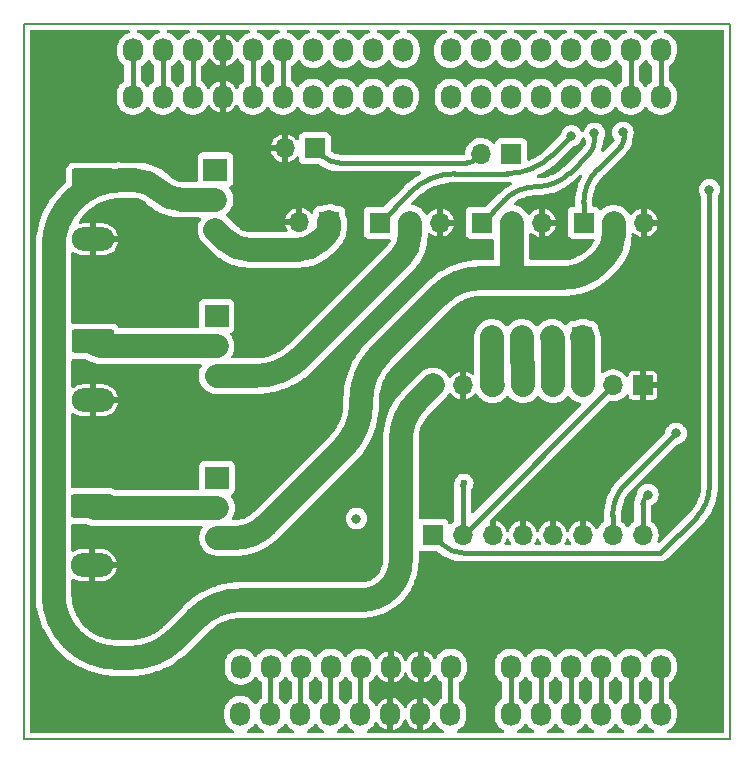
<source format=gbr>
G04 #@! TF.GenerationSoftware,KiCad,Pcbnew,(6.0.5-0)*
G04 #@! TF.CreationDate,2022-06-14T16:30:35+02:00*
G04 #@! TF.ProjectId,BRFEv3_Shield,42524645-7633-45f5-9368-69656c642e6b,rev?*
G04 #@! TF.SameCoordinates,Original*
G04 #@! TF.FileFunction,Copper,L2,Bot*
G04 #@! TF.FilePolarity,Positive*
%FSLAX46Y46*%
G04 Gerber Fmt 4.6, Leading zero omitted, Abs format (unit mm)*
G04 Created by KiCad (PCBNEW (6.0.5-0)) date 2022-06-14 16:30:35*
%MOMM*%
%LPD*%
G01*
G04 APERTURE LIST*
G04 Aperture macros list*
%AMRoundRect*
0 Rectangle with rounded corners*
0 $1 Rounding radius*
0 $2 $3 $4 $5 $6 $7 $8 $9 X,Y pos of 4 corners*
0 Add a 4 corners polygon primitive as box body*
4,1,4,$2,$3,$4,$5,$6,$7,$8,$9,$2,$3,0*
0 Add four circle primitives for the rounded corners*
1,1,$1+$1,$2,$3*
1,1,$1+$1,$4,$5*
1,1,$1+$1,$6,$7*
1,1,$1+$1,$8,$9*
0 Add four rect primitives between the rounded corners*
20,1,$1+$1,$2,$3,$4,$5,0*
20,1,$1+$1,$4,$5,$6,$7,0*
20,1,$1+$1,$6,$7,$8,$9,0*
20,1,$1+$1,$8,$9,$2,$3,0*%
G04 Aperture macros list end*
G04 #@! TA.AperFunction,Profile*
%ADD10C,0.150000*%
G04 #@! TD*
G04 #@! TA.AperFunction,ComponentPad*
%ADD11O,1.727200X2.032000*%
G04 #@! TD*
G04 #@! TA.AperFunction,ComponentPad*
%ADD12R,1.700000X1.700000*%
G04 #@! TD*
G04 #@! TA.AperFunction,ComponentPad*
%ADD13O,1.700000X1.700000*%
G04 #@! TD*
G04 #@! TA.AperFunction,ComponentPad*
%ADD14R,2.000000X1.905000*%
G04 #@! TD*
G04 #@! TA.AperFunction,ComponentPad*
%ADD15O,2.000000X1.905000*%
G04 #@! TD*
G04 #@! TA.AperFunction,ComponentPad*
%ADD16RoundRect,0.250000X-1.550000X0.750000X-1.550000X-0.750000X1.550000X-0.750000X1.550000X0.750000X0*%
G04 #@! TD*
G04 #@! TA.AperFunction,ComponentPad*
%ADD17O,3.600000X2.000000*%
G04 #@! TD*
G04 #@! TA.AperFunction,ViaPad*
%ADD18C,0.600000*%
G04 #@! TD*
G04 #@! TA.AperFunction,ViaPad*
%ADD19C,0.800000*%
G04 #@! TD*
G04 #@! TA.AperFunction,Conductor*
%ADD20C,0.400000*%
G04 #@! TD*
G04 #@! TA.AperFunction,Conductor*
%ADD21C,2.000000*%
G04 #@! TD*
G04 APERTURE END LIST*
D10*
X114778000Y-65325000D02*
X174608000Y-65325000D01*
X174608000Y-65325000D02*
X174608000Y-125885000D01*
X174608000Y-125885000D02*
X114778000Y-125885000D01*
X114778000Y-125885000D02*
X114778000Y-65325000D01*
D11*
G04 #@! TO.P,P1,1,Pin_1*
G04 #@! TO.N,unconnected-(P1-Pad1)*
X133148000Y-119765000D03*
G04 #@! TO.P,P1,2,Pin_2*
G04 #@! TO.N,/IOREF*
X135688000Y-119765000D03*
G04 #@! TO.P,P1,3,Pin_3*
G04 #@! TO.N,/Reset*
X138228000Y-119765000D03*
G04 #@! TO.P,P1,4,Pin_4*
G04 #@! TO.N,+3V3*
X140768000Y-119765000D03*
G04 #@! TO.P,P1,5,Pin_5*
G04 #@! TO.N,+5V*
X143308000Y-119765000D03*
G04 #@! TO.P,P1,6,Pin_6*
G04 #@! TO.N,GND*
X145848000Y-119765000D03*
G04 #@! TO.P,P1,7,Pin_7*
X148388000Y-119765000D03*
G04 #@! TO.P,P1,8,Pin_8*
G04 #@! TO.N,/Vin*
X150928000Y-119765000D03*
G04 #@! TD*
G04 #@! TO.P,P2,1,Pin_1*
G04 #@! TO.N,/A0*
X156008000Y-119765000D03*
G04 #@! TO.P,P2,2,Pin_2*
G04 #@! TO.N,/A1*
X158548000Y-119765000D03*
G04 #@! TO.P,P2,3,Pin_3*
G04 #@! TO.N,/A2*
X161088000Y-119765000D03*
G04 #@! TO.P,P2,4,Pin_4*
G04 #@! TO.N,/A3*
X163628000Y-119765000D03*
G04 #@! TO.P,P2,5,Pin_5*
G04 #@! TO.N,/A4(SDA)*
X166168000Y-119765000D03*
G04 #@! TO.P,P2,6,Pin_6*
G04 #@! TO.N,/A5(SCL)*
X168708000Y-119765000D03*
G04 #@! TD*
G04 #@! TO.P,P3,1,Pin_1*
G04 #@! TO.N,/A5(SCL)*
X124004000Y-71505000D03*
G04 #@! TO.P,P3,2,Pin_2*
G04 #@! TO.N,/A4(SDA)*
X126544000Y-71505000D03*
G04 #@! TO.P,P3,3,Pin_3*
G04 #@! TO.N,/AREF*
X129084000Y-71505000D03*
G04 #@! TO.P,P3,4,Pin_4*
G04 #@! TO.N,GND*
X131624000Y-71505000D03*
G04 #@! TO.P,P3,5,Pin_5*
G04 #@! TO.N,/13(SCK)*
X134164000Y-71505000D03*
G04 #@! TO.P,P3,6,Pin_6*
G04 #@! TO.N,/12(MISO)*
X136704000Y-71505000D03*
G04 #@! TO.P,P3,7,Pin_7*
G04 #@! TO.N,/11(\u002A\u002A{slash}MOSI)*
X139244000Y-71505000D03*
G04 #@! TO.P,P3,8,Pin_8*
G04 #@! TO.N,/10(\u002A\u002A{slash}SS)*
X141784000Y-71505000D03*
G04 #@! TO.P,P3,9,Pin_9*
G04 #@! TO.N,/9(\u002A\u002A)*
X144324000Y-71505000D03*
G04 #@! TO.P,P3,10,Pin_10*
G04 #@! TO.N,/8*
X146864000Y-71505000D03*
G04 #@! TD*
G04 #@! TO.P,P4,1,Pin_1*
G04 #@! TO.N,/7*
X150928000Y-71505000D03*
G04 #@! TO.P,P4,2,Pin_2*
G04 #@! TO.N,/6(\u002A\u002A)*
X153468000Y-71505000D03*
G04 #@! TO.P,P4,3,Pin_3*
G04 #@! TO.N,/5(\u002A\u002A)*
X156008000Y-71505000D03*
G04 #@! TO.P,P4,4,Pin_4*
G04 #@! TO.N,/4*
X158548000Y-71505000D03*
G04 #@! TO.P,P4,5,Pin_5*
G04 #@! TO.N,/3(\u002A\u002A)*
X161088000Y-71505000D03*
G04 #@! TO.P,P4,6,Pin_6*
G04 #@! TO.N,/2*
X163628000Y-71505000D03*
G04 #@! TO.P,P4,7,Pin_7*
G04 #@! TO.N,/1(Tx)*
X166168000Y-71505000D03*
G04 #@! TO.P,P4,8,Pin_8*
G04 #@! TO.N,/0(Rx)*
X168708000Y-71505000D03*
G04 #@! TD*
D12*
G04 #@! TO.P,J6,1,Pin_1*
G04 #@! TO.N,GND*
X167188000Y-95945000D03*
D13*
G04 #@! TO.P,J6,2,Pin_2*
G04 #@! TO.N,+5V*
X164648000Y-95945000D03*
G04 #@! TO.P,J6,3,Pin_3*
G04 #@! TO.N,Net-(J6-Pad3)*
X162108000Y-95945000D03*
G04 #@! TO.P,J6,4,Pin_4*
G04 #@! TO.N,Net-(J6-Pad4)*
X159568000Y-95945000D03*
G04 #@! TO.P,J6,5,Pin_5*
G04 #@! TO.N,Net-(J6-Pad5)*
X157028000Y-95945000D03*
G04 #@! TO.P,J6,6,Pin_6*
G04 #@! TO.N,Net-(J6-Pad6)*
X154488000Y-95945000D03*
G04 #@! TO.P,J6,7,Pin_7*
G04 #@! TO.N,GND*
X151948000Y-95945000D03*
G04 #@! TO.P,J6,8,Pin_8*
G04 #@! TO.N,+12V*
X149408000Y-95945000D03*
G04 #@! TD*
D12*
G04 #@! TO.P,J14,1,Pin_1*
G04 #@! TO.N,Net-(J6-Pad3)*
X162038000Y-91845000D03*
D13*
G04 #@! TO.P,J14,2,Pin_2*
G04 #@! TO.N,Net-(J6-Pad4)*
X159498000Y-91845000D03*
G04 #@! TO.P,J14,3,Pin_3*
G04 #@! TO.N,Net-(J6-Pad5)*
X156958000Y-91845000D03*
G04 #@! TO.P,J14,4,Pin_4*
G04 #@! TO.N,Net-(J6-Pad6)*
X154418000Y-91845000D03*
G04 #@! TD*
D14*
G04 #@! TO.P,Q3,1*
G04 #@! TO.N,/10(\u002A\u002A{slash}SS)*
X131003000Y-77675000D03*
D15*
G04 #@! TO.P,Q3,2*
G04 #@! TO.N,+12V*
X131003000Y-80215000D03*
G04 #@! TO.P,Q3,3*
G04 #@! TO.N,/post*
X131003000Y-82755000D03*
G04 #@! TD*
D14*
G04 #@! TO.P,Q2,1*
G04 #@! TO.N,/9(\u002A\u002A)*
X131103000Y-90075000D03*
D15*
G04 #@! TO.P,Q2,2*
G04 #@! TO.N,+5V*
X131103000Y-92615000D03*
G04 #@! TO.P,Q2,3*
G04 #@! TO.N,/5Vpost*
X131103000Y-95155000D03*
G04 #@! TD*
D14*
G04 #@! TO.P,Q1,1*
G04 #@! TO.N,/8*
X131153000Y-103775000D03*
D15*
G04 #@! TO.P,Q1,2*
G04 #@! TO.N,+6V*
X131153000Y-106315000D03*
G04 #@! TO.P,Q1,3*
G04 #@! TO.N,/6Vpost*
X131153000Y-108855000D03*
G04 #@! TD*
D11*
G04 #@! TO.P,P9,1,Pin_1*
G04 #@! TO.N,unconnected-(P9-Pad1)*
X133108000Y-123755000D03*
G04 #@! TO.P,P9,2,Pin_2*
G04 #@! TO.N,/IOREF*
X135648000Y-123755000D03*
G04 #@! TO.P,P9,3,Pin_3*
G04 #@! TO.N,/Reset*
X138188000Y-123755000D03*
G04 #@! TO.P,P9,4,Pin_4*
G04 #@! TO.N,+3V3*
X140728000Y-123755000D03*
G04 #@! TO.P,P9,5,Pin_5*
G04 #@! TO.N,+5V*
X143268000Y-123755000D03*
G04 #@! TO.P,P9,6,Pin_6*
G04 #@! TO.N,GND*
X145808000Y-123755000D03*
G04 #@! TO.P,P9,7,Pin_7*
X148348000Y-123755000D03*
G04 #@! TO.P,P9,8,Pin_8*
G04 #@! TO.N,/Vin*
X150888000Y-123755000D03*
G04 #@! TD*
D16*
G04 #@! TO.P,J1,1,Pin_1*
G04 #@! TO.N,+6V*
X120525500Y-106165000D03*
D17*
G04 #@! TO.P,J1,2,Pin_2*
G04 #@! TO.N,GND*
X120525500Y-111165000D03*
G04 #@! TD*
D12*
G04 #@! TO.P,J12,1,Pin_1*
G04 #@! TO.N,/3(\u002A\u002A)*
X153548000Y-82175000D03*
D13*
G04 #@! TO.P,J12,2,Pin_2*
G04 #@! TO.N,/6Vpost*
X156088000Y-82175000D03*
G04 #@! TO.P,J12,3,Pin_3*
G04 #@! TO.N,GND*
X158628000Y-82175000D03*
G04 #@! TD*
D11*
G04 #@! TO.P,P11,1,Pin_1*
G04 #@! TO.N,/A5(SCL)*
X124058000Y-67555000D03*
G04 #@! TO.P,P11,2,Pin_2*
G04 #@! TO.N,/A4(SDA)*
X126598000Y-67555000D03*
G04 #@! TO.P,P11,3,Pin_3*
G04 #@! TO.N,/AREF*
X129138000Y-67555000D03*
G04 #@! TO.P,P11,4,Pin_4*
G04 #@! TO.N,GND*
X131678000Y-67555000D03*
G04 #@! TO.P,P11,5,Pin_5*
G04 #@! TO.N,/13(SCK)*
X134218000Y-67555000D03*
G04 #@! TO.P,P11,6,Pin_6*
G04 #@! TO.N,/12(MISO)*
X136758000Y-67555000D03*
G04 #@! TO.P,P11,7,Pin_7*
G04 #@! TO.N,/11(\u002A\u002A{slash}MOSI)*
X139298000Y-67555000D03*
G04 #@! TO.P,P11,8,Pin_8*
G04 #@! TO.N,/10(\u002A\u002A{slash}SS)*
X141838000Y-67555000D03*
G04 #@! TO.P,P11,9,Pin_9*
G04 #@! TO.N,/9(\u002A\u002A)*
X144378000Y-67555000D03*
G04 #@! TO.P,P11,10,Pin_10*
G04 #@! TO.N,/8*
X146918000Y-67555000D03*
G04 #@! TD*
D12*
G04 #@! TO.P,R1,1*
G04 #@! TO.N,/11(\u002A\u002A{slash}MOSI)*
X139423000Y-75865000D03*
D13*
G04 #@! TO.P,R1,2*
G04 #@! TO.N,GND*
X136883000Y-75865000D03*
G04 #@! TD*
D12*
G04 #@! TO.P,J11,1,Pin_1*
G04 #@! TO.N,/2*
X162183000Y-82175000D03*
D13*
G04 #@! TO.P,J11,2,Pin_2*
G04 #@! TO.N,/6Vpost*
X164723000Y-82175000D03*
G04 #@! TO.P,J11,3,Pin_3*
G04 #@! TO.N,GND*
X167263000Y-82175000D03*
G04 #@! TD*
D11*
G04 #@! TO.P,P10,1,Pin_1*
G04 #@! TO.N,/A0*
X156008000Y-123755000D03*
G04 #@! TO.P,P10,2,Pin_2*
G04 #@! TO.N,/A1*
X158548000Y-123755000D03*
G04 #@! TO.P,P10,3,Pin_3*
G04 #@! TO.N,/A2*
X161088000Y-123755000D03*
G04 #@! TO.P,P10,4,Pin_4*
G04 #@! TO.N,/A3*
X163628000Y-123755000D03*
G04 #@! TO.P,P10,5,Pin_5*
G04 #@! TO.N,/A4(SDA)*
X166168000Y-123755000D03*
G04 #@! TO.P,P10,6,Pin_6*
G04 #@! TO.N,/A5(SCL)*
X168708000Y-123755000D03*
G04 #@! TD*
D12*
G04 #@! TO.P,J4,1,Pin_1*
G04 #@! TO.N,+3V3*
X156048000Y-76365000D03*
D13*
G04 #@! TO.P,J4,2,Pin_2*
G04 #@! TO.N,/11(\u002A\u002A{slash}MOSI)*
X153508000Y-76365000D03*
G04 #@! TD*
D12*
G04 #@! TO.P,J7,1,Pin_1*
G04 #@! TO.N,/post*
X140648000Y-82115000D03*
D13*
G04 #@! TO.P,J7,2,Pin_2*
G04 #@! TO.N,GND*
X138108000Y-82115000D03*
G04 #@! TD*
D16*
G04 #@! TO.P,J3,1,Pin_1*
G04 #@! TO.N,+12V*
X120635500Y-78585000D03*
D17*
G04 #@! TO.P,J3,2,Pin_2*
G04 #@! TO.N,GND*
X120635500Y-83585000D03*
G04 #@! TD*
D16*
G04 #@! TO.P,J2,1,Pin_1*
G04 #@! TO.N,+5V*
X120625500Y-92215000D03*
D17*
G04 #@! TO.P,J2,2,Pin_2*
G04 #@! TO.N,GND*
X120625500Y-97215000D03*
G04 #@! TD*
D11*
G04 #@! TO.P,P12,1,Pin_1*
G04 #@! TO.N,/7*
X150908000Y-67555000D03*
G04 #@! TO.P,P12,2,Pin_2*
G04 #@! TO.N,/6(\u002A\u002A)*
X153448000Y-67555000D03*
G04 #@! TO.P,P12,3,Pin_3*
G04 #@! TO.N,/5(\u002A\u002A)*
X155988000Y-67555000D03*
G04 #@! TO.P,P12,4,Pin_4*
G04 #@! TO.N,/4*
X158528000Y-67555000D03*
G04 #@! TO.P,P12,5,Pin_5*
G04 #@! TO.N,/3(\u002A\u002A)*
X161068000Y-67555000D03*
G04 #@! TO.P,P12,6,Pin_6*
G04 #@! TO.N,/2*
X163608000Y-67555000D03*
G04 #@! TO.P,P12,7,Pin_7*
G04 #@! TO.N,/1(Tx)*
X166148000Y-67555000D03*
G04 #@! TO.P,P12,8,Pin_8*
G04 #@! TO.N,/0(Rx)*
X168688000Y-67555000D03*
G04 #@! TD*
D12*
G04 #@! TO.P,J5,1,Pin_1*
G04 #@! TO.N,/5(\u002A\u002A)*
X149388000Y-108595000D03*
D13*
G04 #@! TO.P,J5,2,Pin_2*
G04 #@! TO.N,+5V*
X151928000Y-108595000D03*
G04 #@! TO.P,J5,3,Pin_3*
G04 #@! TO.N,GND*
X154468000Y-108595000D03*
G04 #@! TO.P,J5,4,Pin_4*
X157008000Y-108595000D03*
G04 #@! TO.P,J5,5,Pin_5*
X159548000Y-108595000D03*
G04 #@! TO.P,J5,6,Pin_6*
X162088000Y-108595000D03*
G04 #@! TO.P,J5,7,Pin_7*
G04 #@! TO.N,/7*
X164628000Y-108595000D03*
G04 #@! TO.P,J5,8,Pin_8*
G04 #@! TO.N,/6(\u002A\u002A)*
X167168000Y-108595000D03*
G04 #@! TD*
D12*
G04 #@! TO.P,J13,1,Pin_1*
G04 #@! TO.N,/4*
X144923000Y-82165000D03*
D13*
G04 #@! TO.P,J13,2,Pin_2*
G04 #@! TO.N,/5Vpost*
X147463000Y-82165000D03*
G04 #@! TO.P,J13,3,Pin_3*
G04 #@! TO.N,GND*
X150003000Y-82165000D03*
G04 #@! TD*
D18*
G04 #@! TO.N,+5V*
X152048000Y-104215000D03*
D19*
G04 #@! TO.N,*
X142948000Y-107215000D03*
G04 #@! TO.N,GND*
X170148000Y-115015000D03*
X117798000Y-123365000D03*
X118448000Y-68965000D03*
X171848000Y-67915000D03*
G04 #@! TO.N,/7*
X169998000Y-100015000D03*
G04 #@! TO.N,/6(\u002A\u002A)*
X167623000Y-105190000D03*
G04 #@! TO.N,/5(\u002A\u002A)*
X172833480Y-79379520D03*
G04 #@! TO.N,/4*
X161148000Y-74815000D03*
G04 #@! TO.N,/3(\u002A\u002A)*
X163098000Y-74615000D03*
G04 #@! TO.N,/2*
X165498000Y-74515000D03*
G04 #@! TD*
D20*
G04 #@! TO.N,/5(\u002A\u002A)*
X172833480Y-99704273D02*
X172833480Y-102866896D01*
X168568489Y-110144511D02*
X168418489Y-110144511D01*
D21*
G04 #@! TO.N,Net-(J6-Pad6)*
X154453001Y-95909999D02*
G75*
G02*
X154418000Y-95825502I84499J84499D01*
G01*
X154470500Y-95927500D02*
G75*
G02*
X154470500Y-95927500I0J0D01*
G01*
G04 #@! TO.N,Net-(J6-Pad5)*
X156993001Y-93959999D02*
G75*
G02*
X156958000Y-93875502I84499J84499D01*
G01*
D20*
X157027882Y-95920252D02*
G75*
G02*
X157010500Y-95927500I-10182J-48D01*
G01*
D21*
X156992999Y-93960001D02*
G75*
G02*
X157028000Y-94044497I-84499J-84499D01*
G01*
D20*
G04 #@! TO.N,Net-(J6-Pad4)*
X159567882Y-95920252D02*
G75*
G02*
X159550500Y-95927500I-10182J-48D01*
G01*
D21*
X159568001Y-91964497D02*
G75*
G03*
X159533000Y-91880000I-119501J-3D01*
G01*
D20*
G04 #@! TO.N,Net-(J6-Pad3)*
X162090417Y-95927583D02*
G75*
G03*
X162108000Y-95920251I7283J7283D01*
G01*
D21*
X162087761Y-91865239D02*
G75*
G02*
X162108000Y-91914103I-48861J-48861D01*
G01*
D20*
G04 #@! TO.N,/12(MISO)*
X136731005Y-67582005D02*
G75*
G03*
X136704000Y-67647183I65195J-65195D01*
G01*
G04 #@! TO.N,+3V3*
X140727994Y-119833284D02*
G75*
G02*
X140748000Y-119785000I68306J-16D01*
G01*
G04 #@! TO.N,/13(SCK)*
X134191005Y-67582005D02*
G75*
G03*
X134164000Y-67647183I65195J-65195D01*
G01*
G04 #@! TO.N,/0(Rx)*
X168698012Y-67564988D02*
G75*
G02*
X168708000Y-67589142I-24112J-24112D01*
G01*
G04 #@! TO.N,/1(Tx)*
X166158012Y-67564988D02*
G75*
G02*
X166168000Y-67589142I-24112J-24112D01*
G01*
G04 #@! TO.N,/5(\u002A\u002A)*
X168643489Y-110144488D02*
G75*
G03*
X168771521Y-110091477I11J181088D01*
G01*
X171715331Y-107147684D02*
G75*
G03*
X172833480Y-104448208I-2699531J2699484D01*
G01*
X172833480Y-102866896D02*
X172833480Y-104448208D01*
X168643489Y-110144511D02*
X168568489Y-110144511D01*
G04 #@! TO.N,/A5(SCL)*
X124003994Y-67647183D02*
G75*
G02*
X124031001Y-67582001I92206J-17D01*
G01*
G04 #@! TO.N,/A4(SDA)*
X126543994Y-67647183D02*
G75*
G02*
X126571001Y-67582001I92206J-17D01*
G01*
G04 #@! TO.N,/AREF*
X129111005Y-67582005D02*
G75*
G03*
X129084000Y-67647183I65195J-65195D01*
G01*
G04 #@! TO.N,/Vin*
X150887994Y-119833284D02*
G75*
G02*
X150908000Y-119785000I68306J-16D01*
G01*
G04 #@! TO.N,+5V*
X151928000Y-108577500D02*
G75*
G03*
X151945500Y-108595000I17500J0D01*
G01*
X151987985Y-104274985D02*
G75*
G03*
X151928000Y-104419852I144815J-144815D01*
G01*
X143267994Y-119833284D02*
G75*
G02*
X143288000Y-119785000I68306J-16D01*
G01*
G04 #@! TO.N,/Reset*
X138208005Y-119785005D02*
G75*
G03*
X138188000Y-119833284I48295J-48295D01*
G01*
G04 #@! TO.N,/IOREF*
X135668005Y-119785005D02*
G75*
G03*
X135648000Y-119833284I48295J-48295D01*
G01*
G04 #@! TO.N,/5(\u002A\u002A)*
X152033180Y-110144515D02*
G75*
G02*
X150162756Y-109369754I20J2645215D01*
G01*
X152033180Y-110144511D02*
X168418489Y-110144511D01*
X168771521Y-110091477D02*
X171715323Y-107147676D01*
X150162755Y-109369755D02*
X149388000Y-108595000D01*
D21*
G04 #@! TO.N,Net-(J6-Pad3)*
X162108000Y-91914103D02*
X162108000Y-95920251D01*
X162087760Y-91865240D02*
X162067520Y-91845000D01*
G04 #@! TO.N,Net-(J6-Pad4)*
X159568000Y-95920251D02*
X159568000Y-91964497D01*
X159533000Y-91880000D02*
X159498000Y-91845000D01*
G04 #@! TO.N,Net-(J6-Pad5)*
X156958000Y-93875502D02*
X156958000Y-91845000D01*
X157028000Y-94044497D02*
X157028000Y-95920251D01*
G04 #@! TO.N,Net-(J6-Pad6)*
X154418000Y-95825502D02*
X154418000Y-91845000D01*
X154470500Y-95927500D02*
X154453000Y-95910000D01*
D20*
G04 #@! TO.N,+5V*
X151928000Y-104419852D02*
X151928000Y-108577500D01*
X152048000Y-104215000D02*
X151988000Y-104275000D01*
G04 #@! TO.N,/IOREF*
X135648000Y-119833284D02*
X135648000Y-123755000D01*
X135668000Y-119785000D02*
X135688000Y-119765000D01*
G04 #@! TO.N,/Reset*
X138208000Y-119785000D02*
X138228000Y-119765000D01*
X138188000Y-119833284D02*
X138188000Y-123755000D01*
G04 #@! TO.N,+5V*
X143288000Y-119785000D02*
X143308000Y-119765000D01*
X152022748Y-108570251D02*
X164648000Y-95945000D01*
D21*
X120825500Y-92415000D02*
X120625500Y-92215000D01*
X121308342Y-92615000D02*
X131103000Y-92615000D01*
D20*
X143268000Y-119833284D02*
X143268000Y-123755000D01*
X151945500Y-108595000D02*
X151963000Y-108595000D01*
D21*
X121308342Y-92614982D02*
G75*
G02*
X120825500Y-92415000I-42J682782D01*
G01*
D20*
X151963000Y-108594998D02*
G75*
G03*
X152022748Y-108570251I0J84498D01*
G01*
G04 #@! TO.N,/Vin*
X150908000Y-119785000D02*
X150928000Y-119765000D01*
X150888000Y-119833284D02*
X150888000Y-123755000D01*
G04 #@! TO.N,/A0*
X156008000Y-123755000D02*
X156008000Y-119765000D01*
G04 #@! TO.N,/A1*
X158548000Y-123755000D02*
X158548000Y-119765000D01*
G04 #@! TO.N,/A2*
X161088000Y-123755000D02*
X161088000Y-119765000D01*
G04 #@! TO.N,/A3*
X163628000Y-123755000D02*
X163628000Y-119765000D01*
G04 #@! TO.N,/AREF*
X129111000Y-67582000D02*
X129138000Y-67555000D01*
X129084000Y-67647183D02*
X129084000Y-71505000D01*
G04 #@! TO.N,/A4(SDA)*
X126571000Y-67582000D02*
X126598000Y-67555000D01*
X166168000Y-123755000D02*
X166168000Y-119765000D01*
X126544000Y-67647183D02*
X126544000Y-71505000D01*
G04 #@! TO.N,/A5(SCL)*
X124004000Y-67647183D02*
X124004000Y-71505000D01*
X168708000Y-123755000D02*
X168708000Y-119765000D01*
X124031000Y-67582000D02*
X124058000Y-67555000D01*
G04 #@! TO.N,/7*
X164628000Y-106990000D02*
X164628000Y-108595000D01*
X169998000Y-100015000D02*
X165762906Y-104250093D01*
X165762909Y-104250096D02*
G75*
G03*
X164628000Y-106990000I2739891J-2739904D01*
G01*
G04 #@! TO.N,/6(\u002A\u002A)*
X167168000Y-105966733D02*
X167168000Y-108595000D01*
X167623000Y-105190000D02*
X167648000Y-105165000D01*
X167395500Y-105417500D02*
X167623000Y-105190000D01*
X167168014Y-105966733D02*
G75*
G02*
X167395500Y-105417500I776686J33D01*
G01*
G04 #@! TO.N,/5(\u002A\u002A)*
X172833480Y-99704273D02*
X172833480Y-79379520D01*
G04 #@! TO.N,/4*
X161148000Y-74815000D02*
X159542272Y-76420727D01*
X151327443Y-78014520D02*
X155694516Y-78014520D01*
X147479687Y-79608312D02*
X144923000Y-82165000D01*
X151327443Y-78014560D02*
G75*
G03*
X147479688Y-79608313I-43J-5441540D01*
G01*
X155694516Y-78014539D02*
G75*
G03*
X159542272Y-76420727I-16J5441539D01*
G01*
G04 #@! TO.N,/3(\u002A\u002A)*
X160993512Y-77969486D02*
X162656058Y-76306941D01*
X163098000Y-74615000D02*
X163098000Y-75240000D01*
X155462487Y-80260512D02*
X153548000Y-82175000D01*
X163097994Y-75240000D02*
G75*
G02*
X162656058Y-76306941I-1508894J0D01*
G01*
X155462493Y-80260518D02*
G75*
G02*
X158228000Y-79115000I2765507J-2765482D01*
G01*
X160993508Y-77969482D02*
G75*
G02*
X158228000Y-79115000I-2765508J2765482D01*
G01*
G04 #@! TO.N,/2*
X165598000Y-74685710D02*
X165598000Y-75015000D01*
X162183000Y-80502500D02*
X162183000Y-82175000D01*
X165548000Y-74565000D02*
X165498000Y-74515000D01*
X165315157Y-75697842D02*
X163365636Y-77647363D01*
X163365631Y-77647358D02*
G75*
G03*
X162183000Y-80502500I2855169J-2855142D01*
G01*
X165597995Y-75015000D02*
G75*
G02*
X165315157Y-75697842I-965695J0D01*
G01*
X165548003Y-74564997D02*
G75*
G02*
X165598000Y-74685710I-120703J-120703D01*
G01*
G04 #@! TO.N,/1(Tx)*
X166158000Y-67565000D02*
X166148000Y-67555000D01*
X166168000Y-67589142D02*
X166168000Y-71505000D01*
G04 #@! TO.N,/0(Rx)*
X168698000Y-67565000D02*
X168688000Y-67555000D01*
X168708000Y-67589142D02*
X168708000Y-71505000D01*
G04 #@! TO.N,/11(\u002A\u002A{slash}MOSI)*
X153133000Y-76740000D02*
X153508000Y-76365000D01*
X141556883Y-77115000D02*
X152227669Y-77115000D01*
X140048000Y-76490000D02*
X139423000Y-75865000D01*
X140048005Y-76489995D02*
G75*
G03*
X141556883Y-77115000I1508895J1508895D01*
G01*
X152227669Y-77114987D02*
G75*
G03*
X153133000Y-76740000I31J1280287D01*
G01*
G04 #@! TO.N,/13(SCK)*
X134164000Y-67647183D02*
X134164000Y-71505000D01*
X134191000Y-67582000D02*
X134218000Y-67555000D01*
G04 #@! TO.N,+3V3*
X140728000Y-119833284D02*
X140728000Y-123755000D01*
X140748000Y-119785000D02*
X140768000Y-119765000D01*
G04 #@! TO.N,/12(MISO)*
X136731000Y-67582000D02*
X136758000Y-67555000D01*
X136704000Y-67647183D02*
X136704000Y-71505000D01*
D21*
G04 #@! TO.N,+6V*
X120600500Y-106240000D02*
X120525500Y-106165000D01*
X120781566Y-106315000D02*
X131153000Y-106315000D01*
X120781566Y-106315014D02*
G75*
G02*
X120600500Y-106240000I34J256114D01*
G01*
G04 #@! TO.N,+12V*
X128150584Y-80215000D02*
X131003000Y-80215000D01*
X123794036Y-119015000D02*
X122675386Y-119015000D01*
X118891792Y-80328706D02*
X119041707Y-80178792D01*
X146698000Y-110786141D02*
X146698000Y-100571259D01*
X143369141Y-114115000D02*
X133201963Y-114115000D01*
X117298000Y-84176463D02*
X117298000Y-113637613D01*
X129354206Y-115708792D02*
X127641792Y-117421207D01*
X124215415Y-78585000D02*
X122889463Y-78585000D01*
X148053000Y-97300000D02*
X149408000Y-95945000D01*
X127641785Y-117421200D02*
G75*
G02*
X123794036Y-119015000I-3847785J3847800D01*
G01*
X126182995Y-79400005D02*
G75*
G03*
X124215415Y-78585000I-1967595J-1967595D01*
G01*
X148053012Y-97300012D02*
G75*
G03*
X146698000Y-100571259I3271288J-3271288D01*
G01*
X145722988Y-113139988D02*
G75*
G02*
X143369141Y-114115000I-2353888J2353888D01*
G01*
X128150584Y-80215006D02*
G75*
G02*
X126183000Y-79400000I16J2782606D01*
G01*
X117297995Y-113637613D02*
G75*
G03*
X118873000Y-117440000I5377405J13D01*
G01*
X133201963Y-114114988D02*
G75*
G03*
X129354206Y-115708792I37J-5441612D01*
G01*
X122889463Y-78584960D02*
G75*
G03*
X119041708Y-80178793I37J-5441540D01*
G01*
X122675386Y-119015005D02*
G75*
G02*
X118873000Y-117440000I14J5377405D01*
G01*
X145722988Y-113139988D02*
G75*
G03*
X146698000Y-110786141I-2353888J2353888D01*
G01*
X118891801Y-80328715D02*
G75*
G03*
X117298000Y-84176463I3847799J-3847785D01*
G01*
D20*
G04 #@! TO.N,Net-(J6-Pad3)*
X162073000Y-95910000D02*
X162090500Y-95927500D01*
X162037999Y-95825502D02*
G75*
G03*
X162073000Y-95910000I119501J2D01*
G01*
G04 #@! TO.N,Net-(J6-Pad4)*
X159550500Y-95927500D02*
X159533000Y-95910000D01*
X159497999Y-95825502D02*
G75*
G03*
X159533000Y-95910000I119501J2D01*
G01*
G04 #@! TO.N,Net-(J6-Pad5)*
X156993000Y-95910000D02*
X157010500Y-95927500D01*
X156957999Y-95825502D02*
G75*
G03*
X156993000Y-95910000I119501J2D01*
G01*
G04 #@! TO.N,Net-(J6-Pad6)*
X154470500Y-95927500D02*
X154453000Y-95910000D01*
X154453001Y-95909999D02*
G75*
G02*
X154418000Y-95825502I84499J84499D01*
G01*
D21*
G04 #@! TO.N,/6Vpost*
X164723000Y-83254511D02*
X164723000Y-82175000D01*
X163457510Y-85599510D02*
X163959670Y-85097351D01*
X149966108Y-88296891D02*
X144941792Y-93321207D01*
X154995451Y-86865000D02*
X155900548Y-86865000D01*
X135288105Y-107774894D02*
X141754207Y-101308792D01*
X156088000Y-85772451D02*
X156088000Y-82175000D01*
X154995451Y-86865000D02*
X153423000Y-86865000D01*
X160402350Y-86865000D02*
X155900548Y-86865000D01*
X143348000Y-97168963D02*
X143348000Y-97461036D01*
X132680500Y-108855000D02*
X131153000Y-108855000D01*
X160402350Y-86865019D02*
G75*
G03*
X163457510Y-85599510I-50J4320719D01*
G01*
X143348010Y-97461036D02*
G75*
G02*
X141754207Y-101308792I-5441610J36D01*
G01*
X155900548Y-86864883D02*
G75*
G02*
X155768000Y-86545000I-48J187383D01*
G01*
X154995451Y-86865021D02*
G75*
G03*
X155768000Y-86545000I-51J1092621D01*
G01*
X135288103Y-107774892D02*
G75*
G02*
X132680500Y-108855000I-2607603J2607592D01*
G01*
X143347960Y-97168963D02*
G75*
G02*
X144941793Y-93321208I5441540J-37D01*
G01*
X155767985Y-86544985D02*
G75*
G03*
X156088000Y-85772451I-772585J772585D01*
G01*
X153423000Y-86865005D02*
G75*
G03*
X149966108Y-88296891I0J-4888795D01*
G01*
X164722998Y-83254511D02*
G75*
G02*
X163959670Y-85097351I-2606198J11D01*
G01*
G04 #@! TO.N,/5Vpost*
X134378058Y-95155000D02*
X131103000Y-95155000D01*
X138225814Y-93561207D02*
X146699670Y-85087351D01*
X147463000Y-83244511D02*
X147463000Y-82165000D01*
X146699671Y-85087352D02*
G75*
G03*
X147463000Y-83244511I-1842871J1842852D01*
G01*
X134378058Y-95154955D02*
G75*
G03*
X138225814Y-93561207I42J5441555D01*
G01*
G04 #@! TO.N,/post*
X140648000Y-82506355D02*
X140648000Y-82115000D01*
X137973305Y-84464511D02*
X133921317Y-84464511D01*
X131857755Y-83609755D02*
X131003000Y-82755000D01*
X140371269Y-83174441D02*
X139864600Y-83681111D01*
X133921317Y-84464500D02*
G75*
G02*
X131857755Y-83609755I-17J2918300D01*
G01*
X139864601Y-83681112D02*
G75*
G02*
X137973305Y-84464511I-1891301J1891312D01*
G01*
X140648043Y-82506355D02*
G75*
G02*
X140371269Y-83174441I-944843J55D01*
G01*
G04 #@! TD*
G04 #@! TA.AperFunction,Conductor*
G04 #@! TO.N,GND*
G36*
X123708371Y-65853502D02*
G01*
X123754864Y-65907158D01*
X123764968Y-65977432D01*
X123735474Y-66042012D01*
X123675748Y-66080396D01*
X123668708Y-66082165D01*
X123667514Y-66082523D01*
X123662287Y-66083620D01*
X123445710Y-66169150D01*
X123246641Y-66289949D01*
X123242611Y-66293446D01*
X123191334Y-66337942D01*
X123070770Y-66442561D01*
X123067387Y-66446687D01*
X123067383Y-66446691D01*
X123015631Y-66509808D01*
X122923128Y-66622624D01*
X122920489Y-66627260D01*
X122920487Y-66627263D01*
X122857589Y-66737760D01*
X122807935Y-66824989D01*
X122806114Y-66830005D01*
X122806112Y-66830010D01*
X122764302Y-66945194D01*
X122728485Y-67043869D01*
X122687050Y-67273007D01*
X122685900Y-67297394D01*
X122685900Y-67765868D01*
X122700626Y-67939420D01*
X122701964Y-67944577D01*
X122701965Y-67944580D01*
X122734816Y-68071146D01*
X122759125Y-68164806D01*
X122761317Y-68169672D01*
X122761318Y-68169675D01*
X122783922Y-68219854D01*
X122854762Y-68377113D01*
X122984804Y-68570272D01*
X122988483Y-68574129D01*
X122988485Y-68574131D01*
X123141849Y-68734898D01*
X123141854Y-68734902D01*
X123145532Y-68738758D01*
X123244714Y-68812551D01*
X123287426Y-68869260D01*
X123295500Y-68913639D01*
X123295500Y-70106607D01*
X123275498Y-70174728D01*
X123234866Y-70214326D01*
X123192641Y-70239949D01*
X123188611Y-70243446D01*
X123137334Y-70287942D01*
X123016770Y-70392561D01*
X123013387Y-70396687D01*
X123013383Y-70396691D01*
X122961631Y-70459808D01*
X122869128Y-70572624D01*
X122866489Y-70577260D01*
X122866487Y-70577263D01*
X122803589Y-70687760D01*
X122753935Y-70774989D01*
X122752114Y-70780005D01*
X122752112Y-70780010D01*
X122710302Y-70895194D01*
X122674485Y-70993869D01*
X122633050Y-71223007D01*
X122631900Y-71247394D01*
X122631900Y-71715868D01*
X122646626Y-71889420D01*
X122647964Y-71894577D01*
X122647965Y-71894580D01*
X122680816Y-72021146D01*
X122705125Y-72114806D01*
X122707317Y-72119672D01*
X122707318Y-72119675D01*
X122729922Y-72169854D01*
X122800762Y-72327113D01*
X122930804Y-72520272D01*
X123091532Y-72688758D01*
X123278350Y-72827754D01*
X123283102Y-72830170D01*
X123406310Y-72892812D01*
X123485916Y-72933286D01*
X123597106Y-72967812D01*
X123703193Y-73000753D01*
X123703199Y-73000754D01*
X123708296Y-73002337D01*
X123832660Y-73018820D01*
X123933848Y-73032232D01*
X123933852Y-73032232D01*
X123939132Y-73032932D01*
X123944462Y-73032732D01*
X123944463Y-73032732D01*
X124055477Y-73028565D01*
X124171822Y-73024197D01*
X124283554Y-73000753D01*
X124394486Y-72977477D01*
X124394489Y-72977476D01*
X124399713Y-72976380D01*
X124616290Y-72890850D01*
X124815359Y-72770051D01*
X124864465Y-72727439D01*
X124987197Y-72620939D01*
X124987199Y-72620937D01*
X124991230Y-72617439D01*
X124994613Y-72613313D01*
X124994617Y-72613309D01*
X125093776Y-72492374D01*
X125138872Y-72437376D01*
X125164845Y-72391748D01*
X125215927Y-72342442D01*
X125285558Y-72328580D01*
X125351629Y-72354563D01*
X125378867Y-72383713D01*
X125470804Y-72520272D01*
X125631532Y-72688758D01*
X125818350Y-72827754D01*
X125823102Y-72830170D01*
X125946310Y-72892812D01*
X126025916Y-72933286D01*
X126137106Y-72967812D01*
X126243193Y-73000753D01*
X126243199Y-73000754D01*
X126248296Y-73002337D01*
X126372660Y-73018820D01*
X126473848Y-73032232D01*
X126473852Y-73032232D01*
X126479132Y-73032932D01*
X126484462Y-73032732D01*
X126484463Y-73032732D01*
X126595477Y-73028565D01*
X126711822Y-73024197D01*
X126823554Y-73000753D01*
X126934486Y-72977477D01*
X126934489Y-72977476D01*
X126939713Y-72976380D01*
X127156290Y-72890850D01*
X127355359Y-72770051D01*
X127404465Y-72727439D01*
X127527197Y-72620939D01*
X127527199Y-72620937D01*
X127531230Y-72617439D01*
X127534613Y-72613313D01*
X127534617Y-72613309D01*
X127633776Y-72492374D01*
X127678872Y-72437376D01*
X127704845Y-72391748D01*
X127755927Y-72342442D01*
X127825558Y-72328580D01*
X127891629Y-72354563D01*
X127918867Y-72383713D01*
X128010804Y-72520272D01*
X128171532Y-72688758D01*
X128358350Y-72827754D01*
X128363102Y-72830170D01*
X128486310Y-72892812D01*
X128565916Y-72933286D01*
X128677106Y-72967812D01*
X128783193Y-73000753D01*
X128783199Y-73000754D01*
X128788296Y-73002337D01*
X128912660Y-73018820D01*
X129013848Y-73032232D01*
X129013852Y-73032232D01*
X129019132Y-73032932D01*
X129024462Y-73032732D01*
X129024463Y-73032732D01*
X129135477Y-73028565D01*
X129251822Y-73024197D01*
X129363554Y-73000753D01*
X129474486Y-72977477D01*
X129474489Y-72977476D01*
X129479713Y-72976380D01*
X129696290Y-72890850D01*
X129895359Y-72770051D01*
X129944465Y-72727439D01*
X130067197Y-72620939D01*
X130067199Y-72620937D01*
X130071230Y-72617439D01*
X130074613Y-72613313D01*
X130074617Y-72613309D01*
X130173776Y-72492374D01*
X130218872Y-72437376D01*
X130246209Y-72389353D01*
X130334065Y-72235011D01*
X130335938Y-72236077D01*
X130376578Y-72189571D01*
X130444782Y-72169854D01*
X130512818Y-72190141D01*
X130557980Y-72241608D01*
X130572765Y-72272605D01*
X130578455Y-72282224D01*
X130698321Y-72449036D01*
X130705628Y-72457501D01*
X130853142Y-72600453D01*
X130861824Y-72607483D01*
X131032328Y-72722058D01*
X131042117Y-72727439D01*
X131230204Y-72810004D01*
X131240803Y-72813571D01*
X131352384Y-72840359D01*
X131366470Y-72839654D01*
X131370000Y-72830775D01*
X131370000Y-70179040D01*
X131366027Y-70165509D01*
X131358579Y-70164438D01*
X131168960Y-70222773D01*
X131158615Y-70226994D01*
X130976073Y-70321211D01*
X130966642Y-70327197D01*
X130803674Y-70452247D01*
X130795451Y-70459808D01*
X130657197Y-70611747D01*
X130650442Y-70620647D01*
X130547729Y-70784386D01*
X130494586Y-70831464D01*
X130424427Y-70842336D01*
X130359527Y-70813552D01*
X130326110Y-70769180D01*
X130289433Y-70687760D01*
X130287238Y-70682887D01*
X130157196Y-70489728D01*
X129996468Y-70321242D01*
X129944479Y-70282561D01*
X129843287Y-70207272D01*
X129800574Y-70150562D01*
X129792500Y-70106183D01*
X129792500Y-68986161D01*
X129812502Y-68918040D01*
X129853134Y-68878442D01*
X129866501Y-68870331D01*
X129949359Y-68820051D01*
X129998465Y-68777439D01*
X130121197Y-68670939D01*
X130121199Y-68670937D01*
X130125230Y-68667439D01*
X130128613Y-68663313D01*
X130128617Y-68663309D01*
X130227776Y-68542374D01*
X130272872Y-68487376D01*
X130300209Y-68439353D01*
X130388065Y-68285011D01*
X130389938Y-68286077D01*
X130430578Y-68239571D01*
X130498782Y-68219854D01*
X130566818Y-68240141D01*
X130611980Y-68291608D01*
X130626765Y-68322605D01*
X130632455Y-68332224D01*
X130752321Y-68499036D01*
X130759628Y-68507501D01*
X130907142Y-68650453D01*
X130915824Y-68657483D01*
X131086328Y-68772058D01*
X131096117Y-68777439D01*
X131284204Y-68860004D01*
X131294803Y-68863571D01*
X131406384Y-68890359D01*
X131420470Y-68889654D01*
X131424000Y-68880775D01*
X131424000Y-66229040D01*
X131420027Y-66215509D01*
X131412579Y-66214438D01*
X131222960Y-66272773D01*
X131212615Y-66276994D01*
X131030073Y-66371211D01*
X131020642Y-66377197D01*
X130857674Y-66502247D01*
X130849451Y-66509808D01*
X130711197Y-66661747D01*
X130704442Y-66670647D01*
X130601729Y-66834386D01*
X130548586Y-66881464D01*
X130478427Y-66892336D01*
X130413527Y-66863552D01*
X130380110Y-66819180D01*
X130343433Y-66737760D01*
X130341238Y-66732887D01*
X130211196Y-66539728D01*
X130050468Y-66371242D01*
X129863650Y-66232246D01*
X129739549Y-66169150D01*
X129660842Y-66129133D01*
X129660841Y-66129133D01*
X129656084Y-66126714D01*
X129505100Y-66079832D01*
X129445974Y-66040529D01*
X129417484Y-65975500D01*
X129428674Y-65905391D01*
X129475991Y-65852461D01*
X129542464Y-65833500D01*
X133800250Y-65833500D01*
X133868371Y-65853502D01*
X133914864Y-65907158D01*
X133924968Y-65977432D01*
X133895474Y-66042012D01*
X133835748Y-66080396D01*
X133828708Y-66082165D01*
X133827514Y-66082523D01*
X133822287Y-66083620D01*
X133605710Y-66169150D01*
X133406641Y-66289949D01*
X133402611Y-66293446D01*
X133351334Y-66337942D01*
X133230770Y-66442561D01*
X133227387Y-66446687D01*
X133227383Y-66446691D01*
X133175631Y-66509808D01*
X133083128Y-66622624D01*
X133080489Y-66627260D01*
X133080487Y-66627263D01*
X133017589Y-66737760D01*
X132967935Y-66824989D01*
X132966062Y-66823923D01*
X132925422Y-66870429D01*
X132857218Y-66890146D01*
X132789182Y-66869859D01*
X132744020Y-66818392D01*
X132729235Y-66787395D01*
X132723545Y-66777776D01*
X132603679Y-66610964D01*
X132596372Y-66602499D01*
X132448858Y-66459547D01*
X132440176Y-66452517D01*
X132269672Y-66337942D01*
X132259883Y-66332561D01*
X132071796Y-66249996D01*
X132061197Y-66246429D01*
X131949616Y-66219641D01*
X131935530Y-66220346D01*
X131932000Y-66229225D01*
X131932000Y-68880960D01*
X131935973Y-68894491D01*
X131943421Y-68895562D01*
X132133040Y-68837227D01*
X132143385Y-68833006D01*
X132325927Y-68738789D01*
X132335358Y-68732803D01*
X132498326Y-68607753D01*
X132506549Y-68600192D01*
X132644803Y-68448253D01*
X132651558Y-68439353D01*
X132754271Y-68275614D01*
X132807414Y-68228536D01*
X132877573Y-68217664D01*
X132942473Y-68246448D01*
X132975890Y-68290820D01*
X133014762Y-68377113D01*
X133144804Y-68570272D01*
X133148483Y-68574129D01*
X133148485Y-68574131D01*
X133301849Y-68734898D01*
X133301854Y-68734902D01*
X133305532Y-68738758D01*
X133404714Y-68812551D01*
X133447426Y-68869260D01*
X133455500Y-68913639D01*
X133455500Y-70106607D01*
X133435498Y-70174728D01*
X133394866Y-70214326D01*
X133352641Y-70239949D01*
X133348611Y-70243446D01*
X133297334Y-70287942D01*
X133176770Y-70392561D01*
X133173387Y-70396687D01*
X133173383Y-70396691D01*
X133121631Y-70459808D01*
X133029128Y-70572624D01*
X133026489Y-70577260D01*
X133026487Y-70577263D01*
X132963589Y-70687760D01*
X132913935Y-70774989D01*
X132912062Y-70773923D01*
X132871422Y-70820429D01*
X132803218Y-70840146D01*
X132735182Y-70819859D01*
X132690020Y-70768392D01*
X132675235Y-70737395D01*
X132669545Y-70727776D01*
X132549679Y-70560964D01*
X132542372Y-70552499D01*
X132394858Y-70409547D01*
X132386176Y-70402517D01*
X132215672Y-70287942D01*
X132205883Y-70282561D01*
X132017796Y-70199996D01*
X132007197Y-70196429D01*
X131895616Y-70169641D01*
X131881530Y-70170346D01*
X131878000Y-70179225D01*
X131878000Y-72830960D01*
X131881973Y-72844491D01*
X131889421Y-72845562D01*
X132079040Y-72787227D01*
X132089385Y-72783006D01*
X132271927Y-72688789D01*
X132281358Y-72682803D01*
X132444326Y-72557753D01*
X132452549Y-72550192D01*
X132590803Y-72398253D01*
X132597558Y-72389353D01*
X132700271Y-72225614D01*
X132753414Y-72178536D01*
X132823573Y-72167664D01*
X132888473Y-72196448D01*
X132921890Y-72240820D01*
X132960762Y-72327113D01*
X133090804Y-72520272D01*
X133251532Y-72688758D01*
X133438350Y-72827754D01*
X133443102Y-72830170D01*
X133566310Y-72892812D01*
X133645916Y-72933286D01*
X133757106Y-72967812D01*
X133863193Y-73000753D01*
X133863199Y-73000754D01*
X133868296Y-73002337D01*
X133992660Y-73018820D01*
X134093848Y-73032232D01*
X134093852Y-73032232D01*
X134099132Y-73032932D01*
X134104462Y-73032732D01*
X134104463Y-73032732D01*
X134215477Y-73028565D01*
X134331822Y-73024197D01*
X134443554Y-73000753D01*
X134554486Y-72977477D01*
X134554489Y-72977476D01*
X134559713Y-72976380D01*
X134776290Y-72890850D01*
X134975359Y-72770051D01*
X135024465Y-72727439D01*
X135147197Y-72620939D01*
X135147199Y-72620937D01*
X135151230Y-72617439D01*
X135154613Y-72613313D01*
X135154617Y-72613309D01*
X135253776Y-72492374D01*
X135298872Y-72437376D01*
X135324845Y-72391748D01*
X135375927Y-72342442D01*
X135445558Y-72328580D01*
X135511629Y-72354563D01*
X135538867Y-72383713D01*
X135630804Y-72520272D01*
X135791532Y-72688758D01*
X135978350Y-72827754D01*
X135983102Y-72830170D01*
X136106310Y-72892812D01*
X136185916Y-72933286D01*
X136297106Y-72967812D01*
X136403193Y-73000753D01*
X136403199Y-73000754D01*
X136408296Y-73002337D01*
X136532660Y-73018820D01*
X136633848Y-73032232D01*
X136633852Y-73032232D01*
X136639132Y-73032932D01*
X136644462Y-73032732D01*
X136644463Y-73032732D01*
X136755477Y-73028565D01*
X136871822Y-73024197D01*
X136983554Y-73000753D01*
X137094486Y-72977477D01*
X137094489Y-72977476D01*
X137099713Y-72976380D01*
X137316290Y-72890850D01*
X137515359Y-72770051D01*
X137564465Y-72727439D01*
X137687197Y-72620939D01*
X137687199Y-72620937D01*
X137691230Y-72617439D01*
X137694613Y-72613313D01*
X137694617Y-72613309D01*
X137793776Y-72492374D01*
X137838872Y-72437376D01*
X137864845Y-72391748D01*
X137915927Y-72342442D01*
X137985558Y-72328580D01*
X138051629Y-72354563D01*
X138078867Y-72383713D01*
X138170804Y-72520272D01*
X138331532Y-72688758D01*
X138518350Y-72827754D01*
X138523102Y-72830170D01*
X138646310Y-72892812D01*
X138725916Y-72933286D01*
X138837106Y-72967812D01*
X138943193Y-73000753D01*
X138943199Y-73000754D01*
X138948296Y-73002337D01*
X139072660Y-73018820D01*
X139173848Y-73032232D01*
X139173852Y-73032232D01*
X139179132Y-73032932D01*
X139184462Y-73032732D01*
X139184463Y-73032732D01*
X139295477Y-73028565D01*
X139411822Y-73024197D01*
X139523554Y-73000753D01*
X139634486Y-72977477D01*
X139634489Y-72977476D01*
X139639713Y-72976380D01*
X139856290Y-72890850D01*
X140055359Y-72770051D01*
X140104465Y-72727439D01*
X140227197Y-72620939D01*
X140227199Y-72620937D01*
X140231230Y-72617439D01*
X140234613Y-72613313D01*
X140234617Y-72613309D01*
X140333776Y-72492374D01*
X140378872Y-72437376D01*
X140404845Y-72391748D01*
X140455927Y-72342442D01*
X140525558Y-72328580D01*
X140591629Y-72354563D01*
X140618867Y-72383713D01*
X140710804Y-72520272D01*
X140871532Y-72688758D01*
X141058350Y-72827754D01*
X141063102Y-72830170D01*
X141186310Y-72892812D01*
X141265916Y-72933286D01*
X141377106Y-72967812D01*
X141483193Y-73000753D01*
X141483199Y-73000754D01*
X141488296Y-73002337D01*
X141612660Y-73018820D01*
X141713848Y-73032232D01*
X141713852Y-73032232D01*
X141719132Y-73032932D01*
X141724462Y-73032732D01*
X141724463Y-73032732D01*
X141835477Y-73028565D01*
X141951822Y-73024197D01*
X142063554Y-73000753D01*
X142174486Y-72977477D01*
X142174489Y-72977476D01*
X142179713Y-72976380D01*
X142396290Y-72890850D01*
X142595359Y-72770051D01*
X142644465Y-72727439D01*
X142767197Y-72620939D01*
X142767199Y-72620937D01*
X142771230Y-72617439D01*
X142774613Y-72613313D01*
X142774617Y-72613309D01*
X142873776Y-72492374D01*
X142918872Y-72437376D01*
X142944845Y-72391748D01*
X142995927Y-72342442D01*
X143065558Y-72328580D01*
X143131629Y-72354563D01*
X143158867Y-72383713D01*
X143250804Y-72520272D01*
X143411532Y-72688758D01*
X143598350Y-72827754D01*
X143603102Y-72830170D01*
X143726310Y-72892812D01*
X143805916Y-72933286D01*
X143917106Y-72967812D01*
X144023193Y-73000753D01*
X144023199Y-73000754D01*
X144028296Y-73002337D01*
X144152660Y-73018820D01*
X144253848Y-73032232D01*
X144253852Y-73032232D01*
X144259132Y-73032932D01*
X144264462Y-73032732D01*
X144264463Y-73032732D01*
X144375477Y-73028565D01*
X144491822Y-73024197D01*
X144603554Y-73000753D01*
X144714486Y-72977477D01*
X144714489Y-72977476D01*
X144719713Y-72976380D01*
X144936290Y-72890850D01*
X145135359Y-72770051D01*
X145184465Y-72727439D01*
X145307197Y-72620939D01*
X145307199Y-72620937D01*
X145311230Y-72617439D01*
X145314613Y-72613313D01*
X145314617Y-72613309D01*
X145413776Y-72492374D01*
X145458872Y-72437376D01*
X145484845Y-72391748D01*
X145535927Y-72342442D01*
X145605558Y-72328580D01*
X145671629Y-72354563D01*
X145698867Y-72383713D01*
X145790804Y-72520272D01*
X145951532Y-72688758D01*
X146138350Y-72827754D01*
X146143102Y-72830170D01*
X146266310Y-72892812D01*
X146345916Y-72933286D01*
X146457106Y-72967812D01*
X146563193Y-73000753D01*
X146563199Y-73000754D01*
X146568296Y-73002337D01*
X146692660Y-73018820D01*
X146793848Y-73032232D01*
X146793852Y-73032232D01*
X146799132Y-73032932D01*
X146804462Y-73032732D01*
X146804463Y-73032732D01*
X146915477Y-73028565D01*
X147031822Y-73024197D01*
X147143554Y-73000753D01*
X147254486Y-72977477D01*
X147254489Y-72977476D01*
X147259713Y-72976380D01*
X147476290Y-72890850D01*
X147675359Y-72770051D01*
X147724465Y-72727439D01*
X147847197Y-72620939D01*
X147847199Y-72620937D01*
X147851230Y-72617439D01*
X147854613Y-72613313D01*
X147854617Y-72613309D01*
X147953776Y-72492374D01*
X147998872Y-72437376D01*
X148026209Y-72389353D01*
X148111422Y-72239654D01*
X148114065Y-72235011D01*
X148130353Y-72190141D01*
X148191695Y-72021146D01*
X148191696Y-72021142D01*
X148193515Y-72016131D01*
X148234950Y-71786993D01*
X148236100Y-71762606D01*
X148236100Y-71294132D01*
X148221374Y-71120580D01*
X148220035Y-71115420D01*
X148164217Y-70900363D01*
X148164216Y-70900359D01*
X148162875Y-70895194D01*
X148139065Y-70842336D01*
X148069433Y-70687760D01*
X148067238Y-70682887D01*
X147937196Y-70489728D01*
X147776468Y-70321242D01*
X147589650Y-70182246D01*
X147465549Y-70119150D01*
X147386842Y-70079133D01*
X147386841Y-70079133D01*
X147382084Y-70076714D01*
X147243299Y-70033620D01*
X147164807Y-70009247D01*
X147164801Y-70009246D01*
X147159704Y-70007663D01*
X147035340Y-69991180D01*
X146934152Y-69977768D01*
X146934148Y-69977768D01*
X146928868Y-69977068D01*
X146923538Y-69977268D01*
X146923537Y-69977268D01*
X146812523Y-69981435D01*
X146696178Y-69985803D01*
X146613474Y-70003156D01*
X146473514Y-70032523D01*
X146473511Y-70032524D01*
X146468287Y-70033620D01*
X146251710Y-70119150D01*
X146052641Y-70239949D01*
X146048611Y-70243446D01*
X145997334Y-70287942D01*
X145876770Y-70392561D01*
X145873387Y-70396687D01*
X145873383Y-70396691D01*
X145821631Y-70459808D01*
X145729128Y-70572624D01*
X145726489Y-70577260D01*
X145726487Y-70577263D01*
X145703155Y-70618252D01*
X145652073Y-70667558D01*
X145582442Y-70681420D01*
X145516371Y-70655437D01*
X145489133Y-70626287D01*
X145400176Y-70494155D01*
X145397196Y-70489728D01*
X145236468Y-70321242D01*
X145049650Y-70182246D01*
X144925549Y-70119150D01*
X144846842Y-70079133D01*
X144846841Y-70079133D01*
X144842084Y-70076714D01*
X144703299Y-70033620D01*
X144624807Y-70009247D01*
X144624801Y-70009246D01*
X144619704Y-70007663D01*
X144495340Y-69991180D01*
X144394152Y-69977768D01*
X144394148Y-69977768D01*
X144388868Y-69977068D01*
X144383538Y-69977268D01*
X144383537Y-69977268D01*
X144272523Y-69981435D01*
X144156178Y-69985803D01*
X144073474Y-70003156D01*
X143933514Y-70032523D01*
X143933511Y-70032524D01*
X143928287Y-70033620D01*
X143711710Y-70119150D01*
X143512641Y-70239949D01*
X143508611Y-70243446D01*
X143457334Y-70287942D01*
X143336770Y-70392561D01*
X143333387Y-70396687D01*
X143333383Y-70396691D01*
X143281631Y-70459808D01*
X143189128Y-70572624D01*
X143186489Y-70577260D01*
X143186487Y-70577263D01*
X143163155Y-70618252D01*
X143112073Y-70667558D01*
X143042442Y-70681420D01*
X142976371Y-70655437D01*
X142949133Y-70626287D01*
X142860176Y-70494155D01*
X142857196Y-70489728D01*
X142696468Y-70321242D01*
X142509650Y-70182246D01*
X142385549Y-70119150D01*
X142306842Y-70079133D01*
X142306841Y-70079133D01*
X142302084Y-70076714D01*
X142163299Y-70033620D01*
X142084807Y-70009247D01*
X142084801Y-70009246D01*
X142079704Y-70007663D01*
X141955340Y-69991180D01*
X141854152Y-69977768D01*
X141854148Y-69977768D01*
X141848868Y-69977068D01*
X141843538Y-69977268D01*
X141843537Y-69977268D01*
X141732523Y-69981435D01*
X141616178Y-69985803D01*
X141533474Y-70003156D01*
X141393514Y-70032523D01*
X141393511Y-70032524D01*
X141388287Y-70033620D01*
X141171710Y-70119150D01*
X140972641Y-70239949D01*
X140968611Y-70243446D01*
X140917334Y-70287942D01*
X140796770Y-70392561D01*
X140793387Y-70396687D01*
X140793383Y-70396691D01*
X140741631Y-70459808D01*
X140649128Y-70572624D01*
X140646489Y-70577260D01*
X140646487Y-70577263D01*
X140623155Y-70618252D01*
X140572073Y-70667558D01*
X140502442Y-70681420D01*
X140436371Y-70655437D01*
X140409133Y-70626287D01*
X140320176Y-70494155D01*
X140317196Y-70489728D01*
X140156468Y-70321242D01*
X139969650Y-70182246D01*
X139845549Y-70119150D01*
X139766842Y-70079133D01*
X139766841Y-70079133D01*
X139762084Y-70076714D01*
X139623299Y-70033620D01*
X139544807Y-70009247D01*
X139544801Y-70009246D01*
X139539704Y-70007663D01*
X139415340Y-69991180D01*
X139314152Y-69977768D01*
X139314148Y-69977768D01*
X139308868Y-69977068D01*
X139303538Y-69977268D01*
X139303537Y-69977268D01*
X139192523Y-69981435D01*
X139076178Y-69985803D01*
X138993474Y-70003156D01*
X138853514Y-70032523D01*
X138853511Y-70032524D01*
X138848287Y-70033620D01*
X138631710Y-70119150D01*
X138432641Y-70239949D01*
X138428611Y-70243446D01*
X138377334Y-70287942D01*
X138256770Y-70392561D01*
X138253387Y-70396687D01*
X138253383Y-70396691D01*
X138201631Y-70459808D01*
X138109128Y-70572624D01*
X138106489Y-70577260D01*
X138106487Y-70577263D01*
X138083155Y-70618252D01*
X138032073Y-70667558D01*
X137962442Y-70681420D01*
X137896371Y-70655437D01*
X137869133Y-70626287D01*
X137780176Y-70494155D01*
X137777196Y-70489728D01*
X137616468Y-70321242D01*
X137564479Y-70282561D01*
X137463287Y-70207272D01*
X137420574Y-70150562D01*
X137412500Y-70106183D01*
X137412500Y-68986161D01*
X137432502Y-68918040D01*
X137473134Y-68878442D01*
X137486501Y-68870331D01*
X137569359Y-68820051D01*
X137618465Y-68777439D01*
X137741197Y-68670939D01*
X137741199Y-68670937D01*
X137745230Y-68667439D01*
X137748613Y-68663313D01*
X137748617Y-68663309D01*
X137847776Y-68542374D01*
X137892872Y-68487376D01*
X137918845Y-68441748D01*
X137969927Y-68392442D01*
X138039558Y-68378580D01*
X138105629Y-68404563D01*
X138132867Y-68433713D01*
X138224804Y-68570272D01*
X138385532Y-68738758D01*
X138572350Y-68877754D01*
X138577102Y-68880170D01*
X138751222Y-68968697D01*
X138779916Y-68983286D01*
X138891106Y-69017811D01*
X138997193Y-69050753D01*
X138997199Y-69050754D01*
X139002296Y-69052337D01*
X139126660Y-69068820D01*
X139227848Y-69082232D01*
X139227852Y-69082232D01*
X139233132Y-69082932D01*
X139238462Y-69082732D01*
X139238463Y-69082732D01*
X139349477Y-69078565D01*
X139465822Y-69074197D01*
X139577554Y-69050753D01*
X139688486Y-69027477D01*
X139688489Y-69027476D01*
X139693713Y-69026380D01*
X139910290Y-68940850D01*
X140109359Y-68820051D01*
X140158465Y-68777439D01*
X140281197Y-68670939D01*
X140281199Y-68670937D01*
X140285230Y-68667439D01*
X140288613Y-68663313D01*
X140288617Y-68663309D01*
X140387776Y-68542374D01*
X140432872Y-68487376D01*
X140458845Y-68441748D01*
X140509927Y-68392442D01*
X140579558Y-68378580D01*
X140645629Y-68404563D01*
X140672867Y-68433713D01*
X140764804Y-68570272D01*
X140925532Y-68738758D01*
X141112350Y-68877754D01*
X141117102Y-68880170D01*
X141291222Y-68968697D01*
X141319916Y-68983286D01*
X141431106Y-69017811D01*
X141537193Y-69050753D01*
X141537199Y-69050754D01*
X141542296Y-69052337D01*
X141666660Y-69068820D01*
X141767848Y-69082232D01*
X141767852Y-69082232D01*
X141773132Y-69082932D01*
X141778462Y-69082732D01*
X141778463Y-69082732D01*
X141889477Y-69078565D01*
X142005822Y-69074197D01*
X142117554Y-69050753D01*
X142228486Y-69027477D01*
X142228489Y-69027476D01*
X142233713Y-69026380D01*
X142450290Y-68940850D01*
X142649359Y-68820051D01*
X142698465Y-68777439D01*
X142821197Y-68670939D01*
X142821199Y-68670937D01*
X142825230Y-68667439D01*
X142828613Y-68663313D01*
X142828617Y-68663309D01*
X142927776Y-68542374D01*
X142972872Y-68487376D01*
X142998845Y-68441748D01*
X143049927Y-68392442D01*
X143119558Y-68378580D01*
X143185629Y-68404563D01*
X143212867Y-68433713D01*
X143304804Y-68570272D01*
X143465532Y-68738758D01*
X143652350Y-68877754D01*
X143657102Y-68880170D01*
X143831222Y-68968697D01*
X143859916Y-68983286D01*
X143971106Y-69017811D01*
X144077193Y-69050753D01*
X144077199Y-69050754D01*
X144082296Y-69052337D01*
X144206660Y-69068820D01*
X144307848Y-69082232D01*
X144307852Y-69082232D01*
X144313132Y-69082932D01*
X144318462Y-69082732D01*
X144318463Y-69082732D01*
X144429477Y-69078565D01*
X144545822Y-69074197D01*
X144657554Y-69050753D01*
X144768486Y-69027477D01*
X144768489Y-69027476D01*
X144773713Y-69026380D01*
X144990290Y-68940850D01*
X145189359Y-68820051D01*
X145238465Y-68777439D01*
X145361197Y-68670939D01*
X145361199Y-68670937D01*
X145365230Y-68667439D01*
X145368613Y-68663313D01*
X145368617Y-68663309D01*
X145467776Y-68542374D01*
X145512872Y-68487376D01*
X145538845Y-68441748D01*
X145589927Y-68392442D01*
X145659558Y-68378580D01*
X145725629Y-68404563D01*
X145752867Y-68433713D01*
X145844804Y-68570272D01*
X146005532Y-68738758D01*
X146192350Y-68877754D01*
X146197102Y-68880170D01*
X146371222Y-68968697D01*
X146399916Y-68983286D01*
X146511106Y-69017811D01*
X146617193Y-69050753D01*
X146617199Y-69050754D01*
X146622296Y-69052337D01*
X146746660Y-69068820D01*
X146847848Y-69082232D01*
X146847852Y-69082232D01*
X146853132Y-69082932D01*
X146858462Y-69082732D01*
X146858463Y-69082732D01*
X146969477Y-69078565D01*
X147085822Y-69074197D01*
X147197554Y-69050753D01*
X147308486Y-69027477D01*
X147308489Y-69027476D01*
X147313713Y-69026380D01*
X147530290Y-68940850D01*
X147729359Y-68820051D01*
X147778465Y-68777439D01*
X147901197Y-68670939D01*
X147901199Y-68670937D01*
X147905230Y-68667439D01*
X147908613Y-68663313D01*
X147908617Y-68663309D01*
X148007776Y-68542374D01*
X148052872Y-68487376D01*
X148080209Y-68439353D01*
X148165422Y-68289654D01*
X148168065Y-68285011D01*
X148184353Y-68240141D01*
X148245695Y-68071146D01*
X148245696Y-68071142D01*
X148247515Y-68066131D01*
X148288950Y-67836993D01*
X148290100Y-67812606D01*
X148290100Y-67344132D01*
X148275374Y-67170580D01*
X148274035Y-67165420D01*
X148218217Y-66950363D01*
X148218216Y-66950359D01*
X148216875Y-66945194D01*
X148193065Y-66892336D01*
X148123433Y-66737760D01*
X148121238Y-66732887D01*
X147991196Y-66539728D01*
X147830468Y-66371242D01*
X147643650Y-66232246D01*
X147519549Y-66169150D01*
X147440842Y-66129133D01*
X147440841Y-66129133D01*
X147436084Y-66126714D01*
X147285100Y-66079832D01*
X147225974Y-66040529D01*
X147197484Y-65975500D01*
X147208674Y-65905391D01*
X147255991Y-65852461D01*
X147322464Y-65833500D01*
X150490250Y-65833500D01*
X150558371Y-65853502D01*
X150604864Y-65907158D01*
X150614968Y-65977432D01*
X150585474Y-66042012D01*
X150525748Y-66080396D01*
X150518708Y-66082165D01*
X150517514Y-66082523D01*
X150512287Y-66083620D01*
X150295710Y-66169150D01*
X150096641Y-66289949D01*
X150092611Y-66293446D01*
X150041334Y-66337942D01*
X149920770Y-66442561D01*
X149917387Y-66446687D01*
X149917383Y-66446691D01*
X149865631Y-66509808D01*
X149773128Y-66622624D01*
X149770489Y-66627260D01*
X149770487Y-66627263D01*
X149707589Y-66737760D01*
X149657935Y-66824989D01*
X149656114Y-66830005D01*
X149656112Y-66830010D01*
X149614302Y-66945194D01*
X149578485Y-67043869D01*
X149537050Y-67273007D01*
X149535900Y-67297394D01*
X149535900Y-67765868D01*
X149550626Y-67939420D01*
X149551964Y-67944577D01*
X149551965Y-67944580D01*
X149584816Y-68071146D01*
X149609125Y-68164806D01*
X149611317Y-68169672D01*
X149611318Y-68169675D01*
X149633922Y-68219854D01*
X149704762Y-68377113D01*
X149834804Y-68570272D01*
X149995532Y-68738758D01*
X150182350Y-68877754D01*
X150187102Y-68880170D01*
X150361222Y-68968697D01*
X150389916Y-68983286D01*
X150501106Y-69017811D01*
X150607193Y-69050753D01*
X150607199Y-69050754D01*
X150612296Y-69052337D01*
X150736660Y-69068820D01*
X150837848Y-69082232D01*
X150837852Y-69082232D01*
X150843132Y-69082932D01*
X150848462Y-69082732D01*
X150848463Y-69082732D01*
X150959477Y-69078565D01*
X151075822Y-69074197D01*
X151187554Y-69050753D01*
X151298486Y-69027477D01*
X151298489Y-69027476D01*
X151303713Y-69026380D01*
X151520290Y-68940850D01*
X151719359Y-68820051D01*
X151768465Y-68777439D01*
X151891197Y-68670939D01*
X151891199Y-68670937D01*
X151895230Y-68667439D01*
X151898613Y-68663313D01*
X151898617Y-68663309D01*
X151997776Y-68542374D01*
X152042872Y-68487376D01*
X152068845Y-68441748D01*
X152119927Y-68392442D01*
X152189558Y-68378580D01*
X152255629Y-68404563D01*
X152282867Y-68433713D01*
X152374804Y-68570272D01*
X152535532Y-68738758D01*
X152722350Y-68877754D01*
X152727102Y-68880170D01*
X152901222Y-68968697D01*
X152929916Y-68983286D01*
X153041106Y-69017811D01*
X153147193Y-69050753D01*
X153147199Y-69050754D01*
X153152296Y-69052337D01*
X153276660Y-69068820D01*
X153377848Y-69082232D01*
X153377852Y-69082232D01*
X153383132Y-69082932D01*
X153388462Y-69082732D01*
X153388463Y-69082732D01*
X153499477Y-69078565D01*
X153615822Y-69074197D01*
X153727554Y-69050753D01*
X153838486Y-69027477D01*
X153838489Y-69027476D01*
X153843713Y-69026380D01*
X154060290Y-68940850D01*
X154259359Y-68820051D01*
X154308465Y-68777439D01*
X154431197Y-68670939D01*
X154431199Y-68670937D01*
X154435230Y-68667439D01*
X154438613Y-68663313D01*
X154438617Y-68663309D01*
X154537776Y-68542374D01*
X154582872Y-68487376D01*
X154608845Y-68441748D01*
X154659927Y-68392442D01*
X154729558Y-68378580D01*
X154795629Y-68404563D01*
X154822867Y-68433713D01*
X154914804Y-68570272D01*
X155075532Y-68738758D01*
X155262350Y-68877754D01*
X155267102Y-68880170D01*
X155441222Y-68968697D01*
X155469916Y-68983286D01*
X155581106Y-69017811D01*
X155687193Y-69050753D01*
X155687199Y-69050754D01*
X155692296Y-69052337D01*
X155816660Y-69068820D01*
X155917848Y-69082232D01*
X155917852Y-69082232D01*
X155923132Y-69082932D01*
X155928462Y-69082732D01*
X155928463Y-69082732D01*
X156039477Y-69078565D01*
X156155822Y-69074197D01*
X156267554Y-69050753D01*
X156378486Y-69027477D01*
X156378489Y-69027476D01*
X156383713Y-69026380D01*
X156600290Y-68940850D01*
X156799359Y-68820051D01*
X156848465Y-68777439D01*
X156971197Y-68670939D01*
X156971199Y-68670937D01*
X156975230Y-68667439D01*
X156978613Y-68663313D01*
X156978617Y-68663309D01*
X157077776Y-68542374D01*
X157122872Y-68487376D01*
X157148845Y-68441748D01*
X157199927Y-68392442D01*
X157269558Y-68378580D01*
X157335629Y-68404563D01*
X157362867Y-68433713D01*
X157454804Y-68570272D01*
X157615532Y-68738758D01*
X157802350Y-68877754D01*
X157807102Y-68880170D01*
X157981222Y-68968697D01*
X158009916Y-68983286D01*
X158121106Y-69017811D01*
X158227193Y-69050753D01*
X158227199Y-69050754D01*
X158232296Y-69052337D01*
X158356660Y-69068820D01*
X158457848Y-69082232D01*
X158457852Y-69082232D01*
X158463132Y-69082932D01*
X158468462Y-69082732D01*
X158468463Y-69082732D01*
X158579477Y-69078565D01*
X158695822Y-69074197D01*
X158807554Y-69050753D01*
X158918486Y-69027477D01*
X158918489Y-69027476D01*
X158923713Y-69026380D01*
X159140290Y-68940850D01*
X159339359Y-68820051D01*
X159388465Y-68777439D01*
X159511197Y-68670939D01*
X159511199Y-68670937D01*
X159515230Y-68667439D01*
X159518613Y-68663313D01*
X159518617Y-68663309D01*
X159617776Y-68542374D01*
X159662872Y-68487376D01*
X159688845Y-68441748D01*
X159739927Y-68392442D01*
X159809558Y-68378580D01*
X159875629Y-68404563D01*
X159902867Y-68433713D01*
X159994804Y-68570272D01*
X160155532Y-68738758D01*
X160342350Y-68877754D01*
X160347102Y-68880170D01*
X160521222Y-68968697D01*
X160549916Y-68983286D01*
X160661106Y-69017811D01*
X160767193Y-69050753D01*
X160767199Y-69050754D01*
X160772296Y-69052337D01*
X160896660Y-69068820D01*
X160997848Y-69082232D01*
X160997852Y-69082232D01*
X161003132Y-69082932D01*
X161008462Y-69082732D01*
X161008463Y-69082732D01*
X161119477Y-69078565D01*
X161235822Y-69074197D01*
X161347554Y-69050753D01*
X161458486Y-69027477D01*
X161458489Y-69027476D01*
X161463713Y-69026380D01*
X161680290Y-68940850D01*
X161879359Y-68820051D01*
X161928465Y-68777439D01*
X162051197Y-68670939D01*
X162051199Y-68670937D01*
X162055230Y-68667439D01*
X162058613Y-68663313D01*
X162058617Y-68663309D01*
X162157776Y-68542374D01*
X162202872Y-68487376D01*
X162228845Y-68441748D01*
X162279927Y-68392442D01*
X162349558Y-68378580D01*
X162415629Y-68404563D01*
X162442867Y-68433713D01*
X162534804Y-68570272D01*
X162695532Y-68738758D01*
X162882350Y-68877754D01*
X162887102Y-68880170D01*
X163061222Y-68968697D01*
X163089916Y-68983286D01*
X163201106Y-69017811D01*
X163307193Y-69050753D01*
X163307199Y-69050754D01*
X163312296Y-69052337D01*
X163436660Y-69068820D01*
X163537848Y-69082232D01*
X163537852Y-69082232D01*
X163543132Y-69082932D01*
X163548462Y-69082732D01*
X163548463Y-69082732D01*
X163659477Y-69078565D01*
X163775822Y-69074197D01*
X163887554Y-69050753D01*
X163998486Y-69027477D01*
X163998489Y-69027476D01*
X164003713Y-69026380D01*
X164220290Y-68940850D01*
X164419359Y-68820051D01*
X164468465Y-68777439D01*
X164591197Y-68670939D01*
X164591199Y-68670937D01*
X164595230Y-68667439D01*
X164598613Y-68663313D01*
X164598617Y-68663309D01*
X164697776Y-68542374D01*
X164742872Y-68487376D01*
X164768845Y-68441748D01*
X164819927Y-68392442D01*
X164889558Y-68378580D01*
X164955629Y-68404563D01*
X164982867Y-68433713D01*
X165074804Y-68570272D01*
X165235532Y-68738758D01*
X165362920Y-68833537D01*
X165408712Y-68867607D01*
X165451426Y-68924318D01*
X165459500Y-68968697D01*
X165459500Y-70106607D01*
X165439498Y-70174728D01*
X165398866Y-70214326D01*
X165356641Y-70239949D01*
X165352611Y-70243446D01*
X165301334Y-70287942D01*
X165180770Y-70392561D01*
X165177387Y-70396687D01*
X165177383Y-70396691D01*
X165125631Y-70459808D01*
X165033128Y-70572624D01*
X165030489Y-70577260D01*
X165030487Y-70577263D01*
X165007155Y-70618252D01*
X164956073Y-70667558D01*
X164886442Y-70681420D01*
X164820371Y-70655437D01*
X164793133Y-70626287D01*
X164704176Y-70494155D01*
X164701196Y-70489728D01*
X164540468Y-70321242D01*
X164353650Y-70182246D01*
X164229549Y-70119150D01*
X164150842Y-70079133D01*
X164150841Y-70079133D01*
X164146084Y-70076714D01*
X164007299Y-70033620D01*
X163928807Y-70009247D01*
X163928801Y-70009246D01*
X163923704Y-70007663D01*
X163799340Y-69991180D01*
X163698152Y-69977768D01*
X163698148Y-69977768D01*
X163692868Y-69977068D01*
X163687538Y-69977268D01*
X163687537Y-69977268D01*
X163576523Y-69981435D01*
X163460178Y-69985803D01*
X163377474Y-70003156D01*
X163237514Y-70032523D01*
X163237511Y-70032524D01*
X163232287Y-70033620D01*
X163015710Y-70119150D01*
X162816641Y-70239949D01*
X162812611Y-70243446D01*
X162761334Y-70287942D01*
X162640770Y-70392561D01*
X162637387Y-70396687D01*
X162637383Y-70396691D01*
X162585631Y-70459808D01*
X162493128Y-70572624D01*
X162490489Y-70577260D01*
X162490487Y-70577263D01*
X162467155Y-70618252D01*
X162416073Y-70667558D01*
X162346442Y-70681420D01*
X162280371Y-70655437D01*
X162253133Y-70626287D01*
X162164176Y-70494155D01*
X162161196Y-70489728D01*
X162000468Y-70321242D01*
X161813650Y-70182246D01*
X161689549Y-70119150D01*
X161610842Y-70079133D01*
X161610841Y-70079133D01*
X161606084Y-70076714D01*
X161467299Y-70033620D01*
X161388807Y-70009247D01*
X161388801Y-70009246D01*
X161383704Y-70007663D01*
X161259340Y-69991180D01*
X161158152Y-69977768D01*
X161158148Y-69977768D01*
X161152868Y-69977068D01*
X161147538Y-69977268D01*
X161147537Y-69977268D01*
X161036523Y-69981435D01*
X160920178Y-69985803D01*
X160837474Y-70003156D01*
X160697514Y-70032523D01*
X160697511Y-70032524D01*
X160692287Y-70033620D01*
X160475710Y-70119150D01*
X160276641Y-70239949D01*
X160272611Y-70243446D01*
X160221334Y-70287942D01*
X160100770Y-70392561D01*
X160097387Y-70396687D01*
X160097383Y-70396691D01*
X160045631Y-70459808D01*
X159953128Y-70572624D01*
X159950489Y-70577260D01*
X159950487Y-70577263D01*
X159927155Y-70618252D01*
X159876073Y-70667558D01*
X159806442Y-70681420D01*
X159740371Y-70655437D01*
X159713133Y-70626287D01*
X159624176Y-70494155D01*
X159621196Y-70489728D01*
X159460468Y-70321242D01*
X159273650Y-70182246D01*
X159149549Y-70119150D01*
X159070842Y-70079133D01*
X159070841Y-70079133D01*
X159066084Y-70076714D01*
X158927299Y-70033620D01*
X158848807Y-70009247D01*
X158848801Y-70009246D01*
X158843704Y-70007663D01*
X158719340Y-69991180D01*
X158618152Y-69977768D01*
X158618148Y-69977768D01*
X158612868Y-69977068D01*
X158607538Y-69977268D01*
X158607537Y-69977268D01*
X158496523Y-69981435D01*
X158380178Y-69985803D01*
X158297474Y-70003156D01*
X158157514Y-70032523D01*
X158157511Y-70032524D01*
X158152287Y-70033620D01*
X157935710Y-70119150D01*
X157736641Y-70239949D01*
X157732611Y-70243446D01*
X157681334Y-70287942D01*
X157560770Y-70392561D01*
X157557387Y-70396687D01*
X157557383Y-70396691D01*
X157505631Y-70459808D01*
X157413128Y-70572624D01*
X157410489Y-70577260D01*
X157410487Y-70577263D01*
X157387155Y-70618252D01*
X157336073Y-70667558D01*
X157266442Y-70681420D01*
X157200371Y-70655437D01*
X157173133Y-70626287D01*
X157084176Y-70494155D01*
X157081196Y-70489728D01*
X156920468Y-70321242D01*
X156733650Y-70182246D01*
X156609549Y-70119150D01*
X156530842Y-70079133D01*
X156530841Y-70079133D01*
X156526084Y-70076714D01*
X156387299Y-70033620D01*
X156308807Y-70009247D01*
X156308801Y-70009246D01*
X156303704Y-70007663D01*
X156179340Y-69991180D01*
X156078152Y-69977768D01*
X156078148Y-69977768D01*
X156072868Y-69977068D01*
X156067538Y-69977268D01*
X156067537Y-69977268D01*
X155956523Y-69981435D01*
X155840178Y-69985803D01*
X155757474Y-70003156D01*
X155617514Y-70032523D01*
X155617511Y-70032524D01*
X155612287Y-70033620D01*
X155395710Y-70119150D01*
X155196641Y-70239949D01*
X155192611Y-70243446D01*
X155141334Y-70287942D01*
X155020770Y-70392561D01*
X155017387Y-70396687D01*
X155017383Y-70396691D01*
X154965631Y-70459808D01*
X154873128Y-70572624D01*
X154870489Y-70577260D01*
X154870487Y-70577263D01*
X154847155Y-70618252D01*
X154796073Y-70667558D01*
X154726442Y-70681420D01*
X154660371Y-70655437D01*
X154633133Y-70626287D01*
X154544176Y-70494155D01*
X154541196Y-70489728D01*
X154380468Y-70321242D01*
X154193650Y-70182246D01*
X154069549Y-70119150D01*
X153990842Y-70079133D01*
X153990841Y-70079133D01*
X153986084Y-70076714D01*
X153847299Y-70033620D01*
X153768807Y-70009247D01*
X153768801Y-70009246D01*
X153763704Y-70007663D01*
X153639340Y-69991180D01*
X153538152Y-69977768D01*
X153538148Y-69977768D01*
X153532868Y-69977068D01*
X153527538Y-69977268D01*
X153527537Y-69977268D01*
X153416523Y-69981435D01*
X153300178Y-69985803D01*
X153217474Y-70003156D01*
X153077514Y-70032523D01*
X153077511Y-70032524D01*
X153072287Y-70033620D01*
X152855710Y-70119150D01*
X152656641Y-70239949D01*
X152652611Y-70243446D01*
X152601334Y-70287942D01*
X152480770Y-70392561D01*
X152477387Y-70396687D01*
X152477383Y-70396691D01*
X152425631Y-70459808D01*
X152333128Y-70572624D01*
X152330489Y-70577260D01*
X152330487Y-70577263D01*
X152307155Y-70618252D01*
X152256073Y-70667558D01*
X152186442Y-70681420D01*
X152120371Y-70655437D01*
X152093133Y-70626287D01*
X152004176Y-70494155D01*
X152001196Y-70489728D01*
X151840468Y-70321242D01*
X151653650Y-70182246D01*
X151529549Y-70119150D01*
X151450842Y-70079133D01*
X151450841Y-70079133D01*
X151446084Y-70076714D01*
X151307299Y-70033620D01*
X151228807Y-70009247D01*
X151228801Y-70009246D01*
X151223704Y-70007663D01*
X151099340Y-69991180D01*
X150998152Y-69977768D01*
X150998148Y-69977768D01*
X150992868Y-69977068D01*
X150987538Y-69977268D01*
X150987537Y-69977268D01*
X150876523Y-69981435D01*
X150760178Y-69985803D01*
X150677474Y-70003156D01*
X150537514Y-70032523D01*
X150537511Y-70032524D01*
X150532287Y-70033620D01*
X150315710Y-70119150D01*
X150116641Y-70239949D01*
X150112611Y-70243446D01*
X150061334Y-70287942D01*
X149940770Y-70392561D01*
X149937387Y-70396687D01*
X149937383Y-70396691D01*
X149885631Y-70459808D01*
X149793128Y-70572624D01*
X149790489Y-70577260D01*
X149790487Y-70577263D01*
X149727589Y-70687760D01*
X149677935Y-70774989D01*
X149676114Y-70780005D01*
X149676112Y-70780010D01*
X149634302Y-70895194D01*
X149598485Y-70993869D01*
X149557050Y-71223007D01*
X149555900Y-71247394D01*
X149555900Y-71715868D01*
X149570626Y-71889420D01*
X149571964Y-71894577D01*
X149571965Y-71894580D01*
X149604816Y-72021146D01*
X149629125Y-72114806D01*
X149631317Y-72119672D01*
X149631318Y-72119675D01*
X149653922Y-72169854D01*
X149724762Y-72327113D01*
X149854804Y-72520272D01*
X150015532Y-72688758D01*
X150202350Y-72827754D01*
X150207102Y-72830170D01*
X150330310Y-72892812D01*
X150409916Y-72933286D01*
X150521106Y-72967812D01*
X150627193Y-73000753D01*
X150627199Y-73000754D01*
X150632296Y-73002337D01*
X150756660Y-73018820D01*
X150857848Y-73032232D01*
X150857852Y-73032232D01*
X150863132Y-73032932D01*
X150868462Y-73032732D01*
X150868463Y-73032732D01*
X150979477Y-73028565D01*
X151095822Y-73024197D01*
X151207554Y-73000753D01*
X151318486Y-72977477D01*
X151318489Y-72977476D01*
X151323713Y-72976380D01*
X151540290Y-72890850D01*
X151739359Y-72770051D01*
X151788465Y-72727439D01*
X151911197Y-72620939D01*
X151911199Y-72620937D01*
X151915230Y-72617439D01*
X151918613Y-72613313D01*
X151918617Y-72613309D01*
X152017776Y-72492374D01*
X152062872Y-72437376D01*
X152088845Y-72391748D01*
X152139927Y-72342442D01*
X152209558Y-72328580D01*
X152275629Y-72354563D01*
X152302867Y-72383713D01*
X152394804Y-72520272D01*
X152555532Y-72688758D01*
X152742350Y-72827754D01*
X152747102Y-72830170D01*
X152870310Y-72892812D01*
X152949916Y-72933286D01*
X153061106Y-72967812D01*
X153167193Y-73000753D01*
X153167199Y-73000754D01*
X153172296Y-73002337D01*
X153296660Y-73018820D01*
X153397848Y-73032232D01*
X153397852Y-73032232D01*
X153403132Y-73032932D01*
X153408462Y-73032732D01*
X153408463Y-73032732D01*
X153519477Y-73028565D01*
X153635822Y-73024197D01*
X153747554Y-73000753D01*
X153858486Y-72977477D01*
X153858489Y-72977476D01*
X153863713Y-72976380D01*
X154080290Y-72890850D01*
X154279359Y-72770051D01*
X154328465Y-72727439D01*
X154451197Y-72620939D01*
X154451199Y-72620937D01*
X154455230Y-72617439D01*
X154458613Y-72613313D01*
X154458617Y-72613309D01*
X154557776Y-72492374D01*
X154602872Y-72437376D01*
X154628845Y-72391748D01*
X154679927Y-72342442D01*
X154749558Y-72328580D01*
X154815629Y-72354563D01*
X154842867Y-72383713D01*
X154934804Y-72520272D01*
X155095532Y-72688758D01*
X155282350Y-72827754D01*
X155287102Y-72830170D01*
X155410310Y-72892812D01*
X155489916Y-72933286D01*
X155601106Y-72967812D01*
X155707193Y-73000753D01*
X155707199Y-73000754D01*
X155712296Y-73002337D01*
X155836660Y-73018820D01*
X155937848Y-73032232D01*
X155937852Y-73032232D01*
X155943132Y-73032932D01*
X155948462Y-73032732D01*
X155948463Y-73032732D01*
X156059477Y-73028565D01*
X156175822Y-73024197D01*
X156287554Y-73000753D01*
X156398486Y-72977477D01*
X156398489Y-72977476D01*
X156403713Y-72976380D01*
X156620290Y-72890850D01*
X156819359Y-72770051D01*
X156868465Y-72727439D01*
X156991197Y-72620939D01*
X156991199Y-72620937D01*
X156995230Y-72617439D01*
X156998613Y-72613313D01*
X156998617Y-72613309D01*
X157097776Y-72492374D01*
X157142872Y-72437376D01*
X157168845Y-72391748D01*
X157219927Y-72342442D01*
X157289558Y-72328580D01*
X157355629Y-72354563D01*
X157382867Y-72383713D01*
X157474804Y-72520272D01*
X157635532Y-72688758D01*
X157822350Y-72827754D01*
X157827102Y-72830170D01*
X157950310Y-72892812D01*
X158029916Y-72933286D01*
X158141106Y-72967812D01*
X158247193Y-73000753D01*
X158247199Y-73000754D01*
X158252296Y-73002337D01*
X158376660Y-73018820D01*
X158477848Y-73032232D01*
X158477852Y-73032232D01*
X158483132Y-73032932D01*
X158488462Y-73032732D01*
X158488463Y-73032732D01*
X158599477Y-73028565D01*
X158715822Y-73024197D01*
X158827554Y-73000753D01*
X158938486Y-72977477D01*
X158938489Y-72977476D01*
X158943713Y-72976380D01*
X159160290Y-72890850D01*
X159359359Y-72770051D01*
X159408465Y-72727439D01*
X159531197Y-72620939D01*
X159531199Y-72620937D01*
X159535230Y-72617439D01*
X159538613Y-72613313D01*
X159538617Y-72613309D01*
X159637776Y-72492374D01*
X159682872Y-72437376D01*
X159708845Y-72391748D01*
X159759927Y-72342442D01*
X159829558Y-72328580D01*
X159895629Y-72354563D01*
X159922867Y-72383713D01*
X160014804Y-72520272D01*
X160175532Y-72688758D01*
X160362350Y-72827754D01*
X160367102Y-72830170D01*
X160490310Y-72892812D01*
X160569916Y-72933286D01*
X160681106Y-72967812D01*
X160787193Y-73000753D01*
X160787199Y-73000754D01*
X160792296Y-73002337D01*
X160916660Y-73018820D01*
X161017848Y-73032232D01*
X161017852Y-73032232D01*
X161023132Y-73032932D01*
X161028462Y-73032732D01*
X161028463Y-73032732D01*
X161139477Y-73028565D01*
X161255822Y-73024197D01*
X161367554Y-73000753D01*
X161478486Y-72977477D01*
X161478489Y-72977476D01*
X161483713Y-72976380D01*
X161700290Y-72890850D01*
X161899359Y-72770051D01*
X161948465Y-72727439D01*
X162071197Y-72620939D01*
X162071199Y-72620937D01*
X162075230Y-72617439D01*
X162078613Y-72613313D01*
X162078617Y-72613309D01*
X162177776Y-72492374D01*
X162222872Y-72437376D01*
X162248845Y-72391748D01*
X162299927Y-72342442D01*
X162369558Y-72328580D01*
X162435629Y-72354563D01*
X162462867Y-72383713D01*
X162554804Y-72520272D01*
X162715532Y-72688758D01*
X162902350Y-72827754D01*
X162907102Y-72830170D01*
X163030310Y-72892812D01*
X163109916Y-72933286D01*
X163221106Y-72967812D01*
X163327193Y-73000753D01*
X163327199Y-73000754D01*
X163332296Y-73002337D01*
X163456660Y-73018820D01*
X163557848Y-73032232D01*
X163557852Y-73032232D01*
X163563132Y-73032932D01*
X163568462Y-73032732D01*
X163568463Y-73032732D01*
X163679477Y-73028565D01*
X163795822Y-73024197D01*
X163907554Y-73000753D01*
X164018486Y-72977477D01*
X164018489Y-72977476D01*
X164023713Y-72976380D01*
X164240290Y-72890850D01*
X164439359Y-72770051D01*
X164488465Y-72727439D01*
X164611197Y-72620939D01*
X164611199Y-72620937D01*
X164615230Y-72617439D01*
X164618613Y-72613313D01*
X164618617Y-72613309D01*
X164717776Y-72492374D01*
X164762872Y-72437376D01*
X164788845Y-72391748D01*
X164839927Y-72342442D01*
X164909558Y-72328580D01*
X164975629Y-72354563D01*
X165002867Y-72383713D01*
X165094804Y-72520272D01*
X165255532Y-72688758D01*
X165442350Y-72827754D01*
X165447102Y-72830170D01*
X165570310Y-72892812D01*
X165649916Y-72933286D01*
X165761106Y-72967812D01*
X165867193Y-73000753D01*
X165867199Y-73000754D01*
X165872296Y-73002337D01*
X165996660Y-73018820D01*
X166097848Y-73032232D01*
X166097852Y-73032232D01*
X166103132Y-73032932D01*
X166108462Y-73032732D01*
X166108463Y-73032732D01*
X166219477Y-73028565D01*
X166335822Y-73024197D01*
X166447554Y-73000753D01*
X166558486Y-72977477D01*
X166558489Y-72977476D01*
X166563713Y-72976380D01*
X166780290Y-72890850D01*
X166979359Y-72770051D01*
X167028465Y-72727439D01*
X167151197Y-72620939D01*
X167151199Y-72620937D01*
X167155230Y-72617439D01*
X167158613Y-72613313D01*
X167158617Y-72613309D01*
X167257776Y-72492374D01*
X167302872Y-72437376D01*
X167328845Y-72391748D01*
X167379927Y-72342442D01*
X167449558Y-72328580D01*
X167515629Y-72354563D01*
X167542867Y-72383713D01*
X167634804Y-72520272D01*
X167795532Y-72688758D01*
X167982350Y-72827754D01*
X167987102Y-72830170D01*
X168110310Y-72892812D01*
X168189916Y-72933286D01*
X168301106Y-72967812D01*
X168407193Y-73000753D01*
X168407199Y-73000754D01*
X168412296Y-73002337D01*
X168536660Y-73018820D01*
X168637848Y-73032232D01*
X168637852Y-73032232D01*
X168643132Y-73032932D01*
X168648462Y-73032732D01*
X168648463Y-73032732D01*
X168759477Y-73028565D01*
X168875822Y-73024197D01*
X168987554Y-73000753D01*
X169098486Y-72977477D01*
X169098489Y-72977476D01*
X169103713Y-72976380D01*
X169320290Y-72890850D01*
X169519359Y-72770051D01*
X169568465Y-72727439D01*
X169691197Y-72620939D01*
X169691199Y-72620937D01*
X169695230Y-72617439D01*
X169698613Y-72613313D01*
X169698617Y-72613309D01*
X169797776Y-72492374D01*
X169842872Y-72437376D01*
X169870209Y-72389353D01*
X169955422Y-72239654D01*
X169958065Y-72235011D01*
X169974353Y-72190141D01*
X170035695Y-72021146D01*
X170035696Y-72021142D01*
X170037515Y-72016131D01*
X170078950Y-71786993D01*
X170080100Y-71762606D01*
X170080100Y-71294132D01*
X170065374Y-71120580D01*
X170064035Y-71115420D01*
X170008217Y-70900363D01*
X170008216Y-70900359D01*
X170006875Y-70895194D01*
X169983065Y-70842336D01*
X169913433Y-70687760D01*
X169911238Y-70682887D01*
X169781196Y-70489728D01*
X169620468Y-70321242D01*
X169568479Y-70282561D01*
X169467287Y-70207272D01*
X169424574Y-70150562D01*
X169416500Y-70106183D01*
X169416500Y-68941256D01*
X169436502Y-68873135D01*
X169477133Y-68833538D01*
X169499359Y-68820051D01*
X169548465Y-68777439D01*
X169671197Y-68670939D01*
X169671199Y-68670937D01*
X169675230Y-68667439D01*
X169678613Y-68663313D01*
X169678617Y-68663309D01*
X169777776Y-68542374D01*
X169822872Y-68487376D01*
X169850209Y-68439353D01*
X169935422Y-68289654D01*
X169938065Y-68285011D01*
X169954353Y-68240141D01*
X170015695Y-68071146D01*
X170015696Y-68071142D01*
X170017515Y-68066131D01*
X170058950Y-67836993D01*
X170060100Y-67812606D01*
X170060100Y-67344132D01*
X170045374Y-67170580D01*
X170044035Y-67165420D01*
X169988217Y-66950363D01*
X169988216Y-66950359D01*
X169986875Y-66945194D01*
X169963065Y-66892336D01*
X169893433Y-66737760D01*
X169891238Y-66732887D01*
X169761196Y-66539728D01*
X169600468Y-66371242D01*
X169413650Y-66232246D01*
X169289549Y-66169150D01*
X169210842Y-66129133D01*
X169210841Y-66129133D01*
X169206084Y-66126714D01*
X169055100Y-66079832D01*
X168995974Y-66040529D01*
X168967484Y-65975500D01*
X168978674Y-65905391D01*
X169025991Y-65852461D01*
X169092464Y-65833500D01*
X173973500Y-65833500D01*
X174041621Y-65853502D01*
X174088114Y-65907158D01*
X174099500Y-65959500D01*
X174099500Y-125250500D01*
X174079498Y-125318621D01*
X174025842Y-125365114D01*
X173973500Y-125376500D01*
X169381766Y-125376500D01*
X169313645Y-125356498D01*
X169267152Y-125302842D01*
X169257048Y-125232568D01*
X169286542Y-125167988D01*
X169320707Y-125141538D01*
X169320290Y-125140850D01*
X169424268Y-125077754D01*
X169519359Y-125020051D01*
X169568465Y-124977439D01*
X169691197Y-124870939D01*
X169691199Y-124870937D01*
X169695230Y-124867439D01*
X169698613Y-124863313D01*
X169698617Y-124863309D01*
X169797776Y-124742374D01*
X169842872Y-124687376D01*
X169870209Y-124639353D01*
X169955422Y-124489654D01*
X169958065Y-124485011D01*
X169974353Y-124440141D01*
X170035695Y-124271146D01*
X170035696Y-124271142D01*
X170037515Y-124266131D01*
X170078950Y-124036993D01*
X170080100Y-124012606D01*
X170080100Y-123544132D01*
X170065374Y-123370580D01*
X170039775Y-123271950D01*
X170008217Y-123150363D01*
X170008216Y-123150359D01*
X170006875Y-123145194D01*
X169983065Y-123092336D01*
X169913433Y-122937760D01*
X169911238Y-122932887D01*
X169781196Y-122739728D01*
X169620468Y-122571242D01*
X169568479Y-122532561D01*
X169467287Y-122457272D01*
X169424574Y-122400562D01*
X169416500Y-122356183D01*
X169416500Y-121163393D01*
X169436502Y-121095272D01*
X169477134Y-121055674D01*
X169514799Y-121032818D01*
X169519359Y-121030051D01*
X169568465Y-120987439D01*
X169691197Y-120880939D01*
X169691199Y-120880937D01*
X169695230Y-120877439D01*
X169698613Y-120873313D01*
X169698617Y-120873309D01*
X169797776Y-120752374D01*
X169842872Y-120697376D01*
X169870209Y-120649353D01*
X169955422Y-120499654D01*
X169958065Y-120495011D01*
X169971725Y-120457381D01*
X170035695Y-120281146D01*
X170035696Y-120281142D01*
X170037515Y-120276131D01*
X170042360Y-120249341D01*
X170060428Y-120149420D01*
X170078950Y-120046993D01*
X170080100Y-120022606D01*
X170080100Y-119554132D01*
X170065374Y-119380580D01*
X170039775Y-119281950D01*
X170008217Y-119160363D01*
X170008216Y-119160359D01*
X170006875Y-119155194D01*
X170000962Y-119142066D01*
X169913433Y-118947760D01*
X169911238Y-118942887D01*
X169781196Y-118749728D01*
X169620468Y-118581242D01*
X169433650Y-118442246D01*
X169309549Y-118379150D01*
X169230842Y-118339133D01*
X169230841Y-118339133D01*
X169226084Y-118336714D01*
X169087299Y-118293620D01*
X169008807Y-118269247D01*
X169008801Y-118269246D01*
X169003704Y-118267663D01*
X168879340Y-118251180D01*
X168778152Y-118237768D01*
X168778148Y-118237768D01*
X168772868Y-118237068D01*
X168767538Y-118237268D01*
X168767537Y-118237268D01*
X168656523Y-118241435D01*
X168540178Y-118245803D01*
X168457474Y-118263156D01*
X168317514Y-118292523D01*
X168317511Y-118292524D01*
X168312287Y-118293620D01*
X168095710Y-118379150D01*
X167896641Y-118499949D01*
X167892611Y-118503446D01*
X167841334Y-118547942D01*
X167720770Y-118652561D01*
X167717387Y-118656687D01*
X167717383Y-118656691D01*
X167665631Y-118719808D01*
X167573128Y-118832624D01*
X167570489Y-118837260D01*
X167570487Y-118837263D01*
X167547155Y-118878252D01*
X167496073Y-118927558D01*
X167426442Y-118941420D01*
X167360371Y-118915437D01*
X167333133Y-118886287D01*
X167244176Y-118754155D01*
X167241196Y-118749728D01*
X167080468Y-118581242D01*
X166893650Y-118442246D01*
X166769549Y-118379150D01*
X166690842Y-118339133D01*
X166690841Y-118339133D01*
X166686084Y-118336714D01*
X166547299Y-118293620D01*
X166468807Y-118269247D01*
X166468801Y-118269246D01*
X166463704Y-118267663D01*
X166339340Y-118251180D01*
X166238152Y-118237768D01*
X166238148Y-118237768D01*
X166232868Y-118237068D01*
X166227538Y-118237268D01*
X166227537Y-118237268D01*
X166116523Y-118241435D01*
X166000178Y-118245803D01*
X165917474Y-118263156D01*
X165777514Y-118292523D01*
X165777511Y-118292524D01*
X165772287Y-118293620D01*
X165555710Y-118379150D01*
X165356641Y-118499949D01*
X165352611Y-118503446D01*
X165301334Y-118547942D01*
X165180770Y-118652561D01*
X165177387Y-118656687D01*
X165177383Y-118656691D01*
X165125631Y-118719808D01*
X165033128Y-118832624D01*
X165030489Y-118837260D01*
X165030487Y-118837263D01*
X165007155Y-118878252D01*
X164956073Y-118927558D01*
X164886442Y-118941420D01*
X164820371Y-118915437D01*
X164793133Y-118886287D01*
X164704176Y-118754155D01*
X164701196Y-118749728D01*
X164540468Y-118581242D01*
X164353650Y-118442246D01*
X164229549Y-118379150D01*
X164150842Y-118339133D01*
X164150841Y-118339133D01*
X164146084Y-118336714D01*
X164007299Y-118293620D01*
X163928807Y-118269247D01*
X163928801Y-118269246D01*
X163923704Y-118267663D01*
X163799340Y-118251180D01*
X163698152Y-118237768D01*
X163698148Y-118237768D01*
X163692868Y-118237068D01*
X163687538Y-118237268D01*
X163687537Y-118237268D01*
X163576523Y-118241435D01*
X163460178Y-118245803D01*
X163377474Y-118263156D01*
X163237514Y-118292523D01*
X163237511Y-118292524D01*
X163232287Y-118293620D01*
X163015710Y-118379150D01*
X162816641Y-118499949D01*
X162812611Y-118503446D01*
X162761334Y-118547942D01*
X162640770Y-118652561D01*
X162637387Y-118656687D01*
X162637383Y-118656691D01*
X162585631Y-118719808D01*
X162493128Y-118832624D01*
X162490489Y-118837260D01*
X162490487Y-118837263D01*
X162467155Y-118878252D01*
X162416073Y-118927558D01*
X162346442Y-118941420D01*
X162280371Y-118915437D01*
X162253133Y-118886287D01*
X162164176Y-118754155D01*
X162161196Y-118749728D01*
X162000468Y-118581242D01*
X161813650Y-118442246D01*
X161689549Y-118379150D01*
X161610842Y-118339133D01*
X161610841Y-118339133D01*
X161606084Y-118336714D01*
X161467299Y-118293620D01*
X161388807Y-118269247D01*
X161388801Y-118269246D01*
X161383704Y-118267663D01*
X161259340Y-118251180D01*
X161158152Y-118237768D01*
X161158148Y-118237768D01*
X161152868Y-118237068D01*
X161147538Y-118237268D01*
X161147537Y-118237268D01*
X161036523Y-118241435D01*
X160920178Y-118245803D01*
X160837474Y-118263156D01*
X160697514Y-118292523D01*
X160697511Y-118292524D01*
X160692287Y-118293620D01*
X160475710Y-118379150D01*
X160276641Y-118499949D01*
X160272611Y-118503446D01*
X160221334Y-118547942D01*
X160100770Y-118652561D01*
X160097387Y-118656687D01*
X160097383Y-118656691D01*
X160045631Y-118719808D01*
X159953128Y-118832624D01*
X159950489Y-118837260D01*
X159950487Y-118837263D01*
X159927155Y-118878252D01*
X159876073Y-118927558D01*
X159806442Y-118941420D01*
X159740371Y-118915437D01*
X159713133Y-118886287D01*
X159624176Y-118754155D01*
X159621196Y-118749728D01*
X159460468Y-118581242D01*
X159273650Y-118442246D01*
X159149549Y-118379150D01*
X159070842Y-118339133D01*
X159070841Y-118339133D01*
X159066084Y-118336714D01*
X158927299Y-118293620D01*
X158848807Y-118269247D01*
X158848801Y-118269246D01*
X158843704Y-118267663D01*
X158719340Y-118251180D01*
X158618152Y-118237768D01*
X158618148Y-118237768D01*
X158612868Y-118237068D01*
X158607538Y-118237268D01*
X158607537Y-118237268D01*
X158496523Y-118241435D01*
X158380178Y-118245803D01*
X158297474Y-118263156D01*
X158157514Y-118292523D01*
X158157511Y-118292524D01*
X158152287Y-118293620D01*
X157935710Y-118379150D01*
X157736641Y-118499949D01*
X157732611Y-118503446D01*
X157681334Y-118547942D01*
X157560770Y-118652561D01*
X157557387Y-118656687D01*
X157557383Y-118656691D01*
X157505631Y-118719808D01*
X157413128Y-118832624D01*
X157410489Y-118837260D01*
X157410487Y-118837263D01*
X157387155Y-118878252D01*
X157336073Y-118927558D01*
X157266442Y-118941420D01*
X157200371Y-118915437D01*
X157173133Y-118886287D01*
X157084176Y-118754155D01*
X157081196Y-118749728D01*
X156920468Y-118581242D01*
X156733650Y-118442246D01*
X156609549Y-118379150D01*
X156530842Y-118339133D01*
X156530841Y-118339133D01*
X156526084Y-118336714D01*
X156387299Y-118293620D01*
X156308807Y-118269247D01*
X156308801Y-118269246D01*
X156303704Y-118267663D01*
X156179340Y-118251180D01*
X156078152Y-118237768D01*
X156078148Y-118237768D01*
X156072868Y-118237068D01*
X156067538Y-118237268D01*
X156067537Y-118237268D01*
X155956523Y-118241435D01*
X155840178Y-118245803D01*
X155757474Y-118263156D01*
X155617514Y-118292523D01*
X155617511Y-118292524D01*
X155612287Y-118293620D01*
X155395710Y-118379150D01*
X155196641Y-118499949D01*
X155192611Y-118503446D01*
X155141334Y-118547942D01*
X155020770Y-118652561D01*
X155017387Y-118656687D01*
X155017383Y-118656691D01*
X154965631Y-118719808D01*
X154873128Y-118832624D01*
X154870489Y-118837260D01*
X154870487Y-118837263D01*
X154807589Y-118947760D01*
X154757935Y-119034989D01*
X154756114Y-119040005D01*
X154756112Y-119040010D01*
X154700477Y-119193282D01*
X154678485Y-119253869D01*
X154637050Y-119483007D01*
X154635900Y-119507394D01*
X154635900Y-119975868D01*
X154636125Y-119978517D01*
X154645938Y-120094165D01*
X154650626Y-120149420D01*
X154651964Y-120154577D01*
X154651965Y-120154580D01*
X154694263Y-120317544D01*
X154709125Y-120374806D01*
X154711317Y-120379672D01*
X154711318Y-120379675D01*
X154770214Y-120510418D01*
X154804762Y-120587113D01*
X154934804Y-120780272D01*
X155095532Y-120948758D01*
X155099817Y-120951946D01*
X155099818Y-120951947D01*
X155248713Y-121062728D01*
X155291426Y-121119438D01*
X155299500Y-121163817D01*
X155299500Y-122356607D01*
X155279498Y-122424728D01*
X155238866Y-122464326D01*
X155196641Y-122489949D01*
X155192611Y-122493446D01*
X155141334Y-122537942D01*
X155020770Y-122642561D01*
X155017387Y-122646687D01*
X155017383Y-122646691D01*
X154965631Y-122709808D01*
X154873128Y-122822624D01*
X154870489Y-122827260D01*
X154870487Y-122827263D01*
X154807589Y-122937760D01*
X154757935Y-123024989D01*
X154756114Y-123030005D01*
X154756112Y-123030010D01*
X154700477Y-123183282D01*
X154678485Y-123243869D01*
X154637050Y-123473007D01*
X154635900Y-123497394D01*
X154635900Y-123965868D01*
X154650626Y-124139420D01*
X154651964Y-124144577D01*
X154651965Y-124144580D01*
X154694263Y-124307544D01*
X154709125Y-124364806D01*
X154711317Y-124369672D01*
X154711318Y-124369675D01*
X154733922Y-124419854D01*
X154804762Y-124577113D01*
X154934804Y-124770272D01*
X155095532Y-124938758D01*
X155282350Y-125077754D01*
X155287102Y-125080170D01*
X155401205Y-125138183D01*
X155452863Y-125186886D01*
X155469989Y-125255786D01*
X155447147Y-125323008D01*
X155391588Y-125367209D01*
X155344100Y-125376500D01*
X151561766Y-125376500D01*
X151493645Y-125356498D01*
X151447152Y-125302842D01*
X151437048Y-125232568D01*
X151466542Y-125167988D01*
X151500707Y-125141538D01*
X151500290Y-125140850D01*
X151604268Y-125077754D01*
X151699359Y-125020051D01*
X151748465Y-124977439D01*
X151871197Y-124870939D01*
X151871199Y-124870937D01*
X151875230Y-124867439D01*
X151878613Y-124863313D01*
X151878617Y-124863309D01*
X151977776Y-124742374D01*
X152022872Y-124687376D01*
X152050209Y-124639353D01*
X152135422Y-124489654D01*
X152138065Y-124485011D01*
X152154353Y-124440141D01*
X152215695Y-124271146D01*
X152215696Y-124271142D01*
X152217515Y-124266131D01*
X152258950Y-124036993D01*
X152260100Y-124012606D01*
X152260100Y-123544132D01*
X152245374Y-123370580D01*
X152219775Y-123271950D01*
X152188217Y-123150363D01*
X152188216Y-123150359D01*
X152186875Y-123145194D01*
X152163065Y-123092336D01*
X152093433Y-122937760D01*
X152091238Y-122932887D01*
X151961196Y-122739728D01*
X151800468Y-122571242D01*
X151748479Y-122532561D01*
X151647287Y-122457272D01*
X151604574Y-122400562D01*
X151596500Y-122356183D01*
X151596500Y-121187666D01*
X151616502Y-121119545D01*
X151657134Y-121079947D01*
X151734799Y-121032818D01*
X151739359Y-121030051D01*
X151788465Y-120987439D01*
X151911197Y-120880939D01*
X151911199Y-120880937D01*
X151915230Y-120877439D01*
X151918613Y-120873313D01*
X151918617Y-120873309D01*
X152017776Y-120752374D01*
X152062872Y-120697376D01*
X152090209Y-120649353D01*
X152175422Y-120499654D01*
X152178065Y-120495011D01*
X152191725Y-120457381D01*
X152255695Y-120281146D01*
X152255696Y-120281142D01*
X152257515Y-120276131D01*
X152262360Y-120249341D01*
X152280428Y-120149420D01*
X152298950Y-120046993D01*
X152300100Y-120022606D01*
X152300100Y-119554132D01*
X152285374Y-119380580D01*
X152259775Y-119281950D01*
X152228217Y-119160363D01*
X152228216Y-119160359D01*
X152226875Y-119155194D01*
X152220962Y-119142066D01*
X152133433Y-118947760D01*
X152131238Y-118942887D01*
X152001196Y-118749728D01*
X151840468Y-118581242D01*
X151653650Y-118442246D01*
X151529549Y-118379150D01*
X151450842Y-118339133D01*
X151450841Y-118339133D01*
X151446084Y-118336714D01*
X151307299Y-118293620D01*
X151228807Y-118269247D01*
X151228801Y-118269246D01*
X151223704Y-118267663D01*
X151099340Y-118251180D01*
X150998152Y-118237768D01*
X150998148Y-118237768D01*
X150992868Y-118237068D01*
X150987538Y-118237268D01*
X150987537Y-118237268D01*
X150876523Y-118241435D01*
X150760178Y-118245803D01*
X150677474Y-118263156D01*
X150537514Y-118292523D01*
X150537511Y-118292524D01*
X150532287Y-118293620D01*
X150315710Y-118379150D01*
X150116641Y-118499949D01*
X150112611Y-118503446D01*
X150061334Y-118547942D01*
X149940770Y-118652561D01*
X149937387Y-118656687D01*
X149937383Y-118656691D01*
X149885631Y-118719808D01*
X149793128Y-118832624D01*
X149790489Y-118837260D01*
X149790487Y-118837263D01*
X149727589Y-118947760D01*
X149677935Y-119034989D01*
X149676062Y-119033923D01*
X149635422Y-119080429D01*
X149567218Y-119100146D01*
X149499182Y-119079859D01*
X149454020Y-119028392D01*
X149439235Y-118997395D01*
X149433545Y-118987776D01*
X149313679Y-118820964D01*
X149306372Y-118812499D01*
X149158858Y-118669547D01*
X149150176Y-118662517D01*
X148979672Y-118547942D01*
X148969883Y-118542561D01*
X148781796Y-118459996D01*
X148771197Y-118456429D01*
X148659616Y-118429641D01*
X148645530Y-118430346D01*
X148642000Y-118439225D01*
X148642000Y-121090960D01*
X148645973Y-121104491D01*
X148653421Y-121105562D01*
X148843040Y-121047227D01*
X148853385Y-121043006D01*
X149035927Y-120948789D01*
X149045358Y-120942803D01*
X149208326Y-120817753D01*
X149216549Y-120810192D01*
X149354803Y-120658253D01*
X149361558Y-120649353D01*
X149464271Y-120485614D01*
X149517414Y-120438536D01*
X149587573Y-120427664D01*
X149652473Y-120456448D01*
X149685890Y-120500820D01*
X149724762Y-120587113D01*
X149854804Y-120780272D01*
X150015532Y-120948758D01*
X150098510Y-121010495D01*
X150128712Y-121032966D01*
X150171426Y-121089677D01*
X150179500Y-121134056D01*
X150179500Y-122356607D01*
X150159498Y-122424728D01*
X150118866Y-122464326D01*
X150076641Y-122489949D01*
X150072611Y-122493446D01*
X150021334Y-122537942D01*
X149900770Y-122642561D01*
X149897387Y-122646687D01*
X149897383Y-122646691D01*
X149845631Y-122709808D01*
X149753128Y-122822624D01*
X149750489Y-122827260D01*
X149750487Y-122827263D01*
X149687589Y-122937760D01*
X149637935Y-123024989D01*
X149636062Y-123023923D01*
X149595422Y-123070429D01*
X149527218Y-123090146D01*
X149459182Y-123069859D01*
X149414020Y-123018392D01*
X149399235Y-122987395D01*
X149393545Y-122977776D01*
X149273679Y-122810964D01*
X149266372Y-122802499D01*
X149118858Y-122659547D01*
X149110176Y-122652517D01*
X148939672Y-122537942D01*
X148929883Y-122532561D01*
X148741796Y-122449996D01*
X148731197Y-122446429D01*
X148619616Y-122419641D01*
X148605530Y-122420346D01*
X148602000Y-122429225D01*
X148602000Y-125080960D01*
X148605973Y-125094491D01*
X148613421Y-125095562D01*
X148803040Y-125037227D01*
X148813385Y-125033006D01*
X148995927Y-124938789D01*
X149005358Y-124932803D01*
X149168326Y-124807753D01*
X149176549Y-124800192D01*
X149314803Y-124648253D01*
X149321558Y-124639353D01*
X149424271Y-124475614D01*
X149477414Y-124428536D01*
X149547573Y-124417664D01*
X149612473Y-124446448D01*
X149645890Y-124490820D01*
X149684762Y-124577113D01*
X149814804Y-124770272D01*
X149975532Y-124938758D01*
X150162350Y-125077754D01*
X150167102Y-125080170D01*
X150281205Y-125138183D01*
X150332863Y-125186886D01*
X150349989Y-125255786D01*
X150327147Y-125323008D01*
X150271588Y-125367209D01*
X150224100Y-125376500D01*
X143941766Y-125376500D01*
X143873645Y-125356498D01*
X143827152Y-125302842D01*
X143817048Y-125232568D01*
X143846542Y-125167988D01*
X143880707Y-125141538D01*
X143880290Y-125140850D01*
X143984268Y-125077754D01*
X144079359Y-125020051D01*
X144128465Y-124977439D01*
X144251197Y-124870939D01*
X144251199Y-124870937D01*
X144255230Y-124867439D01*
X144258613Y-124863313D01*
X144258617Y-124863309D01*
X144357776Y-124742374D01*
X144402872Y-124687376D01*
X144430209Y-124639353D01*
X144518065Y-124485011D01*
X144519938Y-124486077D01*
X144560578Y-124439571D01*
X144628782Y-124419854D01*
X144696818Y-124440141D01*
X144741980Y-124491608D01*
X144756765Y-124522605D01*
X144762455Y-124532224D01*
X144882321Y-124699036D01*
X144889628Y-124707501D01*
X145037142Y-124850453D01*
X145045824Y-124857483D01*
X145216328Y-124972058D01*
X145226117Y-124977439D01*
X145414204Y-125060004D01*
X145424803Y-125063571D01*
X145536384Y-125090359D01*
X145550470Y-125089654D01*
X145553926Y-125080960D01*
X146062000Y-125080960D01*
X146065973Y-125094491D01*
X146073421Y-125095562D01*
X146263040Y-125037227D01*
X146273385Y-125033006D01*
X146455927Y-124938789D01*
X146465358Y-124932803D01*
X146628326Y-124807753D01*
X146636549Y-124800192D01*
X146774803Y-124648253D01*
X146781558Y-124639353D01*
X146890710Y-124465349D01*
X146895791Y-124455379D01*
X146960748Y-124293794D01*
X147004715Y-124238050D01*
X147071840Y-124214925D01*
X147140811Y-124231762D01*
X147189731Y-124283215D01*
X147199189Y-124307544D01*
X147204434Y-124326718D01*
X147208333Y-124337202D01*
X147296770Y-124522613D01*
X147302455Y-124532224D01*
X147422321Y-124699036D01*
X147429628Y-124707501D01*
X147577142Y-124850453D01*
X147585824Y-124857483D01*
X147756328Y-124972058D01*
X147766117Y-124977439D01*
X147954204Y-125060004D01*
X147964803Y-125063571D01*
X148076384Y-125090359D01*
X148090470Y-125089654D01*
X148094000Y-125080775D01*
X148094000Y-122429040D01*
X148090027Y-122415509D01*
X148082579Y-122414438D01*
X147892960Y-122472773D01*
X147882615Y-122476994D01*
X147700073Y-122571211D01*
X147690642Y-122577197D01*
X147527674Y-122702247D01*
X147519451Y-122709808D01*
X147381197Y-122861747D01*
X147374442Y-122870647D01*
X147265290Y-123044651D01*
X147260209Y-123054621D01*
X147195252Y-123216206D01*
X147151285Y-123271950D01*
X147084160Y-123295075D01*
X147015189Y-123278238D01*
X146966269Y-123226785D01*
X146956811Y-123202456D01*
X146951566Y-123183282D01*
X146947667Y-123172798D01*
X146859230Y-122987387D01*
X146853545Y-122977776D01*
X146733679Y-122810964D01*
X146726372Y-122802499D01*
X146578858Y-122659547D01*
X146570176Y-122652517D01*
X146399672Y-122537942D01*
X146389883Y-122532561D01*
X146201796Y-122449996D01*
X146191197Y-122446429D01*
X146079616Y-122419641D01*
X146065530Y-122420346D01*
X146062000Y-122429225D01*
X146062000Y-125080960D01*
X145553926Y-125080960D01*
X145554000Y-125080775D01*
X145554000Y-122429040D01*
X145550027Y-122415509D01*
X145542579Y-122414438D01*
X145352960Y-122472773D01*
X145342615Y-122476994D01*
X145160073Y-122571211D01*
X145150642Y-122577197D01*
X144987674Y-122702247D01*
X144979451Y-122709808D01*
X144841197Y-122861747D01*
X144834442Y-122870647D01*
X144731729Y-123034386D01*
X144678586Y-123081464D01*
X144608427Y-123092336D01*
X144543527Y-123063552D01*
X144510110Y-123019180D01*
X144473433Y-122937760D01*
X144471238Y-122932887D01*
X144341196Y-122739728D01*
X144180468Y-122571242D01*
X144128479Y-122532561D01*
X144027287Y-122457272D01*
X143984574Y-122400562D01*
X143976500Y-122356183D01*
X143976500Y-121187666D01*
X143996502Y-121119545D01*
X144037134Y-121079947D01*
X144114799Y-121032818D01*
X144119359Y-121030051D01*
X144168465Y-120987439D01*
X144291197Y-120880939D01*
X144291199Y-120880937D01*
X144295230Y-120877439D01*
X144298613Y-120873313D01*
X144298617Y-120873309D01*
X144397776Y-120752374D01*
X144442872Y-120697376D01*
X144470209Y-120649353D01*
X144558065Y-120495011D01*
X144559938Y-120496077D01*
X144600578Y-120449571D01*
X144668782Y-120429854D01*
X144736818Y-120450141D01*
X144781980Y-120501608D01*
X144796765Y-120532605D01*
X144802455Y-120542224D01*
X144922321Y-120709036D01*
X144929628Y-120717501D01*
X145077142Y-120860453D01*
X145085824Y-120867483D01*
X145256328Y-120982058D01*
X145266117Y-120987439D01*
X145454204Y-121070004D01*
X145464803Y-121073571D01*
X145576384Y-121100359D01*
X145590470Y-121099654D01*
X145593926Y-121090960D01*
X146102000Y-121090960D01*
X146105973Y-121104491D01*
X146113421Y-121105562D01*
X146303040Y-121047227D01*
X146313385Y-121043006D01*
X146495927Y-120948789D01*
X146505358Y-120942803D01*
X146668326Y-120817753D01*
X146676549Y-120810192D01*
X146814803Y-120658253D01*
X146821558Y-120649353D01*
X146930710Y-120475349D01*
X146935791Y-120465379D01*
X147000748Y-120303794D01*
X147044715Y-120248050D01*
X147111840Y-120224925D01*
X147180811Y-120241762D01*
X147229731Y-120293215D01*
X147239189Y-120317544D01*
X147244434Y-120336718D01*
X147248333Y-120347202D01*
X147336770Y-120532613D01*
X147342455Y-120542224D01*
X147462321Y-120709036D01*
X147469628Y-120717501D01*
X147617142Y-120860453D01*
X147625824Y-120867483D01*
X147796328Y-120982058D01*
X147806117Y-120987439D01*
X147994204Y-121070004D01*
X148004803Y-121073571D01*
X148116384Y-121100359D01*
X148130470Y-121099654D01*
X148134000Y-121090775D01*
X148134000Y-118439040D01*
X148130027Y-118425509D01*
X148122579Y-118424438D01*
X147932960Y-118482773D01*
X147922615Y-118486994D01*
X147740073Y-118581211D01*
X147730642Y-118587197D01*
X147567674Y-118712247D01*
X147559451Y-118719808D01*
X147421197Y-118871747D01*
X147414442Y-118880647D01*
X147305290Y-119054651D01*
X147300209Y-119064621D01*
X147235252Y-119226206D01*
X147191285Y-119281950D01*
X147124160Y-119305075D01*
X147055189Y-119288238D01*
X147006269Y-119236785D01*
X146996811Y-119212456D01*
X146991566Y-119193282D01*
X146987667Y-119182798D01*
X146899230Y-118997387D01*
X146893545Y-118987776D01*
X146773679Y-118820964D01*
X146766372Y-118812499D01*
X146618858Y-118669547D01*
X146610176Y-118662517D01*
X146439672Y-118547942D01*
X146429883Y-118542561D01*
X146241796Y-118459996D01*
X146231197Y-118456429D01*
X146119616Y-118429641D01*
X146105530Y-118430346D01*
X146102000Y-118439225D01*
X146102000Y-121090960D01*
X145593926Y-121090960D01*
X145594000Y-121090775D01*
X145594000Y-118439040D01*
X145590027Y-118425509D01*
X145582579Y-118424438D01*
X145392960Y-118482773D01*
X145382615Y-118486994D01*
X145200073Y-118581211D01*
X145190642Y-118587197D01*
X145027674Y-118712247D01*
X145019451Y-118719808D01*
X144881197Y-118871747D01*
X144874442Y-118880647D01*
X144771729Y-119044386D01*
X144718586Y-119091464D01*
X144648427Y-119102336D01*
X144583527Y-119073552D01*
X144550110Y-119029180D01*
X144513433Y-118947760D01*
X144511238Y-118942887D01*
X144381196Y-118749728D01*
X144220468Y-118581242D01*
X144033650Y-118442246D01*
X143909549Y-118379150D01*
X143830842Y-118339133D01*
X143830841Y-118339133D01*
X143826084Y-118336714D01*
X143687299Y-118293620D01*
X143608807Y-118269247D01*
X143608801Y-118269246D01*
X143603704Y-118267663D01*
X143479340Y-118251180D01*
X143378152Y-118237768D01*
X143378148Y-118237768D01*
X143372868Y-118237068D01*
X143367538Y-118237268D01*
X143367537Y-118237268D01*
X143256523Y-118241435D01*
X143140178Y-118245803D01*
X143057474Y-118263156D01*
X142917514Y-118292523D01*
X142917511Y-118292524D01*
X142912287Y-118293620D01*
X142695710Y-118379150D01*
X142496641Y-118499949D01*
X142492611Y-118503446D01*
X142441334Y-118547942D01*
X142320770Y-118652561D01*
X142317387Y-118656687D01*
X142317383Y-118656691D01*
X142265631Y-118719808D01*
X142173128Y-118832624D01*
X142170489Y-118837260D01*
X142170487Y-118837263D01*
X142147155Y-118878252D01*
X142096073Y-118927558D01*
X142026442Y-118941420D01*
X141960371Y-118915437D01*
X141933133Y-118886287D01*
X141844176Y-118754155D01*
X141841196Y-118749728D01*
X141680468Y-118581242D01*
X141493650Y-118442246D01*
X141369549Y-118379150D01*
X141290842Y-118339133D01*
X141290841Y-118339133D01*
X141286084Y-118336714D01*
X141147299Y-118293620D01*
X141068807Y-118269247D01*
X141068801Y-118269246D01*
X141063704Y-118267663D01*
X140939340Y-118251180D01*
X140838152Y-118237768D01*
X140838148Y-118237768D01*
X140832868Y-118237068D01*
X140827538Y-118237268D01*
X140827537Y-118237268D01*
X140716523Y-118241435D01*
X140600178Y-118245803D01*
X140517474Y-118263156D01*
X140377514Y-118292523D01*
X140377511Y-118292524D01*
X140372287Y-118293620D01*
X140155710Y-118379150D01*
X139956641Y-118499949D01*
X139952611Y-118503446D01*
X139901334Y-118547942D01*
X139780770Y-118652561D01*
X139777387Y-118656687D01*
X139777383Y-118656691D01*
X139725631Y-118719808D01*
X139633128Y-118832624D01*
X139630489Y-118837260D01*
X139630487Y-118837263D01*
X139607155Y-118878252D01*
X139556073Y-118927558D01*
X139486442Y-118941420D01*
X139420371Y-118915437D01*
X139393133Y-118886287D01*
X139304176Y-118754155D01*
X139301196Y-118749728D01*
X139140468Y-118581242D01*
X138953650Y-118442246D01*
X138829549Y-118379150D01*
X138750842Y-118339133D01*
X138750841Y-118339133D01*
X138746084Y-118336714D01*
X138607299Y-118293620D01*
X138528807Y-118269247D01*
X138528801Y-118269246D01*
X138523704Y-118267663D01*
X138399340Y-118251180D01*
X138298152Y-118237768D01*
X138298148Y-118237768D01*
X138292868Y-118237068D01*
X138287538Y-118237268D01*
X138287537Y-118237268D01*
X138176523Y-118241435D01*
X138060178Y-118245803D01*
X137977474Y-118263156D01*
X137837514Y-118292523D01*
X137837511Y-118292524D01*
X137832287Y-118293620D01*
X137615710Y-118379150D01*
X137416641Y-118499949D01*
X137412611Y-118503446D01*
X137361334Y-118547942D01*
X137240770Y-118652561D01*
X137237387Y-118656687D01*
X137237383Y-118656691D01*
X137185631Y-118719808D01*
X137093128Y-118832624D01*
X137090489Y-118837260D01*
X137090487Y-118837263D01*
X137067155Y-118878252D01*
X137016073Y-118927558D01*
X136946442Y-118941420D01*
X136880371Y-118915437D01*
X136853133Y-118886287D01*
X136764176Y-118754155D01*
X136761196Y-118749728D01*
X136600468Y-118581242D01*
X136413650Y-118442246D01*
X136289549Y-118379150D01*
X136210842Y-118339133D01*
X136210841Y-118339133D01*
X136206084Y-118336714D01*
X136067299Y-118293620D01*
X135988807Y-118269247D01*
X135988801Y-118269246D01*
X135983704Y-118267663D01*
X135859340Y-118251180D01*
X135758152Y-118237768D01*
X135758148Y-118237768D01*
X135752868Y-118237068D01*
X135747538Y-118237268D01*
X135747537Y-118237268D01*
X135636523Y-118241435D01*
X135520178Y-118245803D01*
X135437474Y-118263156D01*
X135297514Y-118292523D01*
X135297511Y-118292524D01*
X135292287Y-118293620D01*
X135075710Y-118379150D01*
X134876641Y-118499949D01*
X134872611Y-118503446D01*
X134821334Y-118547942D01*
X134700770Y-118652561D01*
X134697387Y-118656687D01*
X134697383Y-118656691D01*
X134645631Y-118719808D01*
X134553128Y-118832624D01*
X134550489Y-118837260D01*
X134550487Y-118837263D01*
X134527155Y-118878252D01*
X134476073Y-118927558D01*
X134406442Y-118941420D01*
X134340371Y-118915437D01*
X134313133Y-118886287D01*
X134224176Y-118754155D01*
X134221196Y-118749728D01*
X134060468Y-118581242D01*
X133873650Y-118442246D01*
X133749549Y-118379150D01*
X133670842Y-118339133D01*
X133670841Y-118339133D01*
X133666084Y-118336714D01*
X133527299Y-118293620D01*
X133448807Y-118269247D01*
X133448801Y-118269246D01*
X133443704Y-118267663D01*
X133319340Y-118251180D01*
X133218152Y-118237768D01*
X133218148Y-118237768D01*
X133212868Y-118237068D01*
X133207538Y-118237268D01*
X133207537Y-118237268D01*
X133096523Y-118241435D01*
X132980178Y-118245803D01*
X132897474Y-118263156D01*
X132757514Y-118292523D01*
X132757511Y-118292524D01*
X132752287Y-118293620D01*
X132535710Y-118379150D01*
X132336641Y-118499949D01*
X132332611Y-118503446D01*
X132281334Y-118547942D01*
X132160770Y-118652561D01*
X132157387Y-118656687D01*
X132157383Y-118656691D01*
X132105631Y-118719808D01*
X132013128Y-118832624D01*
X132010489Y-118837260D01*
X132010487Y-118837263D01*
X131947589Y-118947760D01*
X131897935Y-119034989D01*
X131896114Y-119040005D01*
X131896112Y-119040010D01*
X131840477Y-119193282D01*
X131818485Y-119253869D01*
X131777050Y-119483007D01*
X131775900Y-119507394D01*
X131775900Y-119975868D01*
X131776125Y-119978517D01*
X131785938Y-120094165D01*
X131790626Y-120149420D01*
X131791964Y-120154577D01*
X131791965Y-120154580D01*
X131834263Y-120317544D01*
X131849125Y-120374806D01*
X131851317Y-120379672D01*
X131851318Y-120379675D01*
X131910214Y-120510418D01*
X131944762Y-120587113D01*
X132074804Y-120780272D01*
X132235532Y-120948758D01*
X132422350Y-121087754D01*
X132427102Y-121090170D01*
X132550310Y-121152812D01*
X132629916Y-121193286D01*
X132741106Y-121227812D01*
X132847193Y-121260753D01*
X132847199Y-121260754D01*
X132852296Y-121262337D01*
X132976660Y-121278820D01*
X133077848Y-121292232D01*
X133077852Y-121292232D01*
X133083132Y-121292932D01*
X133088462Y-121292732D01*
X133088463Y-121292732D01*
X133199477Y-121288565D01*
X133315822Y-121284197D01*
X133427554Y-121260753D01*
X133538486Y-121237477D01*
X133538489Y-121237476D01*
X133543713Y-121236380D01*
X133760290Y-121150850D01*
X133959359Y-121030051D01*
X134008465Y-120987439D01*
X134131197Y-120880939D01*
X134131199Y-120880937D01*
X134135230Y-120877439D01*
X134138613Y-120873313D01*
X134138617Y-120873309D01*
X134237776Y-120752374D01*
X134282872Y-120697376D01*
X134308845Y-120651748D01*
X134359927Y-120602442D01*
X134429558Y-120588580D01*
X134495629Y-120614563D01*
X134522867Y-120643713D01*
X134614804Y-120780272D01*
X134775532Y-120948758D01*
X134858510Y-121010495D01*
X134888712Y-121032966D01*
X134931426Y-121089677D01*
X134939500Y-121134056D01*
X134939500Y-122356607D01*
X134919498Y-122424728D01*
X134878866Y-122464326D01*
X134836641Y-122489949D01*
X134832611Y-122493446D01*
X134781334Y-122537942D01*
X134660770Y-122642561D01*
X134657387Y-122646687D01*
X134657383Y-122646691D01*
X134605631Y-122709808D01*
X134513128Y-122822624D01*
X134510489Y-122827260D01*
X134510487Y-122827263D01*
X134487155Y-122868252D01*
X134436073Y-122917558D01*
X134366442Y-122931420D01*
X134300371Y-122905437D01*
X134273133Y-122876287D01*
X134184176Y-122744155D01*
X134181196Y-122739728D01*
X134020468Y-122571242D01*
X133833650Y-122432246D01*
X133709549Y-122369150D01*
X133630842Y-122329133D01*
X133630841Y-122329133D01*
X133626084Y-122326714D01*
X133487299Y-122283620D01*
X133408807Y-122259247D01*
X133408801Y-122259246D01*
X133403704Y-122257663D01*
X133279340Y-122241180D01*
X133178152Y-122227768D01*
X133178148Y-122227768D01*
X133172868Y-122227068D01*
X133167538Y-122227268D01*
X133167537Y-122227268D01*
X133056523Y-122231436D01*
X132940178Y-122235803D01*
X132857474Y-122253156D01*
X132717514Y-122282523D01*
X132717511Y-122282524D01*
X132712287Y-122283620D01*
X132495710Y-122369150D01*
X132296641Y-122489949D01*
X132292611Y-122493446D01*
X132241334Y-122537942D01*
X132120770Y-122642561D01*
X132117387Y-122646687D01*
X132117383Y-122646691D01*
X132065631Y-122709808D01*
X131973128Y-122822624D01*
X131970489Y-122827260D01*
X131970487Y-122827263D01*
X131907589Y-122937760D01*
X131857935Y-123024989D01*
X131856114Y-123030005D01*
X131856112Y-123030010D01*
X131800477Y-123183282D01*
X131778485Y-123243869D01*
X131737050Y-123473007D01*
X131735900Y-123497394D01*
X131735900Y-123965868D01*
X131750626Y-124139420D01*
X131751964Y-124144577D01*
X131751965Y-124144580D01*
X131794263Y-124307544D01*
X131809125Y-124364806D01*
X131811317Y-124369672D01*
X131811318Y-124369675D01*
X131833922Y-124419854D01*
X131904762Y-124577113D01*
X132034804Y-124770272D01*
X132195532Y-124938758D01*
X132382350Y-125077754D01*
X132387102Y-125080170D01*
X132501205Y-125138183D01*
X132552863Y-125186886D01*
X132569989Y-125255786D01*
X132547147Y-125323008D01*
X132491588Y-125367209D01*
X132444100Y-125376500D01*
X115412500Y-125376500D01*
X115344379Y-125356498D01*
X115297886Y-125302842D01*
X115286500Y-125250500D01*
X115286500Y-113637617D01*
X115784835Y-113637617D01*
X115785223Y-113642548D01*
X115785223Y-113643050D01*
X115785425Y-113646576D01*
X115802662Y-114129163D01*
X115855240Y-114618205D01*
X115855640Y-114620422D01*
X115855641Y-114620429D01*
X115941871Y-115098362D01*
X115942572Y-115102249D01*
X115943126Y-115104419D01*
X116062484Y-115572055D01*
X116064213Y-115578831D01*
X116064916Y-115580945D01*
X116064921Y-115580960D01*
X116201027Y-115989890D01*
X116219543Y-116045520D01*
X116220396Y-116047580D01*
X116220400Y-116047590D01*
X116358192Y-116380248D01*
X116407770Y-116499939D01*
X116408772Y-116501940D01*
X116408773Y-116501943D01*
X116452690Y-116589677D01*
X116627936Y-116939772D01*
X116878917Y-117362779D01*
X116880199Y-117364625D01*
X116880200Y-117364627D01*
X116978436Y-117506112D01*
X117159437Y-117766802D01*
X117160830Y-117768530D01*
X117160840Y-117768544D01*
X117335270Y-117984998D01*
X117468063Y-118149785D01*
X117640626Y-118335130D01*
X117797026Y-118503115D01*
X117799495Y-118505884D01*
X117799818Y-118506207D01*
X117803031Y-118509969D01*
X117806793Y-118513182D01*
X117807116Y-118513505D01*
X117809885Y-118515974D01*
X118163215Y-118844936D01*
X118164951Y-118846335D01*
X118164958Y-118846341D01*
X118454736Y-119079859D01*
X118546197Y-119153563D01*
X118548029Y-119154835D01*
X118548033Y-119154838D01*
X118880813Y-119385891D01*
X118950221Y-119434082D01*
X118952156Y-119435230D01*
X119371293Y-119683917D01*
X119371304Y-119683923D01*
X119373227Y-119685064D01*
X119813061Y-119905229D01*
X119815122Y-119906083D01*
X119815127Y-119906085D01*
X120265410Y-120092600D01*
X120265420Y-120092604D01*
X120267480Y-120093457D01*
X120734169Y-120248786D01*
X121210750Y-120370427D01*
X121212945Y-120370823D01*
X121212954Y-120370825D01*
X121692570Y-120457359D01*
X121692577Y-120457360D01*
X121694794Y-120457760D01*
X121697033Y-120458001D01*
X121697042Y-120458002D01*
X121858394Y-120475349D01*
X122183836Y-120510338D01*
X122666423Y-120527575D01*
X122669949Y-120527777D01*
X122670449Y-120527777D01*
X122675382Y-120528165D01*
X122680312Y-120527777D01*
X122729728Y-120523888D01*
X122739614Y-120523500D01*
X123729812Y-120523500D01*
X123739698Y-120523888D01*
X123794046Y-120528165D01*
X123798980Y-120527777D01*
X123799794Y-120527777D01*
X123802154Y-120527642D01*
X124290171Y-120510209D01*
X124292404Y-120509969D01*
X124292417Y-120509968D01*
X124781520Y-120457381D01*
X124781528Y-120457380D01*
X124783768Y-120457139D01*
X124785985Y-120456739D01*
X124785992Y-120456738D01*
X125270117Y-120369390D01*
X125270126Y-120369388D01*
X125272321Y-120368992D01*
X125656718Y-120270879D01*
X125751167Y-120246772D01*
X125751170Y-120246771D01*
X125753341Y-120246217D01*
X125755455Y-120245514D01*
X125755470Y-120245509D01*
X126076612Y-120138620D01*
X126224377Y-120089439D01*
X126226437Y-120088586D01*
X126226447Y-120088582D01*
X126680963Y-119900314D01*
X126680968Y-119900312D01*
X126683029Y-119899458D01*
X127126959Y-119677242D01*
X127128883Y-119676101D01*
X127128893Y-119676095D01*
X127551971Y-119425070D01*
X127553906Y-119423922D01*
X127608681Y-119385891D01*
X127959857Y-119142066D01*
X127959862Y-119142063D01*
X127961693Y-119140791D01*
X128348243Y-118829289D01*
X128349882Y-118827763D01*
X128349889Y-118827757D01*
X128698225Y-118503446D01*
X128705467Y-118496704D01*
X128707488Y-118494901D01*
X128708000Y-118494389D01*
X128711759Y-118491178D01*
X128715333Y-118486994D01*
X128747165Y-118449723D01*
X128753881Y-118442459D01*
X130375462Y-116820877D01*
X130382727Y-116814161D01*
X130420411Y-116781976D01*
X130424173Y-116778763D01*
X130444008Y-116755540D01*
X130454685Y-116744484D01*
X130669793Y-116547374D01*
X130678213Y-116540309D01*
X130941692Y-116338134D01*
X130950696Y-116331829D01*
X131230803Y-116153381D01*
X131240323Y-116147885D01*
X131534903Y-115994536D01*
X131544865Y-115989890D01*
X131851715Y-115862788D01*
X131862029Y-115859035D01*
X132033593Y-115804940D01*
X132178773Y-115759165D01*
X132189390Y-115756320D01*
X132386996Y-115712510D01*
X132513634Y-115684434D01*
X132524450Y-115682527D01*
X132764580Y-115650912D01*
X132853731Y-115639175D01*
X132864681Y-115638217D01*
X132896248Y-115636838D01*
X133156054Y-115625493D01*
X133171424Y-115625761D01*
X133194178Y-115627552D01*
X133197042Y-115627777D01*
X133197043Y-115627777D01*
X133201973Y-115628165D01*
X133256298Y-115623889D01*
X133266185Y-115623500D01*
X143304924Y-115623500D01*
X143314807Y-115623888D01*
X143330934Y-115625157D01*
X143364217Y-115627776D01*
X143369160Y-115628165D01*
X143374090Y-115627777D01*
X143374094Y-115627777D01*
X143390375Y-115626496D01*
X143395309Y-115626205D01*
X143570908Y-115619303D01*
X143748984Y-115612304D01*
X143751445Y-115612013D01*
X143751454Y-115612012D01*
X143955786Y-115587825D01*
X144126467Y-115567622D01*
X144128877Y-115567143D01*
X144128887Y-115567141D01*
X144496852Y-115493944D01*
X144499280Y-115493461D01*
X144865126Y-115390279D01*
X145027973Y-115330200D01*
X145219446Y-115259561D01*
X145219454Y-115259558D01*
X145221749Y-115258711D01*
X145561136Y-115102249D01*
X145564711Y-115100601D01*
X145564716Y-115100598D01*
X145566949Y-115099569D01*
X145814651Y-114960848D01*
X145896431Y-114915049D01*
X145896437Y-114915046D01*
X145898600Y-114913834D01*
X146214656Y-114702651D01*
X146513168Y-114467322D01*
X146772759Y-114227358D01*
X146776446Y-114224081D01*
X146789201Y-114213188D01*
X146789207Y-114213182D01*
X146792969Y-114209969D01*
X146807080Y-114193448D01*
X146810345Y-114189773D01*
X147048640Y-113931988D01*
X147048645Y-113931982D01*
X147050322Y-113930168D01*
X147285651Y-113631656D01*
X147317983Y-113583269D01*
X147495453Y-113317667D01*
X147495454Y-113317665D01*
X147496834Y-113315600D01*
X147544476Y-113230531D01*
X147681362Y-112986104D01*
X147682569Y-112983949D01*
X147785537Y-112760599D01*
X147840683Y-112640979D01*
X147840684Y-112640978D01*
X147841711Y-112638749D01*
X147855145Y-112602337D01*
X147942240Y-112366260D01*
X147973279Y-112282126D01*
X148076461Y-111916280D01*
X148092114Y-111837592D01*
X148150141Y-111545887D01*
X148150143Y-111545877D01*
X148150622Y-111543467D01*
X148195304Y-111165984D01*
X148204623Y-110928894D01*
X148204929Y-110924754D01*
X148205179Y-110923305D01*
X148205814Y-110909329D01*
X148206436Y-110895635D01*
X148206436Y-110895616D01*
X148206500Y-110894216D01*
X148206500Y-110883603D01*
X148206597Y-110878654D01*
X148209205Y-110812309D01*
X148209496Y-110807375D01*
X148210777Y-110791094D01*
X148210777Y-110791090D01*
X148211165Y-110786160D01*
X148206888Y-110731807D01*
X148206500Y-110721924D01*
X148206500Y-110045625D01*
X148226502Y-109977504D01*
X148280158Y-109931011D01*
X148350432Y-109920907D01*
X148376728Y-109927643D01*
X148427684Y-109946745D01*
X148489866Y-109953500D01*
X149698463Y-109953500D01*
X149766584Y-109973502D01*
X149783078Y-109986139D01*
X149903063Y-110094887D01*
X149905549Y-110096731D01*
X149905553Y-110096734D01*
X150076010Y-110223153D01*
X150167729Y-110291176D01*
X150170370Y-110292759D01*
X150170379Y-110292765D01*
X150296177Y-110368165D01*
X150450359Y-110460578D01*
X150547892Y-110506708D01*
X150745433Y-110600139D01*
X150745438Y-110600141D01*
X150748233Y-110601463D01*
X150827325Y-110629762D01*
X151055577Y-110711433D01*
X151055585Y-110711435D01*
X151058482Y-110712472D01*
X151378117Y-110792538D01*
X151381164Y-110792990D01*
X151381169Y-110792991D01*
X151701004Y-110840436D01*
X151701014Y-110840437D01*
X151704061Y-110840889D01*
X151707141Y-110841040D01*
X151707148Y-110841041D01*
X151873102Y-110849195D01*
X151993827Y-110855126D01*
X152005397Y-110856232D01*
X152014140Y-110857477D01*
X152014153Y-110857478D01*
X152018228Y-110858058D01*
X152025222Y-110858131D01*
X152029041Y-110858172D01*
X152029047Y-110858172D01*
X152033175Y-110858215D01*
X152037281Y-110857718D01*
X152037283Y-110857718D01*
X152068635Y-110853924D01*
X152083772Y-110853011D01*
X168584134Y-110853011D01*
X168601892Y-110854269D01*
X168607913Y-110855126D01*
X168624423Y-110857477D01*
X168624428Y-110857477D01*
X168628499Y-110858057D01*
X168632611Y-110858100D01*
X168632618Y-110858101D01*
X168636308Y-110858140D01*
X168643446Y-110858215D01*
X168686449Y-110853014D01*
X168686480Y-110853011D01*
X168686492Y-110853011D01*
X168689895Y-110852599D01*
X168699356Y-110851455D01*
X168704611Y-110850931D01*
X168778079Y-110845154D01*
X168778081Y-110845154D01*
X168783011Y-110844766D01*
X168811852Y-110837845D01*
X168813689Y-110837623D01*
X168813708Y-110837616D01*
X168813731Y-110837613D01*
X168815314Y-110837015D01*
X168816277Y-110836784D01*
X168816278Y-110836784D01*
X168892623Y-110818463D01*
X168919143Y-110812099D01*
X168923707Y-110810209D01*
X168923714Y-110810207D01*
X169043919Y-110760436D01*
X169043923Y-110760434D01*
X169048490Y-110758543D01*
X169052712Y-110755957D01*
X169132542Y-110707057D01*
X169132543Y-110707056D01*
X169134048Y-110706134D01*
X169134826Y-110705792D01*
X169135699Y-110705122D01*
X169149731Y-110696527D01*
X169163644Y-110688004D01*
X169163643Y-110688004D01*
X169167869Y-110685416D01*
X169218293Y-110642367D01*
X169224474Y-110637417D01*
X169262091Y-110609186D01*
X169265393Y-110606708D01*
X169276076Y-110596252D01*
X169298185Y-110568068D01*
X169308227Y-110556741D01*
X172174359Y-107690611D01*
X172187801Y-107678946D01*
X172195054Y-107673500D01*
X172209312Y-107662795D01*
X172219992Y-107652337D01*
X172224084Y-107647119D01*
X172230333Y-107639751D01*
X172451517Y-107398365D01*
X172486380Y-107360318D01*
X172496983Y-107346500D01*
X172725309Y-107048936D01*
X172725316Y-107048926D01*
X172726978Y-107046760D01*
X172939333Y-106713426D01*
X173121828Y-106362853D01*
X173273074Y-105997708D01*
X173360248Y-105721226D01*
X173391092Y-105623401D01*
X173391093Y-105623396D01*
X173391921Y-105620771D01*
X173477464Y-105234910D01*
X173529052Y-104843062D01*
X173529282Y-104837816D01*
X173544756Y-104483383D01*
X173545893Y-104471123D01*
X173546446Y-104467235D01*
X173547027Y-104463156D01*
X173547184Y-104448209D01*
X173542893Y-104412749D01*
X173541980Y-104397614D01*
X173541980Y-79998264D01*
X173561982Y-79930143D01*
X173566044Y-79924203D01*
X173568101Y-79921372D01*
X173572520Y-79916464D01*
X173593362Y-79880365D01*
X173664703Y-79756799D01*
X173664704Y-79756798D01*
X173668007Y-79751076D01*
X173727022Y-79569448D01*
X173729278Y-79547989D01*
X173746294Y-79386085D01*
X173746984Y-79379520D01*
X173735126Y-79266693D01*
X173727712Y-79196155D01*
X173727712Y-79196153D01*
X173727022Y-79189592D01*
X173668007Y-79007964D01*
X173658599Y-78991668D01*
X173590781Y-78874205D01*
X173572520Y-78842576D01*
X173537612Y-78803806D01*
X173449155Y-78705565D01*
X173449154Y-78705564D01*
X173444733Y-78700654D01*
X173290232Y-78588402D01*
X173284204Y-78585718D01*
X173284202Y-78585717D01*
X173121799Y-78513411D01*
X173121798Y-78513411D01*
X173115768Y-78510726D01*
X173013255Y-78488936D01*
X172935424Y-78472392D01*
X172935419Y-78472392D01*
X172928967Y-78471020D01*
X172737993Y-78471020D01*
X172731541Y-78472392D01*
X172731536Y-78472392D01*
X172653705Y-78488936D01*
X172551192Y-78510726D01*
X172545162Y-78513411D01*
X172545161Y-78513411D01*
X172382758Y-78585717D01*
X172382756Y-78585718D01*
X172376728Y-78588402D01*
X172222227Y-78700654D01*
X172217806Y-78705564D01*
X172217805Y-78705565D01*
X172129349Y-78803806D01*
X172094440Y-78842576D01*
X172076179Y-78874205D01*
X172008362Y-78991668D01*
X171998953Y-79007964D01*
X171939938Y-79189592D01*
X171939248Y-79196153D01*
X171939248Y-79196155D01*
X171931834Y-79266693D01*
X171919976Y-79379520D01*
X171920666Y-79386085D01*
X171937683Y-79547989D01*
X171939938Y-79569448D01*
X171998953Y-79751076D01*
X172002256Y-79756798D01*
X172002257Y-79756799D01*
X172073598Y-79880365D01*
X172094440Y-79916464D01*
X172098859Y-79921372D01*
X172100916Y-79924203D01*
X172124775Y-79991071D01*
X172124980Y-79998264D01*
X172124980Y-104393243D01*
X172123902Y-104409689D01*
X172119815Y-104440733D01*
X172120649Y-104448283D01*
X172122542Y-104465432D01*
X172123151Y-104485443D01*
X172111486Y-104722885D01*
X172110312Y-104746773D01*
X172109101Y-104759073D01*
X172075397Y-104986287D01*
X172066147Y-105048644D01*
X172063737Y-105060763D01*
X172024077Y-105219096D01*
X171992607Y-105344732D01*
X171989018Y-105356565D01*
X171965991Y-105420921D01*
X171893544Y-105623401D01*
X171890396Y-105632198D01*
X171885664Y-105643621D01*
X171760507Y-105908246D01*
X171754678Y-105919152D01*
X171604180Y-106170245D01*
X171597313Y-106180523D01*
X171464744Y-106359274D01*
X171422930Y-106415654D01*
X171415085Y-106425213D01*
X171244887Y-106612999D01*
X171228236Y-106628342D01*
X171221993Y-106633133D01*
X171215966Y-106637758D01*
X171211216Y-106643687D01*
X171190873Y-106669080D01*
X171181633Y-106679396D01*
X168647959Y-109213068D01*
X168585647Y-109247094D01*
X168514831Y-109242029D01*
X168457996Y-109199482D01*
X168433185Y-109132962D01*
X168438306Y-109087344D01*
X168440627Y-109079707D01*
X168500370Y-108883069D01*
X168529529Y-108661590D01*
X168531156Y-108595000D01*
X168512852Y-108372361D01*
X168458431Y-108155702D01*
X168369354Y-107950840D01*
X168289740Y-107827776D01*
X168250822Y-107767617D01*
X168250820Y-107767614D01*
X168248014Y-107763277D01*
X168097670Y-107598051D01*
X168093619Y-107594852D01*
X168093615Y-107594848D01*
X167924408Y-107461216D01*
X167883345Y-107403298D01*
X167876500Y-107362334D01*
X167876500Y-106153437D01*
X167896502Y-106085316D01*
X167951251Y-106038330D01*
X168073722Y-105983803D01*
X168073724Y-105983802D01*
X168079752Y-105981118D01*
X168087821Y-105975256D01*
X168164721Y-105919384D01*
X168234253Y-105868866D01*
X168311670Y-105782886D01*
X168357621Y-105731852D01*
X168357622Y-105731851D01*
X168362040Y-105726944D01*
X168457527Y-105561556D01*
X168516542Y-105379928D01*
X168536504Y-105190000D01*
X168534689Y-105172729D01*
X168517232Y-105006635D01*
X168517232Y-105006633D01*
X168516542Y-105000072D01*
X168457527Y-104818444D01*
X168444058Y-104795114D01*
X168372836Y-104671756D01*
X168362040Y-104653056D01*
X168234253Y-104511134D01*
X168108864Y-104420033D01*
X168085094Y-104402763D01*
X168085093Y-104402762D01*
X168079752Y-104398882D01*
X168073724Y-104396198D01*
X168073722Y-104396197D01*
X167911319Y-104323891D01*
X167911318Y-104323891D01*
X167905288Y-104321206D01*
X167811888Y-104301353D01*
X167724944Y-104282872D01*
X167724939Y-104282872D01*
X167718487Y-104281500D01*
X167527513Y-104281500D01*
X167521061Y-104282872D01*
X167521056Y-104282872D01*
X167434113Y-104301353D01*
X167340712Y-104321206D01*
X167334682Y-104323891D01*
X167334681Y-104323891D01*
X167172278Y-104396197D01*
X167172276Y-104396198D01*
X167166248Y-104398882D01*
X167160907Y-104402762D01*
X167160906Y-104402763D01*
X167137136Y-104420033D01*
X167011747Y-104511134D01*
X166883960Y-104653056D01*
X166873164Y-104671756D01*
X166801943Y-104795114D01*
X166788473Y-104818444D01*
X166786431Y-104824729D01*
X166735553Y-104981315D01*
X166729458Y-105000072D01*
X166728768Y-105006635D01*
X166728768Y-105006636D01*
X166718729Y-105102149D01*
X166698185Y-105158978D01*
X166655721Y-105222532D01*
X166648292Y-105237597D01*
X166578106Y-105379928D01*
X166569611Y-105397154D01*
X166507031Y-105581521D01*
X166506228Y-105585557D01*
X166506227Y-105585562D01*
X166487885Y-105677790D01*
X166469053Y-105772481D01*
X166462740Y-105868866D01*
X166460054Y-105909869D01*
X166459069Y-105919363D01*
X166454452Y-105951816D01*
X166454296Y-105966763D01*
X166454792Y-105970858D01*
X166454792Y-105970863D01*
X166458587Y-106002209D01*
X166459500Y-106017352D01*
X166459500Y-107365114D01*
X166439498Y-107433235D01*
X166409153Y-107465874D01*
X166356699Y-107505258D01*
X166262965Y-107575635D01*
X166223203Y-107617243D01*
X166151729Y-107692037D01*
X166108629Y-107737138D01*
X166001201Y-107894621D01*
X165946293Y-107939621D01*
X165875768Y-107947792D01*
X165812021Y-107916538D01*
X165791324Y-107892054D01*
X165710822Y-107767617D01*
X165710820Y-107767614D01*
X165708014Y-107763277D01*
X165557670Y-107598051D01*
X165553619Y-107594852D01*
X165553615Y-107594848D01*
X165384408Y-107461216D01*
X165343345Y-107403298D01*
X165336500Y-107362334D01*
X165336500Y-107049331D01*
X165337757Y-107031577D01*
X165340966Y-107009030D01*
X165340966Y-107009029D01*
X165341547Y-107004947D01*
X165341704Y-106990000D01*
X165339289Y-106970040D01*
X165338528Y-106948718D01*
X165348437Y-106747028D01*
X165351444Y-106685823D01*
X165352655Y-106673524D01*
X165357961Y-106637758D01*
X165396432Y-106378408D01*
X165398843Y-106366283D01*
X165401645Y-106355099D01*
X165437305Y-106212737D01*
X165471337Y-106076875D01*
X165474926Y-106065043D01*
X165575437Y-105784134D01*
X165580169Y-105772710D01*
X165707729Y-105503007D01*
X165713558Y-105492102D01*
X165866941Y-105236199D01*
X165873811Y-105225918D01*
X166051534Y-104986287D01*
X166059378Y-104976728D01*
X166061665Y-104974205D01*
X166233409Y-104784716D01*
X166250058Y-104769377D01*
X166256232Y-104764639D01*
X166262257Y-104760016D01*
X166287355Y-104728689D01*
X166296594Y-104718375D01*
X170064533Y-100950437D01*
X170127431Y-100916285D01*
X170143589Y-100912850D01*
X170280288Y-100883794D01*
X170286319Y-100881109D01*
X170448722Y-100808803D01*
X170448724Y-100808802D01*
X170454752Y-100806118D01*
X170471481Y-100793964D01*
X170510157Y-100765864D01*
X170609253Y-100693866D01*
X170666273Y-100630539D01*
X170732621Y-100556852D01*
X170732622Y-100556851D01*
X170737040Y-100551944D01*
X170832527Y-100386556D01*
X170891542Y-100204928D01*
X170911504Y-100015000D01*
X170906685Y-99969153D01*
X170892232Y-99831635D01*
X170892232Y-99831633D01*
X170891542Y-99825072D01*
X170832527Y-99643444D01*
X170737040Y-99478056D01*
X170691572Y-99427558D01*
X170613675Y-99341045D01*
X170613674Y-99341044D01*
X170609253Y-99336134D01*
X170454752Y-99223882D01*
X170448724Y-99221198D01*
X170448722Y-99221197D01*
X170286319Y-99148891D01*
X170286318Y-99148891D01*
X170280288Y-99146206D01*
X170172106Y-99123211D01*
X170099944Y-99107872D01*
X170099939Y-99107872D01*
X170093487Y-99106500D01*
X169902513Y-99106500D01*
X169896061Y-99107872D01*
X169896056Y-99107872D01*
X169823894Y-99123211D01*
X169715712Y-99146206D01*
X169709682Y-99148891D01*
X169709681Y-99148891D01*
X169547278Y-99221197D01*
X169547276Y-99221198D01*
X169541248Y-99223882D01*
X169386747Y-99336134D01*
X169382326Y-99341044D01*
X169382325Y-99341045D01*
X169304429Y-99427558D01*
X169258960Y-99478056D01*
X169163473Y-99643444D01*
X169104458Y-99825072D01*
X169103768Y-99831635D01*
X169103768Y-99831637D01*
X169099550Y-99871769D01*
X169072537Y-99937426D01*
X169063335Y-99947694D01*
X165303875Y-103707153D01*
X165290433Y-103718818D01*
X165268922Y-103734969D01*
X165258242Y-103745427D01*
X165255695Y-103748675D01*
X165255690Y-103748681D01*
X165254459Y-103750251D01*
X165248203Y-103757629D01*
X165000369Y-104028091D01*
X164988450Y-104041098D01*
X164874345Y-104189802D01*
X164746481Y-104356436D01*
X164746473Y-104356448D01*
X164744809Y-104358616D01*
X164743336Y-104360928D01*
X164743334Y-104360931D01*
X164703077Y-104424121D01*
X164529768Y-104696161D01*
X164456027Y-104837816D01*
X164374830Y-104993794D01*
X164344965Y-105051163D01*
X164191806Y-105420921D01*
X164190980Y-105423541D01*
X164190977Y-105423549D01*
X164074700Y-105792331D01*
X164071456Y-105802621D01*
X164070861Y-105805305D01*
X163988779Y-106175552D01*
X163984831Y-106193358D01*
X163984472Y-106196088D01*
X163984470Y-106196097D01*
X163969936Y-106306500D01*
X163932592Y-106590157D01*
X163932472Y-106592906D01*
X163932471Y-106592917D01*
X163916259Y-106964235D01*
X163915604Y-106971721D01*
X163915720Y-106972004D01*
X163914335Y-106982526D01*
X163915141Y-106989830D01*
X163915134Y-106990000D01*
X163915160Y-106990000D01*
X163915394Y-106992120D01*
X163915394Y-106992121D01*
X163918739Y-107022417D01*
X163919500Y-107036244D01*
X163919500Y-107365114D01*
X163899498Y-107433235D01*
X163869153Y-107465874D01*
X163816699Y-107505258D01*
X163722965Y-107575635D01*
X163683203Y-107617243D01*
X163611729Y-107692037D01*
X163568629Y-107737138D01*
X163565720Y-107741403D01*
X163565714Y-107741411D01*
X163509717Y-107823500D01*
X163442743Y-107921680D01*
X163440567Y-107926369D01*
X163440563Y-107926375D01*
X163384512Y-108047128D01*
X163337688Y-108100495D01*
X163269444Y-108120076D01*
X163201449Y-108099652D01*
X163157218Y-108049807D01*
X163118104Y-107970493D01*
X163112097Y-107960689D01*
X162987047Y-107793227D01*
X162979357Y-107784687D01*
X162825883Y-107642816D01*
X162816758Y-107635815D01*
X162640006Y-107524293D01*
X162629759Y-107519072D01*
X162435647Y-107441629D01*
X162424611Y-107438360D01*
X162359770Y-107425462D01*
X162346894Y-107426614D01*
X162342000Y-107441770D01*
X162342000Y-108723000D01*
X162321998Y-108791121D01*
X162268342Y-108837614D01*
X162216000Y-108849000D01*
X161960000Y-108849000D01*
X161891879Y-108828998D01*
X161845386Y-108775342D01*
X161834000Y-108723000D01*
X161834000Y-107439087D01*
X161830194Y-107426125D01*
X161815278Y-107424189D01*
X161781787Y-107429944D01*
X161770661Y-107432925D01*
X161574592Y-107505258D01*
X161564210Y-107510210D01*
X161384604Y-107617064D01*
X161375292Y-107623829D01*
X161218163Y-107761629D01*
X161210246Y-107769972D01*
X161080862Y-107934095D01*
X161074591Y-107943751D01*
X160977287Y-108128696D01*
X160972881Y-108139333D01*
X160938408Y-108250352D01*
X160899105Y-108309477D01*
X160834076Y-108337967D01*
X160763966Y-108326777D01*
X160711037Y-108279459D01*
X160696807Y-108247188D01*
X160674665Y-108168677D01*
X160670542Y-108157936D01*
X160578107Y-107970497D01*
X160572097Y-107960689D01*
X160447047Y-107793227D01*
X160439357Y-107784687D01*
X160285883Y-107642816D01*
X160276758Y-107635815D01*
X160100006Y-107524293D01*
X160089759Y-107519072D01*
X159895647Y-107441629D01*
X159884611Y-107438360D01*
X159819770Y-107425462D01*
X159806894Y-107426614D01*
X159802000Y-107441770D01*
X159802000Y-108723000D01*
X159781998Y-108791121D01*
X159728342Y-108837614D01*
X159676000Y-108849000D01*
X159420000Y-108849000D01*
X159351879Y-108828998D01*
X159305386Y-108775342D01*
X159294000Y-108723000D01*
X159294000Y-107439087D01*
X159290194Y-107426125D01*
X159275278Y-107424189D01*
X159241787Y-107429944D01*
X159230661Y-107432925D01*
X159034592Y-107505258D01*
X159024210Y-107510210D01*
X158844604Y-107617064D01*
X158835292Y-107623829D01*
X158678163Y-107761629D01*
X158670246Y-107769972D01*
X158540862Y-107934095D01*
X158534591Y-107943751D01*
X158437287Y-108128696D01*
X158432881Y-108139333D01*
X158398408Y-108250352D01*
X158359105Y-108309477D01*
X158294076Y-108337967D01*
X158223966Y-108326777D01*
X158171037Y-108279459D01*
X158156807Y-108247188D01*
X158134665Y-108168677D01*
X158130542Y-108157936D01*
X158038107Y-107970497D01*
X158032097Y-107960689D01*
X157907047Y-107793227D01*
X157899357Y-107784687D01*
X157745883Y-107642816D01*
X157736758Y-107635815D01*
X157560006Y-107524293D01*
X157549759Y-107519072D01*
X157355647Y-107441629D01*
X157344611Y-107438360D01*
X157279770Y-107425462D01*
X157266894Y-107426614D01*
X157262000Y-107441770D01*
X157262000Y-108723000D01*
X157241998Y-108791121D01*
X157188342Y-108837614D01*
X157136000Y-108849000D01*
X156880000Y-108849000D01*
X156811879Y-108828998D01*
X156765386Y-108775342D01*
X156754000Y-108723000D01*
X156754000Y-107439087D01*
X156750194Y-107426125D01*
X156735278Y-107424189D01*
X156701787Y-107429944D01*
X156690661Y-107432925D01*
X156494592Y-107505258D01*
X156484210Y-107510210D01*
X156304604Y-107617064D01*
X156295292Y-107623829D01*
X156138163Y-107761629D01*
X156130246Y-107769972D01*
X156000862Y-107934095D01*
X155994591Y-107943751D01*
X155897287Y-108128696D01*
X155892881Y-108139333D01*
X155858408Y-108250352D01*
X155819105Y-108309477D01*
X155754076Y-108337967D01*
X155683966Y-108326777D01*
X155631037Y-108279459D01*
X155616807Y-108247188D01*
X155594665Y-108168677D01*
X155590542Y-108157936D01*
X155498107Y-107970497D01*
X155492097Y-107960689D01*
X155367047Y-107793227D01*
X155359357Y-107784687D01*
X155205883Y-107642816D01*
X155196758Y-107635815D01*
X155020006Y-107524293D01*
X155009759Y-107519072D01*
X154815647Y-107441629D01*
X154804611Y-107438360D01*
X154739770Y-107425462D01*
X154726894Y-107426614D01*
X154722000Y-107441770D01*
X154722000Y-108723000D01*
X154701998Y-108791121D01*
X154648342Y-108837614D01*
X154596000Y-108849000D01*
X154340000Y-108849000D01*
X154271879Y-108828998D01*
X154225386Y-108775342D01*
X154214000Y-108723000D01*
X154214000Y-107433159D01*
X154234002Y-107365038D01*
X154250905Y-107344064D01*
X158817187Y-102777783D01*
X164280684Y-97314286D01*
X164342996Y-97280260D01*
X164394896Y-97279910D01*
X164486597Y-97298567D01*
X164491772Y-97298757D01*
X164491774Y-97298757D01*
X164704673Y-97306564D01*
X164704677Y-97306564D01*
X164709837Y-97306753D01*
X164714957Y-97306097D01*
X164714959Y-97306097D01*
X164926288Y-97279025D01*
X164926289Y-97279025D01*
X164931416Y-97278368D01*
X164971264Y-97266413D01*
X165140429Y-97215661D01*
X165140434Y-97215659D01*
X165145384Y-97214174D01*
X165345994Y-97115896D01*
X165527860Y-96986173D01*
X165543766Y-96970323D01*
X165614084Y-96900250D01*
X165686096Y-96828489D01*
X165693135Y-96818694D01*
X165759678Y-96726088D01*
X165815673Y-96682440D01*
X165886376Y-96675994D01*
X165949340Y-96708797D01*
X165984575Y-96770433D01*
X165988001Y-96799614D01*
X165988001Y-96823568D01*
X165988672Y-96832734D01*
X165996700Y-96887278D01*
X166002443Y-96905759D01*
X166044889Y-96992213D01*
X166056849Y-97008918D01*
X166124572Y-97076523D01*
X166141300Y-97088455D01*
X166227838Y-97130755D01*
X166246306Y-97136463D01*
X166300297Y-97144340D01*
X166309396Y-97145000D01*
X166915885Y-97145000D01*
X166931124Y-97140525D01*
X166932329Y-97139135D01*
X166934000Y-97131452D01*
X166934000Y-97126884D01*
X167442000Y-97126884D01*
X167446475Y-97142123D01*
X167447865Y-97143328D01*
X167455548Y-97144999D01*
X168066568Y-97144999D01*
X168075734Y-97144328D01*
X168130278Y-97136300D01*
X168148759Y-97130557D01*
X168235213Y-97088111D01*
X168251918Y-97076151D01*
X168319523Y-97008428D01*
X168331455Y-96991700D01*
X168373755Y-96905162D01*
X168379463Y-96886694D01*
X168387340Y-96832703D01*
X168388000Y-96823604D01*
X168388000Y-96217115D01*
X168383525Y-96201876D01*
X168382135Y-96200671D01*
X168374452Y-96199000D01*
X167460115Y-96199000D01*
X167444876Y-96203475D01*
X167443671Y-96204865D01*
X167442000Y-96212548D01*
X167442000Y-97126884D01*
X166934000Y-97126884D01*
X166934000Y-95672885D01*
X167442000Y-95672885D01*
X167446475Y-95688124D01*
X167447865Y-95689329D01*
X167455548Y-95691000D01*
X168369884Y-95691000D01*
X168385123Y-95686525D01*
X168386328Y-95685135D01*
X168387999Y-95677452D01*
X168387999Y-95066432D01*
X168387328Y-95057266D01*
X168379300Y-95002722D01*
X168373557Y-94984241D01*
X168331111Y-94897787D01*
X168319151Y-94881082D01*
X168251428Y-94813477D01*
X168234700Y-94801545D01*
X168148162Y-94759245D01*
X168129694Y-94753537D01*
X168075703Y-94745660D01*
X168066604Y-94745000D01*
X167460115Y-94745000D01*
X167444876Y-94749475D01*
X167443671Y-94750865D01*
X167442000Y-94758548D01*
X167442000Y-95672885D01*
X166934000Y-95672885D01*
X166934000Y-94763116D01*
X166929525Y-94747877D01*
X166928135Y-94746672D01*
X166920452Y-94745001D01*
X166309432Y-94745001D01*
X166300266Y-94745672D01*
X166245722Y-94753700D01*
X166227241Y-94759443D01*
X166140787Y-94801889D01*
X166124082Y-94813849D01*
X166056477Y-94881572D01*
X166044545Y-94898300D01*
X166002245Y-94984838D01*
X165996537Y-95003306D01*
X165988660Y-95057297D01*
X165988000Y-95066396D01*
X165988000Y-95088418D01*
X165967998Y-95156539D01*
X165914342Y-95203032D01*
X165844068Y-95213136D01*
X165779488Y-95183642D01*
X165756208Y-95156858D01*
X165730822Y-95117617D01*
X165730820Y-95117614D01*
X165728014Y-95113277D01*
X165577670Y-94948051D01*
X165573619Y-94944852D01*
X165573615Y-94944848D01*
X165406414Y-94812800D01*
X165406410Y-94812798D01*
X165402359Y-94809598D01*
X165388431Y-94801909D01*
X165342608Y-94776614D01*
X165206789Y-94701638D01*
X165201920Y-94699914D01*
X165201916Y-94699912D01*
X165001087Y-94628795D01*
X165001083Y-94628794D01*
X164996212Y-94627069D01*
X164991119Y-94626162D01*
X164991116Y-94626161D01*
X164781373Y-94588800D01*
X164781367Y-94588799D01*
X164776284Y-94587894D01*
X164702452Y-94586992D01*
X164558081Y-94585228D01*
X164558079Y-94585228D01*
X164552911Y-94585165D01*
X164332091Y-94618955D01*
X164119756Y-94688357D01*
X164089443Y-94704137D01*
X163951156Y-94776125D01*
X163921607Y-94791507D01*
X163917474Y-94794610D01*
X163917471Y-94794612D01*
X163818153Y-94869182D01*
X163751668Y-94894088D01*
X163682272Y-94879095D01*
X163631999Y-94828965D01*
X163616500Y-94768422D01*
X163616500Y-91978361D01*
X163616889Y-91968470D01*
X163620776Y-91919106D01*
X163621165Y-91914169D01*
X163616625Y-91856458D01*
X163616500Y-91854347D01*
X163616500Y-91853102D01*
X163613271Y-91812960D01*
X163613135Y-91811094D01*
X163606638Y-91711924D01*
X163606637Y-91711914D01*
X163606367Y-91707797D01*
X163605441Y-91703141D01*
X163603409Y-91688444D01*
X163602736Y-91679880D01*
X163602735Y-91679869D01*
X163602545Y-91677457D01*
X163602279Y-91676348D01*
X163601940Y-91672138D01*
X163588603Y-91617839D01*
X163587391Y-91612382D01*
X163571574Y-91532849D01*
X163566026Y-91504955D01*
X163564700Y-91501048D01*
X163564698Y-91501041D01*
X163551194Y-91461256D01*
X163548825Y-91453062D01*
X163548281Y-91451387D01*
X163547125Y-91446571D01*
X163546088Y-91444067D01*
X163545653Y-91442540D01*
X163545243Y-91441306D01*
X163544037Y-91436397D01*
X163539470Y-91425637D01*
X163536141Y-91416907D01*
X163500878Y-91313018D01*
X163500877Y-91313015D01*
X163499553Y-91309115D01*
X163442895Y-91194218D01*
X163439492Y-91186708D01*
X163437895Y-91182852D01*
X163437892Y-91182847D01*
X163436000Y-91178278D01*
X163433415Y-91174060D01*
X163432616Y-91172491D01*
X163428507Y-91165040D01*
X163409493Y-91126482D01*
X163396500Y-91070755D01*
X163396500Y-90946866D01*
X163389745Y-90884684D01*
X163338615Y-90748295D01*
X163251261Y-90631739D01*
X163134705Y-90544385D01*
X162998316Y-90493255D01*
X162936134Y-90486500D01*
X162756587Y-90486500D01*
X162709387Y-90477325D01*
X162588901Y-90428646D01*
X162520091Y-90400845D01*
X162348198Y-90361792D01*
X162288307Y-90348185D01*
X162288304Y-90348184D01*
X162283376Y-90347065D01*
X162278329Y-90346747D01*
X162278326Y-90346747D01*
X162055761Y-90332744D01*
X162041107Y-90331822D01*
X161853044Y-90350263D01*
X161804545Y-90355018D01*
X161804544Y-90355018D01*
X161799518Y-90355511D01*
X161708185Y-90379642D01*
X161569712Y-90416227D01*
X161569706Y-90416229D01*
X161564824Y-90417519D01*
X161434356Y-90475608D01*
X161383111Y-90486500D01*
X161139866Y-90486500D01*
X161077684Y-90493255D01*
X160941295Y-90544385D01*
X160824739Y-90631739D01*
X160745865Y-90736981D01*
X160737686Y-90747894D01*
X160680827Y-90790409D01*
X160610009Y-90795435D01*
X160547765Y-90761424D01*
X160521536Y-90735195D01*
X160519626Y-90733569D01*
X160519619Y-90733563D01*
X160387132Y-90620808D01*
X160387130Y-90620806D01*
X160383280Y-90617530D01*
X160175642Y-90491779D01*
X159950571Y-90400845D01*
X159778678Y-90361792D01*
X159718787Y-90348185D01*
X159718784Y-90348184D01*
X159713856Y-90347065D01*
X159708809Y-90346747D01*
X159708806Y-90346747D01*
X159486241Y-90332744D01*
X159471587Y-90331822D01*
X159283524Y-90350263D01*
X159235025Y-90355018D01*
X159235024Y-90355018D01*
X159229998Y-90355511D01*
X158995304Y-90417519D01*
X158990687Y-90419575D01*
X158990686Y-90419575D01*
X158884424Y-90466887D01*
X158773544Y-90516254D01*
X158570422Y-90649174D01*
X158493549Y-90719368D01*
X158410245Y-90795435D01*
X158391164Y-90812858D01*
X158388023Y-90816821D01*
X158388022Y-90816822D01*
X158327575Y-90893087D01*
X158269587Y-90934048D01*
X158198658Y-90937156D01*
X158134316Y-90898147D01*
X158012650Y-90760142D01*
X158012647Y-90760139D01*
X158009302Y-90756345D01*
X157985728Y-90736981D01*
X157825628Y-90605474D01*
X157825625Y-90605472D01*
X157821722Y-90602266D01*
X157692337Y-90526962D01*
X157616290Y-90482701D01*
X157616288Y-90482700D01*
X157611922Y-90480159D01*
X157477725Y-90428646D01*
X157390022Y-90394980D01*
X157390018Y-90394979D01*
X157385298Y-90393167D01*
X157380348Y-90392133D01*
X157380345Y-90392132D01*
X157152631Y-90344560D01*
X157152627Y-90344560D01*
X157147680Y-90343526D01*
X156905183Y-90332514D01*
X156900163Y-90333095D01*
X156900159Y-90333095D01*
X156669071Y-90359833D01*
X156669067Y-90359834D01*
X156664044Y-90360415D01*
X156659180Y-90361791D01*
X156659177Y-90361792D01*
X156551958Y-90392132D01*
X156430468Y-90426510D01*
X156425892Y-90428644D01*
X156425886Y-90428646D01*
X156215046Y-90526962D01*
X156215042Y-90526964D01*
X156210464Y-90529099D01*
X156206283Y-90531940D01*
X156206282Y-90531941D01*
X156180046Y-90549771D01*
X156009693Y-90665544D01*
X155833319Y-90832332D01*
X155830241Y-90836358D01*
X155830240Y-90836359D01*
X155788535Y-90890907D01*
X155731270Y-90932875D01*
X155660407Y-90937220D01*
X155593925Y-90897703D01*
X155472650Y-90760142D01*
X155472647Y-90760139D01*
X155469302Y-90756345D01*
X155445728Y-90736981D01*
X155285628Y-90605474D01*
X155285625Y-90605472D01*
X155281722Y-90602266D01*
X155152337Y-90526962D01*
X155076290Y-90482701D01*
X155076288Y-90482700D01*
X155071922Y-90480159D01*
X154937725Y-90428646D01*
X154850022Y-90394980D01*
X154850018Y-90394979D01*
X154845298Y-90393167D01*
X154840348Y-90392133D01*
X154840345Y-90392132D01*
X154612631Y-90344560D01*
X154612627Y-90344560D01*
X154607680Y-90343526D01*
X154365183Y-90332514D01*
X154360163Y-90333095D01*
X154360159Y-90333095D01*
X154129071Y-90359833D01*
X154129067Y-90359834D01*
X154124044Y-90360415D01*
X154119180Y-90361791D01*
X154119177Y-90361792D01*
X154011958Y-90392132D01*
X153890468Y-90426510D01*
X153885892Y-90428644D01*
X153885886Y-90428646D01*
X153675046Y-90526962D01*
X153675042Y-90526964D01*
X153670464Y-90529099D01*
X153666283Y-90531940D01*
X153666282Y-90531941D01*
X153640046Y-90549771D01*
X153469693Y-90665544D01*
X153293319Y-90832332D01*
X153290241Y-90836358D01*
X153290240Y-90836359D01*
X153148953Y-91021154D01*
X153148950Y-91021158D01*
X153145880Y-91025174D01*
X153143490Y-91029632D01*
X153143489Y-91029633D01*
X153117002Y-91079031D01*
X153031169Y-91239109D01*
X152952138Y-91468631D01*
X152949312Y-91484992D01*
X152911631Y-91703149D01*
X152910821Y-91707836D01*
X152909500Y-91736925D01*
X152909500Y-94911465D01*
X152889498Y-94979586D01*
X152835842Y-95026079D01*
X152765568Y-95036183D01*
X152697972Y-95003991D01*
X152685883Y-94992816D01*
X152676758Y-94985815D01*
X152500006Y-94874293D01*
X152489759Y-94869072D01*
X152295647Y-94791629D01*
X152284611Y-94788360D01*
X152219770Y-94775462D01*
X152206894Y-94776614D01*
X152202000Y-94791770D01*
X152202000Y-97102691D01*
X152205966Y-97116197D01*
X152219966Y-97118201D01*
X152223618Y-97117672D01*
X152234803Y-97114987D01*
X152432707Y-97047807D01*
X152443216Y-97043128D01*
X152625552Y-96941015D01*
X152635045Y-96934490D01*
X152795725Y-96800854D01*
X152803854Y-96792725D01*
X152929932Y-96641133D01*
X152988870Y-96601549D01*
X153059852Y-96600113D01*
X153120342Y-96637280D01*
X153131559Y-96651685D01*
X153149285Y-96678213D01*
X153149286Y-96678215D01*
X153147983Y-96679085D01*
X153149733Y-96680825D01*
X153150348Y-96680391D01*
X153151794Y-96682440D01*
X153153258Y-96684516D01*
X153153261Y-96684521D01*
X153156863Y-96689627D01*
X153158666Y-96692253D01*
X153181274Y-96726088D01*
X153210216Y-96769402D01*
X153211431Y-96771221D01*
X153214098Y-96775387D01*
X153226232Y-96795188D01*
X153226238Y-96795197D01*
X153228824Y-96799416D01*
X153232043Y-96803185D01*
X153234945Y-96807179D01*
X153234921Y-96807197D01*
X153239597Y-96813373D01*
X153243152Y-96818694D01*
X153245872Y-96821796D01*
X153245877Y-96821802D01*
X153263093Y-96841433D01*
X153271317Y-96851873D01*
X153290274Y-96878747D01*
X153292944Y-96881671D01*
X153301242Y-96890758D01*
X153309909Y-96900250D01*
X153340917Y-96931258D01*
X153347633Y-96938523D01*
X153379813Y-96976202D01*
X153379818Y-96976207D01*
X153383031Y-96979969D01*
X153411791Y-97004532D01*
X153421510Y-97013772D01*
X153454356Y-97048506D01*
X153454361Y-97048511D01*
X153457832Y-97052181D01*
X153510477Y-97092431D01*
X153520257Y-97099908D01*
X153525392Y-97104052D01*
X153563475Y-97136463D01*
X153585220Y-97154970D01*
X153589545Y-97157589D01*
X153589550Y-97157593D01*
X153613324Y-97171991D01*
X153624571Y-97179663D01*
X153650674Y-97199620D01*
X153713273Y-97233185D01*
X153719901Y-97236739D01*
X153725626Y-97240004D01*
X153792858Y-97280721D01*
X153823317Y-97293027D01*
X153835658Y-97298807D01*
X153864609Y-97314331D01*
X153869390Y-97315977D01*
X153869394Y-97315979D01*
X153938901Y-97339912D01*
X153945079Y-97342222D01*
X153976659Y-97354981D01*
X154017929Y-97371655D01*
X154022869Y-97372777D01*
X154022868Y-97372777D01*
X154049960Y-97378932D01*
X154063059Y-97382663D01*
X154094131Y-97393362D01*
X154099108Y-97394222D01*
X154099121Y-97394225D01*
X154171571Y-97406739D01*
X154178040Y-97408031D01*
X154233764Y-97420691D01*
X154254645Y-97425435D01*
X154287451Y-97427499D01*
X154300955Y-97429086D01*
X154322093Y-97432737D01*
X154329433Y-97434005D01*
X154329436Y-97434005D01*
X154333336Y-97434679D01*
X154337293Y-97434859D01*
X154337296Y-97434859D01*
X154361006Y-97435936D01*
X154361025Y-97435936D01*
X154362425Y-97436000D01*
X154418608Y-97436000D01*
X154426519Y-97436249D01*
X154496913Y-97440678D01*
X154556261Y-97434859D01*
X154603566Y-97430221D01*
X154605755Y-97430026D01*
X154707422Y-97421846D01*
X154707425Y-97421846D01*
X154712465Y-97421440D01*
X154717376Y-97420234D01*
X154722380Y-97419423D01*
X154722383Y-97419440D01*
X154728488Y-97418397D01*
X154728485Y-97418379D01*
X154733457Y-97417484D01*
X154738502Y-97416990D01*
X154842145Y-97389606D01*
X154844203Y-97389082D01*
X154948206Y-97363537D01*
X154952862Y-97361560D01*
X154957670Y-97359961D01*
X154957675Y-97359977D01*
X154963535Y-97357971D01*
X154963529Y-97357955D01*
X154968307Y-97356273D01*
X154973196Y-97354981D01*
X155071094Y-97311394D01*
X155072975Y-97310576D01*
X155171656Y-97268688D01*
X155175935Y-97265993D01*
X155180429Y-97263644D01*
X155180437Y-97263659D01*
X155185898Y-97260742D01*
X155185890Y-97260727D01*
X155190337Y-97258302D01*
X155194956Y-97256246D01*
X155203581Y-97250602D01*
X155284606Y-97197582D01*
X155286455Y-97196395D01*
X155372783Y-97142031D01*
X155372785Y-97142030D01*
X155377067Y-97139333D01*
X155380866Y-97135984D01*
X155384914Y-97132955D01*
X155384924Y-97132969D01*
X155389853Y-97129214D01*
X155389843Y-97129202D01*
X155393846Y-97126097D01*
X155398079Y-97123327D01*
X155449336Y-97076523D01*
X155477209Y-97051072D01*
X155478846Y-97049604D01*
X155544525Y-96991700D01*
X155559155Y-96978802D01*
X155562362Y-96974898D01*
X155565884Y-96971251D01*
X155565896Y-96971262D01*
X155570161Y-96966767D01*
X155570149Y-96966756D01*
X155573604Y-96963051D01*
X155577337Y-96959642D01*
X155580479Y-96955678D01*
X155643864Y-96875706D01*
X155645242Y-96873998D01*
X155653771Y-96863614D01*
X155712465Y-96823669D01*
X155783437Y-96821797D01*
X155845651Y-96860262D01*
X155885236Y-96905162D01*
X155973350Y-97005109D01*
X155973353Y-97005112D01*
X155976698Y-97008906D01*
X155980606Y-97012116D01*
X155980607Y-97012117D01*
X156157714Y-97157593D01*
X156164278Y-97162985D01*
X156252229Y-97214174D01*
X156366568Y-97280721D01*
X156374078Y-97285092D01*
X156378801Y-97286905D01*
X156595978Y-97370271D01*
X156595982Y-97370272D01*
X156600702Y-97372084D01*
X156605652Y-97373118D01*
X156605655Y-97373119D01*
X156833369Y-97420691D01*
X156833373Y-97420691D01*
X156838320Y-97421725D01*
X157080817Y-97432737D01*
X157085837Y-97432156D01*
X157085841Y-97432156D01*
X157316929Y-97405418D01*
X157316933Y-97405417D01*
X157321956Y-97404836D01*
X157326820Y-97403460D01*
X157326823Y-97403459D01*
X157498141Y-97354981D01*
X157555532Y-97338741D01*
X157560108Y-97336607D01*
X157560114Y-97336605D01*
X157770954Y-97238289D01*
X157770958Y-97238287D01*
X157775536Y-97236152D01*
X157976307Y-97099707D01*
X158152681Y-96932919D01*
X158197465Y-96874344D01*
X158254730Y-96832376D01*
X158325593Y-96828031D01*
X158392075Y-96867548D01*
X158513350Y-97005109D01*
X158513353Y-97005112D01*
X158516698Y-97008906D01*
X158520606Y-97012116D01*
X158520607Y-97012117D01*
X158697714Y-97157593D01*
X158704278Y-97162985D01*
X158792229Y-97214174D01*
X158906568Y-97280721D01*
X158914078Y-97285092D01*
X158918801Y-97286905D01*
X159135978Y-97370271D01*
X159135982Y-97370272D01*
X159140702Y-97372084D01*
X159145652Y-97373118D01*
X159145655Y-97373119D01*
X159373369Y-97420691D01*
X159373373Y-97420691D01*
X159378320Y-97421725D01*
X159620817Y-97432737D01*
X159625837Y-97432156D01*
X159625841Y-97432156D01*
X159856929Y-97405418D01*
X159856933Y-97405417D01*
X159861956Y-97404836D01*
X159866820Y-97403460D01*
X159866823Y-97403459D01*
X160038141Y-97354981D01*
X160095532Y-97338741D01*
X160100108Y-97336607D01*
X160100114Y-97336605D01*
X160310954Y-97238289D01*
X160310958Y-97238287D01*
X160315536Y-97236152D01*
X160516307Y-97099707D01*
X160692681Y-96932919D01*
X160737465Y-96874344D01*
X160794730Y-96832376D01*
X160865593Y-96828031D01*
X160932075Y-96867548D01*
X161053350Y-97005109D01*
X161053353Y-97005112D01*
X161056698Y-97008906D01*
X161060606Y-97012116D01*
X161060607Y-97012117D01*
X161237714Y-97157593D01*
X161244278Y-97162985D01*
X161332229Y-97214174D01*
X161446568Y-97280721D01*
X161454078Y-97285092D01*
X161458801Y-97286905D01*
X161675978Y-97370271D01*
X161675982Y-97370272D01*
X161680702Y-97372084D01*
X161897826Y-97417444D01*
X161960416Y-97450952D01*
X161994954Y-97512982D01*
X161990474Y-97583837D01*
X161961154Y-97629875D01*
X152851595Y-106739434D01*
X152789283Y-106773460D01*
X152718468Y-106768395D01*
X152661632Y-106725848D01*
X152636821Y-106659328D01*
X152636500Y-106650339D01*
X152636500Y-104824053D01*
X152656502Y-104755932D01*
X152665978Y-104743063D01*
X152666167Y-104742837D01*
X152671266Y-104737982D01*
X152677441Y-104728689D01*
X152720474Y-104663918D01*
X152771643Y-104586902D01*
X152820216Y-104459033D01*
X152833555Y-104423920D01*
X152833556Y-104423918D01*
X152836055Y-104417338D01*
X152837777Y-104405086D01*
X152860748Y-104241639D01*
X152860748Y-104241636D01*
X152861299Y-104237717D01*
X152861616Y-104215000D01*
X152841397Y-104034745D01*
X152839080Y-104028091D01*
X152784064Y-103870106D01*
X152784062Y-103870103D01*
X152781745Y-103863448D01*
X152685626Y-103709624D01*
X152671941Y-103695843D01*
X152562778Y-103585915D01*
X152562774Y-103585912D01*
X152557815Y-103580918D01*
X152546697Y-103573862D01*
X152498538Y-103543300D01*
X152404666Y-103483727D01*
X152375463Y-103473328D01*
X152240425Y-103425243D01*
X152240420Y-103425242D01*
X152233790Y-103422881D01*
X152226802Y-103422048D01*
X152226799Y-103422047D01*
X152103698Y-103407368D01*
X152053680Y-103401404D01*
X152046677Y-103402140D01*
X152046676Y-103402140D01*
X151880288Y-103419628D01*
X151880286Y-103419629D01*
X151873288Y-103420364D01*
X151701579Y-103478818D01*
X151695575Y-103482512D01*
X151553095Y-103570166D01*
X151553092Y-103570168D01*
X151547088Y-103573862D01*
X151542053Y-103578793D01*
X151542050Y-103578795D01*
X151422525Y-103695843D01*
X151417493Y-103700771D01*
X151319235Y-103853238D01*
X151316826Y-103859858D01*
X151316824Y-103859861D01*
X151259606Y-104017066D01*
X151257197Y-104023685D01*
X151234463Y-104203640D01*
X151235151Y-104210653D01*
X151235582Y-104215054D01*
X151232707Y-104256739D01*
X151227926Y-104276670D01*
X151227538Y-104281609D01*
X151227538Y-104281612D01*
X151222354Y-104347680D01*
X151221487Y-104355545D01*
X151215511Y-104397614D01*
X151214449Y-104405086D01*
X151214296Y-104420033D01*
X151214792Y-104424121D01*
X151218584Y-104455392D01*
X151219500Y-104470561D01*
X151219500Y-107365114D01*
X151199498Y-107433235D01*
X151169153Y-107465874D01*
X151116699Y-107505258D01*
X151022965Y-107575635D01*
X150954654Y-107647119D01*
X150942283Y-107660064D01*
X150880759Y-107695494D01*
X150809846Y-107692037D01*
X150752060Y-107650791D01*
X150733207Y-107617243D01*
X150691767Y-107506703D01*
X150688615Y-107498295D01*
X150601261Y-107381739D01*
X150484705Y-107294385D01*
X150348316Y-107243255D01*
X150286134Y-107236500D01*
X148489866Y-107236500D01*
X148427684Y-107243255D01*
X148376730Y-107262357D01*
X148305923Y-107267540D01*
X148243554Y-107233619D01*
X148209424Y-107171364D01*
X148206500Y-107144375D01*
X148206500Y-100635484D01*
X148206889Y-100625597D01*
X148210776Y-100576211D01*
X148211165Y-100571272D01*
X148208924Y-100542795D01*
X148208688Y-100526731D01*
X148215295Y-100392279D01*
X148221211Y-100271857D01*
X148222423Y-100259556D01*
X148224940Y-100242587D01*
X148265504Y-99969148D01*
X148267915Y-99957026D01*
X148339253Y-99672235D01*
X148342843Y-99660402D01*
X148441750Y-99383982D01*
X148446476Y-99372571D01*
X148572008Y-99107157D01*
X148577829Y-99096268D01*
X148728768Y-98844443D01*
X148735638Y-98834162D01*
X148910523Y-98598358D01*
X148918367Y-98588800D01*
X149089824Y-98399625D01*
X149101354Y-98388430D01*
X149119206Y-98373183D01*
X149119207Y-98373182D01*
X149122969Y-98369969D01*
X149158380Y-98328509D01*
X149165085Y-98321256D01*
X150516019Y-96970323D01*
X150517805Y-96968537D01*
X150635470Y-96830280D01*
X150639097Y-96824292D01*
X150725005Y-96682440D01*
X150752090Y-96637718D01*
X150804488Y-96589812D01*
X150874467Y-96577839D01*
X150939811Y-96605600D01*
X150962763Y-96630269D01*
X151028272Y-96722962D01*
X151035740Y-96731705D01*
X151185446Y-96877543D01*
X151194380Y-96884777D01*
X151368152Y-97000889D01*
X151378265Y-97006380D01*
X151570288Y-97088879D01*
X151581221Y-97092431D01*
X151676331Y-97113952D01*
X151690405Y-97113063D01*
X151694000Y-97103664D01*
X151694000Y-94789087D01*
X151690194Y-94776125D01*
X151675278Y-94774189D01*
X151641787Y-94779944D01*
X151630661Y-94782925D01*
X151434592Y-94855258D01*
X151424210Y-94860210D01*
X151244604Y-94967064D01*
X151235292Y-94973829D01*
X151078163Y-95111629D01*
X151070246Y-95119972D01*
X150957684Y-95262756D01*
X150899803Y-95303869D01*
X150828883Y-95307163D01*
X150767440Y-95271591D01*
X150743628Y-95236002D01*
X150738801Y-95225161D01*
X150736746Y-95220545D01*
X150603826Y-95017422D01*
X150448613Y-94847441D01*
X150443551Y-94841897D01*
X150443549Y-94841895D01*
X150440142Y-94838164D01*
X150317226Y-94740742D01*
X150253871Y-94690527D01*
X150253865Y-94690523D01*
X150249902Y-94687382D01*
X150075171Y-94589728D01*
X150042422Y-94571425D01*
X150042419Y-94571424D01*
X150038002Y-94568955D01*
X149943250Y-94534468D01*
X149814657Y-94487663D01*
X149814650Y-94487661D01*
X149809894Y-94485930D01*
X149804914Y-94484980D01*
X149576424Y-94441394D01*
X149576419Y-94441393D01*
X149571447Y-94440445D01*
X149414586Y-94436063D01*
X149333850Y-94433807D01*
X149333847Y-94433807D01*
X149328795Y-94433666D01*
X149323782Y-94434335D01*
X149323780Y-94434335D01*
X149111526Y-94462656D01*
X149088180Y-94465771D01*
X149083339Y-94467233D01*
X149083337Y-94467233D01*
X148860643Y-94534468D01*
X148860639Y-94534470D01*
X148855792Y-94535933D01*
X148637612Y-94642346D01*
X148633483Y-94645259D01*
X148442556Y-94779944D01*
X148439253Y-94782274D01*
X148436328Y-94784945D01*
X148428854Y-94791770D01*
X148417750Y-94801909D01*
X147031744Y-96187915D01*
X147024491Y-96194620D01*
X146983031Y-96230031D01*
X146973097Y-96241663D01*
X146969516Y-96245677D01*
X146838686Y-96386199D01*
X146686506Y-96549650D01*
X146686499Y-96549659D01*
X146684975Y-96551295D01*
X146683568Y-96553041D01*
X146411418Y-96890758D01*
X146411408Y-96890772D01*
X146410015Y-96892500D01*
X146408743Y-96894332D01*
X146408740Y-96894336D01*
X146188254Y-97211895D01*
X146160096Y-97252450D01*
X146139653Y-97286905D01*
X145937639Y-97627378D01*
X145937633Y-97627389D01*
X145936492Y-97629312D01*
X145740342Y-98021165D01*
X145739488Y-98023226D01*
X145739486Y-98023231D01*
X145586049Y-98393659D01*
X145572647Y-98426013D01*
X145530896Y-98551452D01*
X145435144Y-98839137D01*
X145434260Y-98841792D01*
X145433708Y-98843956D01*
X145433705Y-98843965D01*
X145336734Y-99223882D01*
X145325886Y-99266384D01*
X145248079Y-99697626D01*
X145201233Y-100133320D01*
X145192187Y-100386556D01*
X145186312Y-100551021D01*
X145186003Y-100556407D01*
X145184835Y-100571246D01*
X145185223Y-100576176D01*
X145185223Y-100576180D01*
X145189112Y-100625595D01*
X145189500Y-100635480D01*
X145189500Y-110721913D01*
X145189111Y-110731801D01*
X145184835Y-110786122D01*
X145185223Y-110791053D01*
X145185223Y-110791059D01*
X145186667Y-110809409D01*
X145186785Y-110827534D01*
X145174464Y-111015485D01*
X145172313Y-111031825D01*
X145145627Y-111165984D01*
X145129080Y-111249167D01*
X145124814Y-111265088D01*
X145053580Y-111474928D01*
X145047273Y-111490154D01*
X144949260Y-111688902D01*
X144941019Y-111703175D01*
X144817908Y-111887422D01*
X144807875Y-111900497D01*
X144683594Y-112042213D01*
X144670699Y-112054941D01*
X144653031Y-112070031D01*
X144649818Y-112073793D01*
X144637948Y-112087691D01*
X144625214Y-112100593D01*
X144483497Y-112224875D01*
X144470422Y-112234908D01*
X144286175Y-112358019D01*
X144271902Y-112366260D01*
X144073154Y-112464273D01*
X144057928Y-112470580D01*
X143971122Y-112500048D01*
X143848084Y-112541815D01*
X143832172Y-112546079D01*
X143722650Y-112567865D01*
X143614825Y-112589313D01*
X143598485Y-112591464D01*
X143410534Y-112603785D01*
X143392409Y-112603667D01*
X143374059Y-112602223D01*
X143374053Y-112602223D01*
X143369122Y-112601835D01*
X143314801Y-112606111D01*
X143304913Y-112606500D01*
X133266187Y-112606500D01*
X133256302Y-112606112D01*
X133226732Y-112603785D01*
X133201953Y-112601835D01*
X133197018Y-112602223D01*
X133196103Y-112602223D01*
X133194129Y-112602336D01*
X132705827Y-112619779D01*
X132703594Y-112620019D01*
X132703581Y-112620020D01*
X132214477Y-112672607D01*
X132214469Y-112672608D01*
X132212229Y-112672849D01*
X132210012Y-112673249D01*
X132210005Y-112673250D01*
X131725879Y-112760599D01*
X131725870Y-112760601D01*
X131723675Y-112760997D01*
X131242654Y-112883772D01*
X131240540Y-112884475D01*
X131240525Y-112884480D01*
X130948398Y-112981711D01*
X130771618Y-113040550D01*
X130769558Y-113041403D01*
X130769548Y-113041407D01*
X130315031Y-113229675D01*
X130315026Y-113229677D01*
X130312965Y-113230531D01*
X130310964Y-113231533D01*
X130310961Y-113231534D01*
X130138890Y-113317667D01*
X129869034Y-113452748D01*
X129867110Y-113453889D01*
X129867100Y-113453895D01*
X129570982Y-113629591D01*
X129442087Y-113706068D01*
X129440241Y-113707350D01*
X129440239Y-113707351D01*
X129047177Y-113980259D01*
X129034299Y-113989200D01*
X129032571Y-113990593D01*
X129032557Y-113990603D01*
X128649491Y-114299297D01*
X128649484Y-114299303D01*
X128647748Y-114300702D01*
X128467145Y-114468849D01*
X128290353Y-114633448D01*
X128288585Y-114635025D01*
X128288008Y-114635602D01*
X128284239Y-114638821D01*
X128281026Y-114642583D01*
X128281024Y-114642585D01*
X128248833Y-114680276D01*
X128242117Y-114687540D01*
X126620536Y-116309122D01*
X126613271Y-116315838D01*
X126571825Y-116351236D01*
X126552043Y-116374397D01*
X126541368Y-116385451D01*
X126364660Y-116547374D01*
X126326206Y-116582611D01*
X126317789Y-116589674D01*
X126298205Y-116604702D01*
X126054292Y-116791862D01*
X126045288Y-116798166D01*
X125765190Y-116976609D01*
X125755670Y-116982105D01*
X125461092Y-117135453D01*
X125451131Y-117140099D01*
X125144280Y-117267201D01*
X125133966Y-117270954D01*
X124962195Y-117325114D01*
X124817223Y-117370824D01*
X124806606Y-117373669D01*
X124607198Y-117417878D01*
X124482363Y-117445554D01*
X124471547Y-117447461D01*
X124230291Y-117479224D01*
X124142267Y-117490813D01*
X124131317Y-117491771D01*
X124094118Y-117493395D01*
X123839846Y-117504499D01*
X123824476Y-117504231D01*
X123800090Y-117502312D01*
X123798957Y-117502223D01*
X123794026Y-117501835D01*
X123741140Y-117505998D01*
X123739701Y-117506111D01*
X123729814Y-117506500D01*
X122739617Y-117506500D01*
X122729730Y-117506112D01*
X122729718Y-117506111D01*
X122713557Y-117504839D01*
X122680323Y-117502223D01*
X122680320Y-117502223D01*
X122675390Y-117501835D01*
X122644911Y-117504234D01*
X122629529Y-117504503D01*
X122404840Y-117494692D01*
X122343691Y-117492022D01*
X122332741Y-117491064D01*
X122009013Y-117448443D01*
X121998189Y-117446534D01*
X121679419Y-117375865D01*
X121668801Y-117373020D01*
X121630184Y-117360844D01*
X121357395Y-117274833D01*
X121347088Y-117271083D01*
X121045400Y-117146119D01*
X121035445Y-117141476D01*
X120745823Y-116990707D01*
X120736304Y-116985211D01*
X120460922Y-116809774D01*
X120451918Y-116803469D01*
X120192881Y-116604702D01*
X120184461Y-116597637D01*
X120075587Y-116497873D01*
X119973482Y-116404311D01*
X119962805Y-116393255D01*
X119942969Y-116370031D01*
X119919754Y-116350203D01*
X119908695Y-116339524D01*
X119715364Y-116128541D01*
X119708298Y-116120120D01*
X119509525Y-115861073D01*
X119503221Y-115852069D01*
X119327789Y-115576696D01*
X119322293Y-115567177D01*
X119171524Y-115277556D01*
X119166878Y-115267593D01*
X119163199Y-115258711D01*
X119041920Y-114965918D01*
X119038164Y-114955597D01*
X119025380Y-114915049D01*
X118939980Y-114644197D01*
X118937135Y-114633580D01*
X118933727Y-114618205D01*
X118900277Y-114467322D01*
X118866466Y-114314810D01*
X118864557Y-114303986D01*
X118821936Y-113980259D01*
X118820978Y-113969309D01*
X118808497Y-113683471D01*
X118808766Y-113668087D01*
X118810670Y-113643898D01*
X118811165Y-113637609D01*
X118810697Y-113631656D01*
X118806888Y-113583269D01*
X118806500Y-113573382D01*
X118806500Y-112411598D01*
X118826502Y-112343477D01*
X118880158Y-112296984D01*
X118950432Y-112286880D01*
X119004771Y-112308385D01*
X119043414Y-112335443D01*
X119052909Y-112340926D01*
X119257027Y-112436108D01*
X119267319Y-112439854D01*
X119484864Y-112498145D01*
X119495659Y-112500048D01*
X119663831Y-112514762D01*
X119669295Y-112515000D01*
X120253385Y-112515000D01*
X120268624Y-112510525D01*
X120269829Y-112509135D01*
X120271500Y-112501452D01*
X120271500Y-112496885D01*
X120779500Y-112496885D01*
X120783975Y-112512124D01*
X120785365Y-112513329D01*
X120793048Y-112515000D01*
X121381705Y-112515000D01*
X121387169Y-112514762D01*
X121555341Y-112500048D01*
X121566136Y-112498145D01*
X121783681Y-112439854D01*
X121793973Y-112436108D01*
X121998091Y-112340926D01*
X122007587Y-112335443D01*
X122192067Y-112206269D01*
X122200475Y-112199213D01*
X122359713Y-112039975D01*
X122366769Y-112031567D01*
X122495943Y-111847087D01*
X122501426Y-111837592D01*
X122596608Y-111633473D01*
X122600354Y-111623181D01*
X122650376Y-111436497D01*
X122650040Y-111422401D01*
X122642098Y-111419000D01*
X120797615Y-111419000D01*
X120782376Y-111423475D01*
X120781171Y-111424865D01*
X120779500Y-111432548D01*
X120779500Y-112496885D01*
X120271500Y-112496885D01*
X120271500Y-110892885D01*
X120779500Y-110892885D01*
X120783975Y-110908124D01*
X120785365Y-110909329D01*
X120793048Y-110911000D01*
X122636949Y-110911000D01*
X122650480Y-110907027D01*
X122651709Y-110898478D01*
X122600354Y-110706819D01*
X122596608Y-110696527D01*
X122501426Y-110492409D01*
X122495943Y-110482913D01*
X122366769Y-110298433D01*
X122359713Y-110290025D01*
X122200475Y-110130787D01*
X122192067Y-110123731D01*
X122007587Y-109994557D01*
X121998091Y-109989074D01*
X121793973Y-109893892D01*
X121783681Y-109890146D01*
X121566136Y-109831855D01*
X121555341Y-109829952D01*
X121387169Y-109815238D01*
X121381705Y-109815000D01*
X120797615Y-109815000D01*
X120782376Y-109819475D01*
X120781171Y-109820865D01*
X120779500Y-109828548D01*
X120779500Y-110892885D01*
X120271500Y-110892885D01*
X120271500Y-109833115D01*
X120267025Y-109817876D01*
X120265635Y-109816671D01*
X120257952Y-109815000D01*
X119669295Y-109815000D01*
X119663831Y-109815238D01*
X119495659Y-109829952D01*
X119484864Y-109831855D01*
X119267319Y-109890146D01*
X119257027Y-109893892D01*
X119052909Y-109989074D01*
X119043414Y-109994557D01*
X119004771Y-110021615D01*
X118937497Y-110044303D01*
X118868637Y-110027018D01*
X118820053Y-109975249D01*
X118806500Y-109918402D01*
X118806500Y-107799500D01*
X118826502Y-107731379D01*
X118880158Y-107684886D01*
X118932500Y-107673500D01*
X120036557Y-107673500D01*
X120092290Y-107686496D01*
X120104754Y-107692644D01*
X120202636Y-107725879D01*
X120319841Y-107765675D01*
X120319845Y-107765676D01*
X120323753Y-107767003D01*
X120327808Y-107767810D01*
X120546532Y-107811340D01*
X120546538Y-107811341D01*
X120550584Y-107812146D01*
X120554700Y-107812416D01*
X120554705Y-107812417D01*
X120595505Y-107815096D01*
X120601595Y-107815496D01*
X120614777Y-107817062D01*
X120627555Y-107819269D01*
X120640498Y-107821505D01*
X120640502Y-107821505D01*
X120644402Y-107822179D01*
X120651210Y-107822488D01*
X120672072Y-107823436D01*
X120672091Y-107823436D01*
X120673491Y-107823500D01*
X120717233Y-107823500D01*
X120727135Y-107823890D01*
X120776427Y-107827776D01*
X120776430Y-107827776D01*
X120781365Y-107828165D01*
X120815948Y-107825448D01*
X120835814Y-107823887D01*
X120845683Y-107823500D01*
X129788794Y-107823500D01*
X129856915Y-107843502D01*
X129903408Y-107897158D01*
X129913512Y-107967432D01*
X129897692Y-108012881D01*
X129790706Y-108196700D01*
X129790701Y-108196710D01*
X129788159Y-108201078D01*
X129786346Y-108205801D01*
X129702982Y-108422972D01*
X129702980Y-108422979D01*
X129701167Y-108427702D01*
X129700131Y-108432660D01*
X129700131Y-108432661D01*
X129694751Y-108458416D01*
X129690187Y-108474708D01*
X129688130Y-108480515D01*
X129676862Y-108543772D01*
X129676154Y-108547432D01*
X129651526Y-108665320D01*
X129651297Y-108670371D01*
X129651296Y-108670376D01*
X129650640Y-108684836D01*
X129648818Y-108701209D01*
X129645999Y-108717037D01*
X129645936Y-108722201D01*
X129644854Y-108810726D01*
X129644733Y-108814901D01*
X129640743Y-108902762D01*
X129640743Y-108902769D01*
X129640514Y-108907817D01*
X129641394Y-108915417D01*
X129642443Y-108924484D01*
X129643269Y-108940507D01*
X129643064Y-108957263D01*
X129655716Y-109039944D01*
X129656331Y-109044517D01*
X129668415Y-109148956D01*
X129674963Y-109172095D01*
X129678270Y-109187331D01*
X129679404Y-109194744D01*
X129693281Y-109237202D01*
X129694742Y-109241993D01*
X129734510Y-109382532D01*
X129736644Y-109387108D01*
X129736646Y-109387114D01*
X129834962Y-109597954D01*
X129837099Y-109602536D01*
X129973544Y-109803307D01*
X130140332Y-109979681D01*
X130144358Y-109982759D01*
X130144359Y-109982760D01*
X130329154Y-110124047D01*
X130329158Y-110124050D01*
X130333174Y-110127120D01*
X130547109Y-110241831D01*
X130776631Y-110320862D01*
X130875978Y-110338022D01*
X131011926Y-110361504D01*
X131011932Y-110361505D01*
X131015836Y-110362179D01*
X131019797Y-110362359D01*
X131019798Y-110362359D01*
X131043506Y-110363436D01*
X131043525Y-110363436D01*
X131044925Y-110363500D01*
X132616271Y-110363500D01*
X132626157Y-110363888D01*
X132680500Y-110368165D01*
X132685430Y-110367777D01*
X132685436Y-110367777D01*
X132694689Y-110367049D01*
X132699624Y-110366758D01*
X132992962Y-110355232D01*
X133088505Y-110351478D01*
X133090950Y-110351189D01*
X133090958Y-110351188D01*
X133361109Y-110319213D01*
X133493994Y-110303485D01*
X133635349Y-110275368D01*
X133892037Y-110224310D01*
X133892048Y-110224307D01*
X133894468Y-110223826D01*
X133896844Y-110223156D01*
X133896856Y-110223153D01*
X134285068Y-110113665D01*
X134285073Y-110113663D01*
X134287457Y-110112991D01*
X134670539Y-109971665D01*
X134724595Y-109946745D01*
X135039102Y-109801754D01*
X135039106Y-109801752D01*
X135041351Y-109800717D01*
X135397608Y-109601203D01*
X135698597Y-109400088D01*
X135735048Y-109375732D01*
X135735052Y-109375729D01*
X135737113Y-109374352D01*
X136057773Y-109121564D01*
X136255616Y-108938679D01*
X136256799Y-108937657D01*
X136256852Y-108937620D01*
X136278355Y-108917985D01*
X136280923Y-108915417D01*
X136284489Y-108911988D01*
X136343510Y-108857429D01*
X136347212Y-108854139D01*
X136354315Y-108848073D01*
X136358076Y-108844861D01*
X136393475Y-108803414D01*
X136400191Y-108796149D01*
X137981340Y-107215000D01*
X142034496Y-107215000D01*
X142035186Y-107221565D01*
X142047868Y-107342223D01*
X142054458Y-107404928D01*
X142113473Y-107586556D01*
X142116776Y-107592278D01*
X142116777Y-107592279D01*
X142131087Y-107617064D01*
X142208960Y-107751944D01*
X142213378Y-107756851D01*
X142213379Y-107756852D01*
X142291399Y-107843502D01*
X142336747Y-107893866D01*
X142428721Y-107960689D01*
X142470823Y-107991278D01*
X142491248Y-108006118D01*
X142497276Y-108008802D01*
X142497278Y-108008803D01*
X142659681Y-108081109D01*
X142665712Y-108083794D01*
X142740318Y-108099652D01*
X142846056Y-108122128D01*
X142846061Y-108122128D01*
X142852513Y-108123500D01*
X143043487Y-108123500D01*
X143049939Y-108122128D01*
X143049944Y-108122128D01*
X143155682Y-108099652D01*
X143230288Y-108083794D01*
X143236319Y-108081109D01*
X143398722Y-108008803D01*
X143398724Y-108008802D01*
X143404752Y-108006118D01*
X143425178Y-107991278D01*
X143467279Y-107960689D01*
X143559253Y-107893866D01*
X143604601Y-107843502D01*
X143682621Y-107756852D01*
X143682622Y-107756851D01*
X143687040Y-107751944D01*
X143764913Y-107617064D01*
X143779223Y-107592279D01*
X143779224Y-107592278D01*
X143782527Y-107586556D01*
X143841542Y-107404928D01*
X143848133Y-107342223D01*
X143860814Y-107221565D01*
X143861504Y-107215000D01*
X143844050Y-107048936D01*
X143842232Y-107031635D01*
X143842232Y-107031633D01*
X143841542Y-107025072D01*
X143782527Y-106843444D01*
X143687040Y-106678056D01*
X143679361Y-106669527D01*
X143563675Y-106541045D01*
X143563674Y-106541044D01*
X143559253Y-106536134D01*
X143404752Y-106423882D01*
X143398724Y-106421198D01*
X143398722Y-106421197D01*
X143236319Y-106348891D01*
X143236318Y-106348891D01*
X143230288Y-106346206D01*
X143136887Y-106326353D01*
X143049944Y-106307872D01*
X143049939Y-106307872D01*
X143043487Y-106306500D01*
X142852513Y-106306500D01*
X142846061Y-106307872D01*
X142846056Y-106307872D01*
X142759113Y-106326353D01*
X142665712Y-106346206D01*
X142659682Y-106348891D01*
X142659681Y-106348891D01*
X142497278Y-106421197D01*
X142497276Y-106421198D01*
X142491248Y-106423882D01*
X142336747Y-106536134D01*
X142332326Y-106541044D01*
X142332325Y-106541045D01*
X142216640Y-106669527D01*
X142208960Y-106678056D01*
X142113473Y-106843444D01*
X142054458Y-107025072D01*
X142053768Y-107031633D01*
X142053768Y-107031635D01*
X142051950Y-107048936D01*
X142034496Y-107215000D01*
X137981340Y-107215000D01*
X142775465Y-102420875D01*
X142782718Y-102414170D01*
X142824178Y-102378759D01*
X142827392Y-102374995D01*
X142827970Y-102374418D01*
X142829529Y-102372670D01*
X143162297Y-102015250D01*
X143300068Y-101844286D01*
X143472396Y-101630441D01*
X143472406Y-101630427D01*
X143473799Y-101628699D01*
X143756931Y-101220911D01*
X143933394Y-100923500D01*
X144009104Y-100795898D01*
X144009110Y-100795888D01*
X144010251Y-100793964D01*
X144232467Y-100350033D01*
X144422449Y-99891381D01*
X144442335Y-99831635D01*
X144576825Y-99427558D01*
X144579226Y-99420344D01*
X144702002Y-98939323D01*
X144719984Y-98839661D01*
X144789748Y-98452993D01*
X144789749Y-98452986D01*
X144790149Y-98450769D01*
X144792811Y-98426013D01*
X144842978Y-97959418D01*
X144842979Y-97959405D01*
X144843219Y-97957172D01*
X144853363Y-97673181D01*
X144860659Y-97468954D01*
X144860777Y-97466891D01*
X144860777Y-97465976D01*
X144861165Y-97461046D01*
X144856888Y-97406697D01*
X144856500Y-97396812D01*
X144856500Y-97233185D01*
X144856889Y-97223298D01*
X144857607Y-97214174D01*
X144861165Y-97168973D01*
X144858743Y-97138195D01*
X144858475Y-97122819D01*
X144858765Y-97116197D01*
X144871189Y-96831681D01*
X144872147Y-96820731D01*
X144890624Y-96680391D01*
X144915500Y-96491453D01*
X144917408Y-96480632D01*
X144989292Y-96156396D01*
X144992137Y-96145778D01*
X145092010Y-95829031D01*
X145095770Y-95818702D01*
X145222863Y-95511880D01*
X145227508Y-95501918D01*
X145330608Y-95303869D01*
X145380868Y-95207322D01*
X145386354Y-95197820D01*
X145564812Y-94917703D01*
X145571115Y-94908702D01*
X145597519Y-94874293D01*
X145773301Y-94645214D01*
X145780349Y-94636815D01*
X145977471Y-94421698D01*
X145988534Y-94411015D01*
X146011749Y-94391188D01*
X146047153Y-94349736D01*
X146053868Y-94342472D01*
X150987351Y-89408989D01*
X150994616Y-89402272D01*
X151032311Y-89370078D01*
X151032313Y-89370076D01*
X151036075Y-89366863D01*
X151054621Y-89345149D01*
X151065807Y-89333628D01*
X151165625Y-89243159D01*
X151273983Y-89144949D01*
X151283541Y-89137105D01*
X151540039Y-88946874D01*
X151550320Y-88940004D01*
X151824234Y-88775827D01*
X151835139Y-88769998D01*
X151842707Y-88766419D01*
X152049246Y-88668733D01*
X152123825Y-88633460D01*
X152135249Y-88628728D01*
X152435931Y-88521142D01*
X152447764Y-88517553D01*
X152535979Y-88495456D01*
X152757545Y-88439957D01*
X152769655Y-88437549D01*
X153085556Y-88390689D01*
X153097850Y-88389479D01*
X153378503Y-88375691D01*
X153394568Y-88375928D01*
X153418059Y-88377777D01*
X153418070Y-88377777D01*
X153423000Y-88378165D01*
X153427994Y-88377772D01*
X153477343Y-88373888D01*
X153487229Y-88373500D01*
X154931267Y-88373500D01*
X154941147Y-88373888D01*
X154990586Y-88377777D01*
X154990589Y-88377777D01*
X154995522Y-88378165D01*
X155000462Y-88377776D01*
X155018348Y-88376368D01*
X155021166Y-88376178D01*
X155050669Y-88374520D01*
X155065272Y-88373699D01*
X155072339Y-88373500D01*
X155836199Y-88373500D01*
X155845430Y-88373839D01*
X155850739Y-88374229D01*
X155851263Y-88374269D01*
X155875605Y-88376178D01*
X155895999Y-88377778D01*
X155896002Y-88377778D01*
X155900935Y-88378165D01*
X155955063Y-88373891D01*
X155964980Y-88373500D01*
X160338132Y-88373500D01*
X160348015Y-88373888D01*
X160402368Y-88378165D01*
X160406123Y-88377869D01*
X160408515Y-88377775D01*
X160408533Y-88377775D01*
X160408586Y-88377772D01*
X160860069Y-88360029D01*
X160862530Y-88359738D01*
X160862539Y-88359737D01*
X161087508Y-88333108D01*
X161314948Y-88306186D01*
X161764200Y-88216820D01*
X161766561Y-88216154D01*
X161766574Y-88216151D01*
X162202666Y-88093156D01*
X162205056Y-88092482D01*
X162207372Y-88091628D01*
X162207383Y-88091624D01*
X162632480Y-87934794D01*
X162634798Y-87933939D01*
X162637037Y-87932907D01*
X163048538Y-87743200D01*
X163048543Y-87743197D01*
X163050776Y-87742168D01*
X163175391Y-87672379D01*
X163448257Y-87519566D01*
X163448262Y-87519563D01*
X163450426Y-87518351D01*
X163831284Y-87263868D01*
X164191001Y-86980289D01*
X164262121Y-86914547D01*
X164522432Y-86673917D01*
X164522954Y-86673453D01*
X164523205Y-86673202D01*
X164524249Y-86672237D01*
X164527479Y-86669479D01*
X164561857Y-86629228D01*
X164562872Y-86628039D01*
X164569588Y-86620773D01*
X164980925Y-86209437D01*
X164988189Y-86202722D01*
X165025889Y-86170523D01*
X165029645Y-86167315D01*
X165032853Y-86163559D01*
X165032857Y-86163555D01*
X165042079Y-86152757D01*
X165044980Y-86149478D01*
X165271855Y-85901884D01*
X165277968Y-85893918D01*
X165488913Y-85619007D01*
X165490582Y-85616832D01*
X165493836Y-85611725D01*
X165648686Y-85368656D01*
X165683632Y-85313802D01*
X165849537Y-84995099D01*
X165987035Y-84663151D01*
X165994347Y-84639962D01*
X166094251Y-84323105D01*
X166094253Y-84323098D01*
X166095078Y-84320481D01*
X166172845Y-83969699D01*
X166210646Y-83682581D01*
X166219384Y-83616211D01*
X166219385Y-83616203D01*
X166219744Y-83613474D01*
X166224696Y-83500059D01*
X166228916Y-83403430D01*
X166229520Y-83395489D01*
X166230179Y-83391675D01*
X166230370Y-83387470D01*
X166231436Y-83364005D01*
X166231436Y-83363986D01*
X166231500Y-83362586D01*
X166231500Y-83346990D01*
X166231620Y-83341492D01*
X166234392Y-83278020D01*
X166234660Y-83273634D01*
X166234812Y-83271705D01*
X166236165Y-83254517D01*
X166235767Y-83249452D01*
X166231888Y-83200171D01*
X166231500Y-83190285D01*
X166231500Y-83144195D01*
X166251502Y-83076074D01*
X166305158Y-83029581D01*
X166375432Y-83019477D01*
X166440012Y-83048971D01*
X166445421Y-83053941D01*
X166500440Y-83107538D01*
X166509380Y-83114777D01*
X166683152Y-83230889D01*
X166693265Y-83236380D01*
X166885288Y-83318879D01*
X166896221Y-83322431D01*
X166991331Y-83343952D01*
X167005405Y-83343063D01*
X167009000Y-83333664D01*
X167009000Y-83332691D01*
X167517000Y-83332691D01*
X167520966Y-83346197D01*
X167534966Y-83348201D01*
X167538618Y-83347672D01*
X167549803Y-83344987D01*
X167747707Y-83277807D01*
X167758216Y-83273128D01*
X167940552Y-83171015D01*
X167950045Y-83164490D01*
X168110725Y-83030854D01*
X168118854Y-83022725D01*
X168252490Y-82862045D01*
X168259015Y-82852552D01*
X168361128Y-82670216D01*
X168365807Y-82659707D01*
X168432987Y-82461803D01*
X168435672Y-82450618D01*
X168436206Y-82446931D01*
X168434219Y-82432992D01*
X168420653Y-82429000D01*
X167535115Y-82429000D01*
X167519876Y-82433475D01*
X167518671Y-82434865D01*
X167517000Y-82442548D01*
X167517000Y-83332691D01*
X167009000Y-83332691D01*
X167009000Y-81902885D01*
X167517000Y-81902885D01*
X167521475Y-81918124D01*
X167522865Y-81919329D01*
X167530548Y-81921000D01*
X168420150Y-81921000D01*
X168433681Y-81917027D01*
X168434850Y-81908892D01*
X168389664Y-81748675D01*
X168385542Y-81737936D01*
X168293107Y-81550497D01*
X168287097Y-81540689D01*
X168162047Y-81373227D01*
X168154357Y-81364687D01*
X168000883Y-81222816D01*
X167991758Y-81215815D01*
X167815006Y-81104293D01*
X167804759Y-81099072D01*
X167610647Y-81021629D01*
X167599611Y-81018360D01*
X167534770Y-81005462D01*
X167521894Y-81006614D01*
X167517000Y-81021770D01*
X167517000Y-81902885D01*
X167009000Y-81902885D01*
X167009000Y-81019087D01*
X167005194Y-81006125D01*
X166990278Y-81004189D01*
X166956787Y-81009944D01*
X166945661Y-81012925D01*
X166749592Y-81085258D01*
X166739210Y-81090210D01*
X166559604Y-81197064D01*
X166550292Y-81203829D01*
X166393163Y-81341629D01*
X166385246Y-81349972D01*
X166273455Y-81491778D01*
X166215574Y-81532891D01*
X166144654Y-81536185D01*
X166083211Y-81500613D01*
X166064379Y-81474295D01*
X166064188Y-81473844D01*
X166035943Y-81428992D01*
X165937528Y-81272712D01*
X165937526Y-81272709D01*
X165934833Y-81268433D01*
X165841720Y-81162816D01*
X165777650Y-81090142D01*
X165777647Y-81090139D01*
X165774302Y-81086345D01*
X165762128Y-81076345D01*
X165590628Y-80935474D01*
X165590625Y-80935472D01*
X165586722Y-80932266D01*
X165430953Y-80841606D01*
X165381290Y-80812701D01*
X165381288Y-80812700D01*
X165376922Y-80810159D01*
X165341334Y-80796498D01*
X165155022Y-80724980D01*
X165155018Y-80724979D01*
X165150298Y-80723167D01*
X165145348Y-80722133D01*
X165145345Y-80722132D01*
X164917631Y-80674560D01*
X164917627Y-80674560D01*
X164912680Y-80673526D01*
X164670183Y-80662514D01*
X164665163Y-80663095D01*
X164665159Y-80663095D01*
X164434071Y-80689833D01*
X164434067Y-80689834D01*
X164429044Y-80690415D01*
X164424180Y-80691791D01*
X164424177Y-80691792D01*
X164321478Y-80720853D01*
X164195468Y-80756510D01*
X164190892Y-80758644D01*
X164190886Y-80758646D01*
X163980046Y-80856962D01*
X163980042Y-80856964D01*
X163975464Y-80859099D01*
X163971283Y-80861940D01*
X163971282Y-80861941D01*
X163912722Y-80901739D01*
X163774693Y-80995544D01*
X163771014Y-80999023D01*
X163771009Y-80999027D01*
X163670711Y-81093874D01*
X163607473Y-81126146D01*
X163536826Y-81119106D01*
X163483312Y-81077891D01*
X163482154Y-81076345D01*
X163396261Y-80961739D01*
X163279705Y-80874385D01*
X163143316Y-80823255D01*
X163081134Y-80816500D01*
X163017500Y-80816500D01*
X162949379Y-80796498D01*
X162902886Y-80742842D01*
X162891500Y-80690500D01*
X162891500Y-80561831D01*
X162892757Y-80544077D01*
X162895966Y-80521530D01*
X162895966Y-80521529D01*
X162896547Y-80517447D01*
X162896704Y-80502500D01*
X162894289Y-80482540D01*
X162893528Y-80461219D01*
X162894524Y-80440955D01*
X162907228Y-80182351D01*
X162908439Y-80170050D01*
X162909606Y-80162183D01*
X162954564Y-79859106D01*
X162956971Y-79847000D01*
X163033352Y-79542067D01*
X163036941Y-79530237D01*
X163142840Y-79234267D01*
X163147572Y-79222843D01*
X163257338Y-78990761D01*
X163281971Y-78938678D01*
X163287798Y-78927777D01*
X163449402Y-78658156D01*
X163456272Y-78647875D01*
X163643521Y-78395397D01*
X163651365Y-78385839D01*
X163836083Y-78182031D01*
X163852741Y-78166683D01*
X163858966Y-78161907D01*
X163858970Y-78161903D01*
X163864991Y-78157283D01*
X163890089Y-78125954D01*
X163899329Y-78115640D01*
X165774186Y-76240783D01*
X165787626Y-76229119D01*
X165805852Y-76215434D01*
X165809147Y-76212960D01*
X165819827Y-76202501D01*
X165835754Y-76182188D01*
X165840149Y-76176890D01*
X165963387Y-76036360D01*
X166085312Y-75853883D01*
X166115962Y-75791731D01*
X166180553Y-75660753D01*
X166180556Y-75660745D01*
X166182377Y-75657053D01*
X166198010Y-75611000D01*
X166239538Y-75488658D01*
X166252919Y-75449237D01*
X166269068Y-75368051D01*
X166294930Y-75238035D01*
X166294930Y-75238032D01*
X166295734Y-75233992D01*
X166297365Y-75209118D01*
X166306712Y-75066498D01*
X166307699Y-75056986D01*
X166310966Y-75034031D01*
X166310966Y-75034028D01*
X166311547Y-75029947D01*
X166311704Y-75015000D01*
X166307512Y-74980362D01*
X166319184Y-74910333D01*
X166323467Y-74902248D01*
X166332527Y-74886556D01*
X166391542Y-74704928D01*
X166406314Y-74564385D01*
X166410814Y-74521565D01*
X166411504Y-74515000D01*
X166402052Y-74425072D01*
X166392232Y-74331635D01*
X166392232Y-74331633D01*
X166391542Y-74325072D01*
X166332527Y-74143444D01*
X166237040Y-73978056D01*
X166109253Y-73836134D01*
X165954752Y-73723882D01*
X165948724Y-73721198D01*
X165948722Y-73721197D01*
X165786319Y-73648891D01*
X165786318Y-73648891D01*
X165780288Y-73646206D01*
X165686888Y-73626353D01*
X165599944Y-73607872D01*
X165599939Y-73607872D01*
X165593487Y-73606500D01*
X165402513Y-73606500D01*
X165396061Y-73607872D01*
X165396056Y-73607872D01*
X165309112Y-73626353D01*
X165215712Y-73646206D01*
X165209682Y-73648891D01*
X165209681Y-73648891D01*
X165047278Y-73721197D01*
X165047276Y-73721198D01*
X165041248Y-73723882D01*
X164886747Y-73836134D01*
X164758960Y-73978056D01*
X164663473Y-74143444D01*
X164604458Y-74325072D01*
X164603768Y-74331633D01*
X164603768Y-74331635D01*
X164593948Y-74425072D01*
X164584496Y-74515000D01*
X164585186Y-74521565D01*
X164589687Y-74564385D01*
X164604458Y-74704928D01*
X164663473Y-74886556D01*
X164666776Y-74892278D01*
X164666777Y-74892279D01*
X164731815Y-75004928D01*
X164758960Y-75051944D01*
X164770162Y-75064385D01*
X164773771Y-75068393D01*
X164804488Y-75132400D01*
X164795725Y-75202854D01*
X164769230Y-75241799D01*
X163884259Y-76126770D01*
X163821947Y-76160796D01*
X163751132Y-76155731D01*
X163694296Y-76113184D01*
X163669485Y-76046664D01*
X163678755Y-75989458D01*
X163684006Y-75976781D01*
X163684009Y-75976773D01*
X163685362Y-75973506D01*
X163754307Y-75734189D01*
X163796024Y-75488658D01*
X163799460Y-75427476D01*
X163807284Y-75288151D01*
X163808343Y-75277464D01*
X163810966Y-75259035D01*
X163810967Y-75259022D01*
X163811547Y-75254947D01*
X163811704Y-75240000D01*
X163811208Y-75235903D01*
X163811134Y-75234556D01*
X163827360Y-75165439D01*
X163833571Y-75155797D01*
X163837040Y-75151944D01*
X163891942Y-75056851D01*
X163929223Y-74992279D01*
X163929224Y-74992278D01*
X163932527Y-74986556D01*
X163991542Y-74804928D01*
X163994661Y-74775258D01*
X164010814Y-74621565D01*
X164011504Y-74615000D01*
X163993473Y-74443444D01*
X163992232Y-74431635D01*
X163992232Y-74431633D01*
X163991542Y-74425072D01*
X163932527Y-74243444D01*
X163837040Y-74078056D01*
X163720740Y-73948891D01*
X163713675Y-73941045D01*
X163713674Y-73941044D01*
X163709253Y-73936134D01*
X163578375Y-73841045D01*
X163560094Y-73827763D01*
X163560093Y-73827762D01*
X163554752Y-73823882D01*
X163548724Y-73821198D01*
X163548722Y-73821197D01*
X163386319Y-73748891D01*
X163386318Y-73748891D01*
X163380288Y-73746206D01*
X163286888Y-73726353D01*
X163199944Y-73707872D01*
X163199939Y-73707872D01*
X163193487Y-73706500D01*
X163002513Y-73706500D01*
X162996061Y-73707872D01*
X162996056Y-73707872D01*
X162909112Y-73726353D01*
X162815712Y-73746206D01*
X162809682Y-73748891D01*
X162809681Y-73748891D01*
X162647278Y-73821197D01*
X162647276Y-73821198D01*
X162641248Y-73823882D01*
X162635907Y-73827762D01*
X162635906Y-73827763D01*
X162617625Y-73841045D01*
X162486747Y-73936134D01*
X162482326Y-73941044D01*
X162482325Y-73941045D01*
X162475261Y-73948891D01*
X162358960Y-74078056D01*
X162263473Y-74243444D01*
X162261431Y-74249729D01*
X162208170Y-74413648D01*
X162168096Y-74472254D01*
X162102700Y-74499891D01*
X162032743Y-74487784D01*
X161979218Y-74437712D01*
X161890341Y-74283774D01*
X161887040Y-74278056D01*
X161759253Y-74136134D01*
X161604752Y-74023882D01*
X161598724Y-74021198D01*
X161598722Y-74021197D01*
X161436319Y-73948891D01*
X161436318Y-73948891D01*
X161430288Y-73946206D01*
X161336887Y-73926353D01*
X161249944Y-73907872D01*
X161249939Y-73907872D01*
X161243487Y-73906500D01*
X161052513Y-73906500D01*
X161046061Y-73907872D01*
X161046056Y-73907872D01*
X160959113Y-73926353D01*
X160865712Y-73946206D01*
X160859682Y-73948891D01*
X160859681Y-73948891D01*
X160697278Y-74021197D01*
X160697276Y-74021198D01*
X160691248Y-74023882D01*
X160536747Y-74136134D01*
X160408960Y-74278056D01*
X160313473Y-74443444D01*
X160311431Y-74449729D01*
X160257731Y-74615000D01*
X160254458Y-74625072D01*
X160253768Y-74631637D01*
X160249550Y-74671769D01*
X160222537Y-74737426D01*
X160213335Y-74747694D01*
X159080151Y-75880877D01*
X159067761Y-75891743D01*
X159048946Y-75906181D01*
X159048943Y-75906184D01*
X159042917Y-75910808D01*
X159038172Y-75916731D01*
X159025871Y-75932085D01*
X159013067Y-75945826D01*
X158772016Y-76168654D01*
X158764493Y-76175079D01*
X158480416Y-76399030D01*
X158472420Y-76404841D01*
X158171626Y-76605827D01*
X158163211Y-76610983D01*
X158058324Y-76669724D01*
X157847598Y-76787737D01*
X157838783Y-76792229D01*
X157585252Y-76909110D01*
X157515014Y-76919465D01*
X157450329Y-76890203D01*
X157411732Y-76830614D01*
X157406500Y-76794684D01*
X157406500Y-75466866D01*
X157399745Y-75404684D01*
X157348615Y-75268295D01*
X157261261Y-75151739D01*
X157144705Y-75064385D01*
X157008316Y-75013255D01*
X156946134Y-75006500D01*
X155149866Y-75006500D01*
X155087684Y-75013255D01*
X154951295Y-75064385D01*
X154834739Y-75151739D01*
X154747385Y-75268295D01*
X154744233Y-75276703D01*
X154702919Y-75386907D01*
X154660277Y-75443671D01*
X154593716Y-75468371D01*
X154524367Y-75453163D01*
X154491743Y-75427476D01*
X154441151Y-75371875D01*
X154441142Y-75371866D01*
X154437670Y-75368051D01*
X154433619Y-75364852D01*
X154433615Y-75364848D01*
X154266414Y-75232800D01*
X154266410Y-75232798D01*
X154262359Y-75229598D01*
X154066789Y-75121638D01*
X154061920Y-75119914D01*
X154061916Y-75119912D01*
X153861087Y-75048795D01*
X153861083Y-75048794D01*
X153856212Y-75047069D01*
X153851119Y-75046162D01*
X153851116Y-75046161D01*
X153641373Y-75008800D01*
X153641367Y-75008799D01*
X153636284Y-75007894D01*
X153562452Y-75006992D01*
X153418081Y-75005228D01*
X153418079Y-75005228D01*
X153412911Y-75005165D01*
X153192091Y-75038955D01*
X152979756Y-75108357D01*
X152949443Y-75124137D01*
X152818544Y-75192279D01*
X152781607Y-75211507D01*
X152777474Y-75214610D01*
X152777471Y-75214612D01*
X152607100Y-75342530D01*
X152602965Y-75345635D01*
X152563525Y-75386907D01*
X152503961Y-75449237D01*
X152448629Y-75507138D01*
X152322743Y-75691680D01*
X152320564Y-75696375D01*
X152245860Y-75857312D01*
X152228688Y-75894305D01*
X152168989Y-76109570D01*
X152168440Y-76114707D01*
X152149291Y-76293889D01*
X152122163Y-76359499D01*
X152063871Y-76400027D01*
X152024004Y-76406500D01*
X141611853Y-76406500D01*
X141595406Y-76405422D01*
X141571894Y-76402326D01*
X141571890Y-76402326D01*
X141564363Y-76401335D01*
X141556817Y-76402168D01*
X141556810Y-76402168D01*
X141543233Y-76403667D01*
X141521168Y-76404158D01*
X141379082Y-76394844D01*
X141362743Y-76392693D01*
X141196071Y-76359540D01*
X141180154Y-76355275D01*
X141099695Y-76327963D01*
X141019240Y-76300651D01*
X141004013Y-76294344D01*
X140851771Y-76219266D01*
X140799522Y-76171197D01*
X140781500Y-76106260D01*
X140781500Y-74966866D01*
X140774745Y-74904684D01*
X140723615Y-74768295D01*
X140636261Y-74651739D01*
X140519705Y-74564385D01*
X140383316Y-74513255D01*
X140321134Y-74506500D01*
X138524866Y-74506500D01*
X138462684Y-74513255D01*
X138326295Y-74564385D01*
X138209739Y-74651739D01*
X138122385Y-74768295D01*
X138071255Y-74904684D01*
X138064500Y-74966866D01*
X138064500Y-75062155D01*
X138044498Y-75130276D01*
X137990842Y-75176769D01*
X137920568Y-75186873D01*
X137855988Y-75157379D01*
X137837542Y-75137544D01*
X137782047Y-75063227D01*
X137774357Y-75054687D01*
X137620883Y-74912816D01*
X137611758Y-74905815D01*
X137435006Y-74794293D01*
X137424759Y-74789072D01*
X137230647Y-74711629D01*
X137219611Y-74708360D01*
X137154770Y-74695462D01*
X137141894Y-74696614D01*
X137137000Y-74711770D01*
X137137000Y-77022691D01*
X137140966Y-77036197D01*
X137154966Y-77038201D01*
X137158618Y-77037672D01*
X137169803Y-77034987D01*
X137367707Y-76967807D01*
X137378216Y-76963128D01*
X137560552Y-76861015D01*
X137570045Y-76854490D01*
X137730725Y-76720854D01*
X137738854Y-76712725D01*
X137841626Y-76589155D01*
X137900563Y-76549571D01*
X137971545Y-76548135D01*
X138032036Y-76585302D01*
X138062829Y-76649273D01*
X138064500Y-76669724D01*
X138064500Y-76763134D01*
X138071255Y-76825316D01*
X138122385Y-76961705D01*
X138209739Y-77078261D01*
X138326295Y-77165615D01*
X138462684Y-77216745D01*
X138524866Y-77223500D01*
X139767267Y-77223500D01*
X139835388Y-77243502D01*
X139842325Y-77248296D01*
X139955861Y-77332500D01*
X139975838Y-77347316D01*
X140215378Y-77490892D01*
X140260561Y-77512262D01*
X140465029Y-77608970D01*
X140465039Y-77608974D01*
X140467838Y-77610298D01*
X140470763Y-77611345D01*
X140470764Y-77611345D01*
X140727873Y-77703341D01*
X140727878Y-77703343D01*
X140730786Y-77704383D01*
X141001690Y-77772243D01*
X141004737Y-77772695D01*
X141004742Y-77772696D01*
X141274884Y-77812770D01*
X141274891Y-77812771D01*
X141277940Y-77813223D01*
X141281020Y-77813374D01*
X141281027Y-77813375D01*
X141379165Y-77818197D01*
X141510874Y-77824668D01*
X141522419Y-77825770D01*
X141541930Y-77828547D01*
X141548978Y-77828621D01*
X141552743Y-77828661D01*
X141552749Y-77828661D01*
X141556877Y-77828704D01*
X141560983Y-77828207D01*
X141560985Y-77828207D01*
X141592337Y-77824413D01*
X141607474Y-77823500D01*
X148308835Y-77823500D01*
X148376956Y-77843502D01*
X148423449Y-77897158D01*
X148433553Y-77967432D01*
X148404059Y-78032012D01*
X148373128Y-78057862D01*
X148000365Y-78279028D01*
X147998529Y-78280302D01*
X147998527Y-78280304D01*
X147921498Y-78333785D01*
X147639515Y-78529566D01*
X147637786Y-78530959D01*
X147637777Y-78530966D01*
X147399448Y-78723020D01*
X147297457Y-78805208D01*
X147295814Y-78806738D01*
X147295809Y-78806742D01*
X147003169Y-79079194D01*
X146992960Y-79087738D01*
X146985707Y-79093184D01*
X146975027Y-79103642D01*
X146952974Y-79131767D01*
X146942922Y-79143107D01*
X146122543Y-79963487D01*
X145316435Y-80769595D01*
X145254123Y-80803620D01*
X145227340Y-80806500D01*
X144024866Y-80806500D01*
X143962684Y-80813255D01*
X143826295Y-80864385D01*
X143709739Y-80951739D01*
X143622385Y-81068295D01*
X143571255Y-81204684D01*
X143564500Y-81266866D01*
X143564500Y-83063134D01*
X143571255Y-83125316D01*
X143622385Y-83261705D01*
X143709739Y-83378261D01*
X143826295Y-83465615D01*
X143962684Y-83516745D01*
X144024866Y-83523500D01*
X145737142Y-83523500D01*
X145805263Y-83543502D01*
X145851756Y-83597158D01*
X145861860Y-83667432D01*
X145853551Y-83697717D01*
X145838655Y-83733680D01*
X145829682Y-83751292D01*
X145750039Y-83881258D01*
X145738417Y-83897253D01*
X145658750Y-83990531D01*
X145644772Y-84004510D01*
X145629695Y-84017387D01*
X145598875Y-84053473D01*
X145594288Y-84058844D01*
X145587571Y-84066109D01*
X137204566Y-92449114D01*
X137197300Y-92455831D01*
X137155858Y-92491225D01*
X137136023Y-92514449D01*
X137125346Y-92525504D01*
X136910239Y-92722608D01*
X136901819Y-92729673D01*
X136638335Y-92931847D01*
X136629338Y-92938147D01*
X136349220Y-93116597D01*
X136339714Y-93122085D01*
X136045122Y-93275436D01*
X136035160Y-93280081D01*
X135728337Y-93407168D01*
X135718008Y-93410928D01*
X135634687Y-93437198D01*
X135401255Y-93510797D01*
X135390651Y-93513638D01*
X135066395Y-93585520D01*
X135055575Y-93587428D01*
X134726308Y-93630773D01*
X134715364Y-93631731D01*
X134423523Y-93644471D01*
X134408140Y-93644202D01*
X134378070Y-93641835D01*
X134373140Y-93642223D01*
X134373136Y-93642223D01*
X134323721Y-93646112D01*
X134313836Y-93646500D01*
X132467206Y-93646500D01*
X132399085Y-93626498D01*
X132352592Y-93572842D01*
X132342488Y-93502568D01*
X132358308Y-93457119D01*
X132465294Y-93273300D01*
X132465299Y-93273290D01*
X132467841Y-93268922D01*
X132526316Y-93116589D01*
X132553018Y-93047028D01*
X132553020Y-93047021D01*
X132554833Y-93042298D01*
X132561250Y-93011582D01*
X132565813Y-92995292D01*
X132567870Y-92989485D01*
X132579140Y-92926220D01*
X132579848Y-92922559D01*
X132603439Y-92809634D01*
X132604474Y-92804680D01*
X132605360Y-92785160D01*
X132607182Y-92768791D01*
X132610001Y-92752963D01*
X132611146Y-92659274D01*
X132611267Y-92655099D01*
X132615257Y-92567238D01*
X132615257Y-92567231D01*
X132615486Y-92562183D01*
X132613557Y-92545509D01*
X132612731Y-92529489D01*
X132612873Y-92517906D01*
X132612873Y-92517904D01*
X132612936Y-92512737D01*
X132600282Y-92430038D01*
X132599669Y-92425479D01*
X132588167Y-92326076D01*
X132587585Y-92321044D01*
X132581037Y-92297905D01*
X132577729Y-92282663D01*
X132576596Y-92275256D01*
X132562719Y-92232798D01*
X132561253Y-92227990D01*
X132522866Y-92092331D01*
X132521490Y-92087468D01*
X132519356Y-92082892D01*
X132519354Y-92082886D01*
X132421038Y-91872046D01*
X132421036Y-91872042D01*
X132418901Y-91867464D01*
X132284054Y-91669044D01*
X132262308Y-91601461D01*
X132280552Y-91532849D01*
X132332995Y-91484992D01*
X132339997Y-91481979D01*
X132341298Y-91481267D01*
X132349705Y-91478115D01*
X132466261Y-91390761D01*
X132553615Y-91274205D01*
X132604745Y-91137816D01*
X132611500Y-91075634D01*
X132611500Y-89074366D01*
X132604745Y-89012184D01*
X132553615Y-88875795D01*
X132466261Y-88759239D01*
X132349705Y-88671885D01*
X132213316Y-88620755D01*
X132151134Y-88614000D01*
X130054866Y-88614000D01*
X129992684Y-88620755D01*
X129856295Y-88671885D01*
X129739739Y-88759239D01*
X129652385Y-88875795D01*
X129601255Y-89012184D01*
X129594500Y-89074366D01*
X129594500Y-90980500D01*
X129574498Y-91048621D01*
X129520842Y-91095114D01*
X129468500Y-91106500D01*
X122915869Y-91106500D01*
X122847748Y-91086498D01*
X122808728Y-91046807D01*
X122773978Y-90990652D01*
X122648803Y-90865695D01*
X122631847Y-90855243D01*
X122504468Y-90776725D01*
X122504466Y-90776724D01*
X122498238Y-90772885D01*
X122379685Y-90733563D01*
X122336889Y-90719368D01*
X122336887Y-90719368D01*
X122330361Y-90717203D01*
X122323525Y-90716503D01*
X122323522Y-90716502D01*
X122280469Y-90712091D01*
X122225900Y-90706500D01*
X120677392Y-90706500D01*
X120669480Y-90706251D01*
X120663886Y-90705899D01*
X120599087Y-90701822D01*
X120560045Y-90705650D01*
X120557508Y-90705899D01*
X120545212Y-90706500D01*
X119025100Y-90706500D01*
X119021854Y-90706837D01*
X119021850Y-90706837D01*
X118992033Y-90709931D01*
X118945503Y-90714759D01*
X118875683Y-90701894D01*
X118823901Y-90653324D01*
X118806500Y-90589432D01*
X118806500Y-84754576D01*
X118826502Y-84686455D01*
X118880158Y-84639962D01*
X118950432Y-84629858D01*
X119004770Y-84651363D01*
X119153408Y-84755440D01*
X119162909Y-84760926D01*
X119367027Y-84856108D01*
X119377319Y-84859854D01*
X119594864Y-84918145D01*
X119605659Y-84920048D01*
X119773831Y-84934762D01*
X119779295Y-84935000D01*
X120363385Y-84935000D01*
X120378624Y-84930525D01*
X120379829Y-84929135D01*
X120381500Y-84921452D01*
X120381500Y-84916885D01*
X120889500Y-84916885D01*
X120893975Y-84932124D01*
X120895365Y-84933329D01*
X120903048Y-84935000D01*
X121491705Y-84935000D01*
X121497169Y-84934762D01*
X121665341Y-84920048D01*
X121676136Y-84918145D01*
X121893681Y-84859854D01*
X121903973Y-84856108D01*
X122108091Y-84760926D01*
X122117587Y-84755443D01*
X122302067Y-84626269D01*
X122310475Y-84619213D01*
X122469713Y-84459975D01*
X122476769Y-84451567D01*
X122605943Y-84267087D01*
X122611426Y-84257592D01*
X122706608Y-84053473D01*
X122710354Y-84043181D01*
X122760376Y-83856497D01*
X122760040Y-83842401D01*
X122752098Y-83839000D01*
X120907615Y-83839000D01*
X120892376Y-83843475D01*
X120891171Y-83844865D01*
X120889500Y-83852548D01*
X120889500Y-84916885D01*
X120381500Y-84916885D01*
X120381500Y-83312885D01*
X120889500Y-83312885D01*
X120893975Y-83328124D01*
X120895365Y-83329329D01*
X120903048Y-83331000D01*
X122746949Y-83331000D01*
X122760480Y-83327027D01*
X122761709Y-83318478D01*
X122710354Y-83126819D01*
X122706608Y-83116527D01*
X122611426Y-82912409D01*
X122605943Y-82902913D01*
X122476769Y-82718433D01*
X122469713Y-82710025D01*
X122310475Y-82550787D01*
X122302067Y-82543731D01*
X122117587Y-82414557D01*
X122108091Y-82409074D01*
X121903973Y-82313892D01*
X121893681Y-82310146D01*
X121676136Y-82251855D01*
X121665341Y-82249952D01*
X121497169Y-82235238D01*
X121491705Y-82235000D01*
X120907615Y-82235000D01*
X120892376Y-82239475D01*
X120891171Y-82240865D01*
X120889500Y-82248548D01*
X120889500Y-83312885D01*
X120381500Y-83312885D01*
X120381500Y-82253115D01*
X120377025Y-82237876D01*
X120375635Y-82236671D01*
X120367952Y-82235000D01*
X119779295Y-82235000D01*
X119773831Y-82235238D01*
X119605659Y-82249952D01*
X119594864Y-82251855D01*
X119560399Y-82261090D01*
X119489423Y-82259400D01*
X119430627Y-82219606D01*
X119402679Y-82154342D01*
X119414452Y-82084328D01*
X119421521Y-82071683D01*
X119514839Y-81925203D01*
X119521144Y-81916199D01*
X119723318Y-81652721D01*
X119730383Y-81644301D01*
X119927551Y-81429129D01*
X119938616Y-81418443D01*
X119948653Y-81409870D01*
X119961763Y-81398673D01*
X119964976Y-81394911D01*
X119964981Y-81394906D01*
X119997156Y-81357233D01*
X120003872Y-81349967D01*
X120062969Y-81290871D01*
X120070232Y-81284157D01*
X120107923Y-81251965D01*
X120107925Y-81251963D01*
X120111688Y-81248749D01*
X120131515Y-81225534D01*
X120142200Y-81214469D01*
X120357315Y-81017349D01*
X120365719Y-81010297D01*
X120366180Y-81009944D01*
X120629205Y-80808113D01*
X120638206Y-80801810D01*
X120918320Y-80623354D01*
X120927822Y-80617868D01*
X121157313Y-80498400D01*
X121222418Y-80464508D01*
X121232380Y-80459863D01*
X121412715Y-80385164D01*
X121539205Y-80332769D01*
X121549531Y-80329010D01*
X121866278Y-80229137D01*
X121876896Y-80226292D01*
X122102960Y-80176173D01*
X122201136Y-80154407D01*
X122211953Y-80152500D01*
X122474703Y-80117906D01*
X122541231Y-80109147D01*
X122552181Y-80108189D01*
X122583724Y-80106812D01*
X122843325Y-80095475D01*
X122858695Y-80095743D01*
X122881749Y-80097557D01*
X122884542Y-80097777D01*
X122884543Y-80097777D01*
X122889473Y-80098165D01*
X122943798Y-80093889D01*
X122953685Y-80093500D01*
X124151180Y-80093500D01*
X124161066Y-80093888D01*
X124176961Y-80095139D01*
X124210465Y-80097776D01*
X124215407Y-80098165D01*
X124220338Y-80097777D01*
X124220339Y-80097777D01*
X124235159Y-80096611D01*
X124254928Y-80096611D01*
X124269744Y-80097777D01*
X124404842Y-80108410D01*
X124424363Y-80111502D01*
X124599482Y-80153546D01*
X124618272Y-80159650D01*
X124784675Y-80228577D01*
X124802285Y-80237550D01*
X124955847Y-80331653D01*
X124971835Y-80343269D01*
X125086211Y-80440955D01*
X125100189Y-80454933D01*
X125113031Y-80469969D01*
X125123938Y-80479285D01*
X125127169Y-80482142D01*
X125389700Y-80722708D01*
X125391892Y-80724390D01*
X125684793Y-80949142D01*
X125684805Y-80949150D01*
X125686973Y-80950814D01*
X125689285Y-80952287D01*
X125689288Y-80952289D01*
X125860101Y-81061109D01*
X126002996Y-81152143D01*
X126103926Y-81204684D01*
X126262956Y-81287470D01*
X126335363Y-81325163D01*
X126681544Y-81468557D01*
X126684174Y-81469386D01*
X126684176Y-81469387D01*
X127036282Y-81580408D01*
X127036290Y-81580410D01*
X127038906Y-81581235D01*
X127041587Y-81581829D01*
X127041593Y-81581831D01*
X127264164Y-81631174D01*
X127404728Y-81662337D01*
X127670241Y-81697294D01*
X127773492Y-81710888D01*
X127773494Y-81710888D01*
X127776227Y-81711248D01*
X127958921Y-81719225D01*
X128004365Y-81721209D01*
X128010512Y-81721676D01*
X128013420Y-81722179D01*
X128021966Y-81722567D01*
X128041090Y-81723436D01*
X128041109Y-81723436D01*
X128042509Y-81723500D01*
X128054078Y-81723500D01*
X128059575Y-81723620D01*
X128132088Y-81726786D01*
X128136475Y-81727055D01*
X128150575Y-81728165D01*
X128155505Y-81727777D01*
X128155508Y-81727777D01*
X128204921Y-81723888D01*
X128214807Y-81723500D01*
X129636818Y-81723500D01*
X129704939Y-81743502D01*
X129751432Y-81797158D01*
X129761536Y-81867432D01*
X129744260Y-81912471D01*
X129745382Y-81913098D01*
X129668040Y-82051486D01*
X129626955Y-82124998D01*
X129543930Y-82353105D01*
X129542984Y-82358065D01*
X129542981Y-82358075D01*
X129539871Y-82374381D01*
X129539100Y-82377776D01*
X129538130Y-82380515D01*
X129537225Y-82385595D01*
X129537224Y-82385599D01*
X129530203Y-82425013D01*
X129529924Y-82426523D01*
X129502073Y-82572530D01*
X129498444Y-82591553D01*
X129498303Y-82596602D01*
X129497755Y-82601644D01*
X129497751Y-82601644D01*
X129497224Y-82606788D01*
X129497392Y-82606804D01*
X129496906Y-82611943D01*
X129495999Y-82617037D01*
X129494664Y-82726347D01*
X129494624Y-82728313D01*
X129491666Y-82834205D01*
X129492335Y-82839216D01*
X129492600Y-82844276D01*
X129492454Y-82844284D01*
X129492615Y-82846940D01*
X129492766Y-82846929D01*
X129493127Y-82852092D01*
X129493064Y-82857263D01*
X129505977Y-82941653D01*
X129505988Y-82941722D01*
X129506329Y-82944101D01*
X129523771Y-83074820D01*
X129528963Y-83092018D01*
X129529018Y-83092220D01*
X129529404Y-83094744D01*
X129533586Y-83107538D01*
X129533973Y-83108723D01*
X129534828Y-83111445D01*
X129585384Y-83278891D01*
X129593933Y-83307208D01*
X129700346Y-83525388D01*
X129755430Y-83603474D01*
X129828965Y-83707715D01*
X129840274Y-83723747D01*
X129842945Y-83726672D01*
X129858473Y-83743677D01*
X129859909Y-83745250D01*
X130745666Y-84631007D01*
X130752372Y-84638260D01*
X130787788Y-84679727D01*
X130791550Y-84682940D01*
X130791556Y-84682946D01*
X130795884Y-84686642D01*
X130799171Y-84689550D01*
X131073107Y-84940564D01*
X131075269Y-84942223D01*
X131075275Y-84942228D01*
X131332754Y-85139797D01*
X131379785Y-85175885D01*
X131705805Y-85383581D01*
X132048687Y-85562073D01*
X132405821Y-85710001D01*
X132408429Y-85710823D01*
X132408442Y-85710828D01*
X132607601Y-85773621D01*
X132774488Y-85826239D01*
X133151884Y-85909904D01*
X133154603Y-85910262D01*
X133154609Y-85910263D01*
X133532397Y-85959998D01*
X133532407Y-85959999D01*
X133535135Y-85960358D01*
X133680380Y-85966699D01*
X133776838Y-85970910D01*
X133781836Y-85971290D01*
X133784153Y-85971690D01*
X133796529Y-85972252D01*
X133811823Y-85972947D01*
X133811842Y-85972947D01*
X133813242Y-85973011D01*
X133822236Y-85973011D01*
X133827730Y-85973131D01*
X133833870Y-85973399D01*
X133906064Y-85976551D01*
X133910383Y-85976815D01*
X133921326Y-85977676D01*
X133926256Y-85977288D01*
X133926259Y-85977288D01*
X133975666Y-85973399D01*
X133985553Y-85973011D01*
X137909079Y-85973011D01*
X137918965Y-85973399D01*
X137956092Y-85976321D01*
X137973308Y-85977676D01*
X137978239Y-85977288D01*
X137978242Y-85977288D01*
X137990534Y-85976321D01*
X137994920Y-85976053D01*
X138141847Y-85969637D01*
X138338244Y-85961062D01*
X138340977Y-85960702D01*
X138340979Y-85960702D01*
X138396430Y-85953402D01*
X138700402Y-85913382D01*
X138743155Y-85903904D01*
X139054334Y-85834917D01*
X139054333Y-85834917D01*
X139057027Y-85834320D01*
X139059652Y-85833492D01*
X139059657Y-85833491D01*
X139154700Y-85803524D01*
X139405404Y-85724478D01*
X139742883Y-85584690D01*
X139969047Y-85466956D01*
X140064452Y-85417292D01*
X140064457Y-85417289D01*
X140066893Y-85416021D01*
X140069207Y-85414547D01*
X140372656Y-85221230D01*
X140372659Y-85221228D01*
X140374971Y-85219755D01*
X140626045Y-85027100D01*
X140662602Y-84999049D01*
X140662608Y-84999044D01*
X140664770Y-84997385D01*
X140732852Y-84935000D01*
X140824967Y-84850593D01*
X140830476Y-84845862D01*
X140833348Y-84843836D01*
X140854851Y-84824201D01*
X140864763Y-84814289D01*
X140868734Y-84810487D01*
X140918174Y-84765184D01*
X140921466Y-84762271D01*
X140923041Y-84760926D01*
X140934566Y-84751083D01*
X140969973Y-84709626D01*
X140976690Y-84702361D01*
X141392485Y-84286566D01*
X141399755Y-84279845D01*
X141437416Y-84247683D01*
X141441181Y-84244468D01*
X141463350Y-84218515D01*
X141465206Y-84216390D01*
X141500882Y-84176473D01*
X141624240Y-84038449D01*
X141641468Y-84014172D01*
X141717344Y-83907247D01*
X141783706Y-83813729D01*
X141917009Y-83572566D01*
X141947047Y-83500059D01*
X142021120Y-83321262D01*
X142021122Y-83321255D01*
X142022473Y-83317995D01*
X142098770Y-83053217D01*
X142144943Y-82781561D01*
X142151102Y-82672002D01*
X142152739Y-82657644D01*
X142155179Y-82643519D01*
X142156500Y-82614430D01*
X142156500Y-82579509D01*
X142156699Y-82572435D01*
X142158444Y-82541402D01*
X142158634Y-82538584D01*
X142160776Y-82511381D01*
X142161165Y-82506443D01*
X142156888Y-82452058D01*
X142156500Y-82442180D01*
X142156500Y-82053999D01*
X142150372Y-81977836D01*
X142142346Y-81878076D01*
X142142345Y-81878071D01*
X142141940Y-81873035D01*
X142137544Y-81855135D01*
X142085244Y-81642208D01*
X142084037Y-81637294D01*
X142060495Y-81581831D01*
X142016516Y-81478224D01*
X142006500Y-81428992D01*
X142006500Y-81216866D01*
X141999745Y-81154684D01*
X141948615Y-81018295D01*
X141861261Y-80901739D01*
X141744705Y-80814385D01*
X141608316Y-80763255D01*
X141546134Y-80756500D01*
X141341793Y-80756500D01*
X141296639Y-80748131D01*
X141080022Y-80664980D01*
X141080018Y-80664979D01*
X141075298Y-80663167D01*
X141070348Y-80662133D01*
X141070345Y-80662132D01*
X140842631Y-80614560D01*
X140842627Y-80614560D01*
X140837680Y-80613526D01*
X140595183Y-80602514D01*
X140590163Y-80603095D01*
X140590159Y-80603095D01*
X140359071Y-80629833D01*
X140359067Y-80629834D01*
X140354044Y-80630415D01*
X140349180Y-80631791D01*
X140349177Y-80631792D01*
X140234876Y-80664136D01*
X140120468Y-80696510D01*
X140115892Y-80698644D01*
X140115886Y-80698646D01*
X140017134Y-80744695D01*
X139963884Y-80756500D01*
X139749866Y-80756500D01*
X139687684Y-80763255D01*
X139551295Y-80814385D01*
X139434739Y-80901739D01*
X139347385Y-81018295D01*
X139296255Y-81154684D01*
X139289500Y-81216866D01*
X139289500Y-81312155D01*
X139269498Y-81380276D01*
X139215842Y-81426769D01*
X139145568Y-81436873D01*
X139080988Y-81407379D01*
X139062542Y-81387544D01*
X139007047Y-81313227D01*
X138999357Y-81304687D01*
X138845883Y-81162816D01*
X138836758Y-81155815D01*
X138660006Y-81044293D01*
X138649759Y-81039072D01*
X138455647Y-80961629D01*
X138444611Y-80958360D01*
X138379770Y-80945462D01*
X138366894Y-80946614D01*
X138362000Y-80961770D01*
X138362000Y-82243000D01*
X138341998Y-82311121D01*
X138288342Y-82357614D01*
X138236000Y-82369000D01*
X136952439Y-82369000D01*
X136938908Y-82372973D01*
X136937616Y-82381962D01*
X136970563Y-82511689D01*
X136974401Y-82522527D01*
X137061898Y-82712324D01*
X137067653Y-82722291D01*
X137092388Y-82757291D01*
X137115369Y-82824466D01*
X137098384Y-82893401D01*
X137046827Y-82942210D01*
X136989491Y-82956011D01*
X133985540Y-82956011D01*
X133975654Y-82955623D01*
X133926238Y-82951734D01*
X133921308Y-82951346D01*
X133916378Y-82951734D01*
X133916369Y-82951734D01*
X133898101Y-82953172D01*
X133879979Y-82953291D01*
X133786221Y-82947147D01*
X133745535Y-82944480D01*
X133729195Y-82942329D01*
X133623824Y-82921370D01*
X133564517Y-82909574D01*
X133548607Y-82905311D01*
X133389617Y-82851342D01*
X133374392Y-82845036D01*
X133372868Y-82844284D01*
X133252773Y-82785060D01*
X133223808Y-82770776D01*
X133209543Y-82762540D01*
X133069927Y-82669253D01*
X133056874Y-82659238D01*
X132955620Y-82570441D01*
X132942891Y-82557544D01*
X132937120Y-82550787D01*
X132927722Y-82539783D01*
X132888686Y-82506443D01*
X132886263Y-82504374D01*
X132878998Y-82497657D01*
X132239140Y-81857799D01*
X136935415Y-81857799D01*
X136942147Y-81861000D01*
X137835885Y-81861000D01*
X137851124Y-81856525D01*
X137852329Y-81855135D01*
X137854000Y-81847452D01*
X137854000Y-80959087D01*
X137850194Y-80946125D01*
X137835278Y-80944189D01*
X137801787Y-80949944D01*
X137790661Y-80952925D01*
X137594592Y-81025258D01*
X137584210Y-81030210D01*
X137404604Y-81137064D01*
X137395292Y-81143829D01*
X137238163Y-81281629D01*
X137230246Y-81289972D01*
X137100862Y-81454095D01*
X137094591Y-81463751D01*
X136997287Y-81648696D01*
X136992881Y-81659333D01*
X136935634Y-81843698D01*
X136935415Y-81857799D01*
X132239140Y-81857799D01*
X132026536Y-81645195D01*
X131951766Y-81581561D01*
X131912854Y-81522179D01*
X131912223Y-81451186D01*
X131950105Y-81391094D01*
X131970372Y-81373227D01*
X132017556Y-81331629D01*
X132087858Y-81269650D01*
X132087861Y-81269647D01*
X132091655Y-81266302D01*
X132101235Y-81254639D01*
X132242526Y-81082628D01*
X132242528Y-81082625D01*
X132245734Y-81078722D01*
X132322908Y-80946125D01*
X132365299Y-80873290D01*
X132365300Y-80873288D01*
X132367841Y-80868922D01*
X132389069Y-80813620D01*
X132453018Y-80647028D01*
X132453020Y-80647021D01*
X132454833Y-80642298D01*
X132461250Y-80611582D01*
X132465813Y-80595292D01*
X132467870Y-8
... [77511 chars truncated]
</source>
